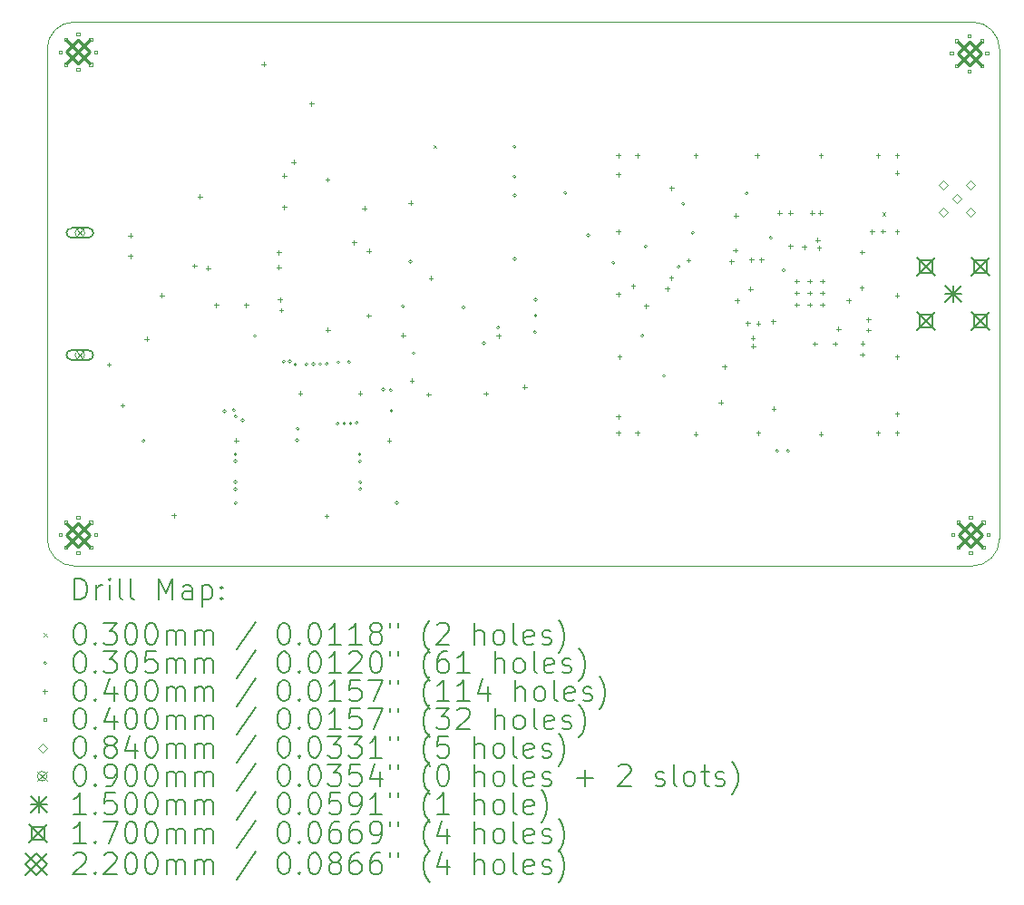
<source format=gbr>
%TF.GenerationSoftware,KiCad,Pcbnew,7.0.6*%
%TF.CreationDate,2023-07-12T10:41:09-06:00*%
%TF.ProjectId,L1IFStream,4c314946-5374-4726-9561-6d2e6b696361,A*%
%TF.SameCoordinates,Original*%
%TF.FileFunction,Drillmap*%
%TF.FilePolarity,Positive*%
%FSLAX45Y45*%
G04 Gerber Fmt 4.5, Leading zero omitted, Abs format (unit mm)*
G04 Created by KiCad (PCBNEW 7.0.6) date 2023-07-12 10:41:09*
%MOMM*%
%LPD*%
G01*
G04 APERTURE LIST*
%ADD10C,0.050000*%
%ADD11C,0.200000*%
%ADD12C,0.030000*%
%ADD13C,0.030480*%
%ADD14C,0.040000*%
%ADD15C,0.084000*%
%ADD16C,0.090000*%
%ADD17C,0.150000*%
%ADD18C,0.170000*%
%ADD19C,0.220000*%
G04 APERTURE END LIST*
D10*
X9236280Y-7276200D02*
G75*
G03*
X8982280Y-7530200I0J-254000D01*
G01*
X8982280Y-12102200D02*
G75*
G03*
X9236280Y-12356200I254000J0D01*
G01*
X17618280Y-7276200D02*
X9236280Y-7276200D01*
X17872280Y-7530200D02*
G75*
G03*
X17618280Y-7276200I-254000J0D01*
G01*
X17872280Y-12102200D02*
X17872280Y-7530200D01*
X8982280Y-7530200D02*
X8982280Y-12102200D01*
X9236280Y-12356200D02*
X17618280Y-12356200D01*
X17618280Y-12356200D02*
G75*
G03*
X17872280Y-12102200I0J254000D01*
G01*
D11*
D12*
X12588480Y-8425420D02*
X12618480Y-8455420D01*
X12618480Y-8425420D02*
X12588480Y-8455420D01*
X16779480Y-9052800D02*
X16809480Y-9082800D01*
X16809480Y-9052800D02*
X16779480Y-9082800D01*
D13*
X9895840Y-11188700D02*
G75*
G03*
X9895840Y-11188700I-15240J0D01*
G01*
X10652760Y-10911840D02*
G75*
G03*
X10652760Y-10911840I-15240J0D01*
G01*
X10739120Y-10899140D02*
G75*
G03*
X10739120Y-10899140I-15240J0D01*
G01*
X10754360Y-11313160D02*
G75*
G03*
X10754360Y-11313160I-15240J0D01*
G01*
X10754360Y-11379200D02*
G75*
G03*
X10754360Y-11379200I-15240J0D01*
G01*
X10754360Y-11572240D02*
G75*
G03*
X10754360Y-11572240I-15240J0D01*
G01*
X10754360Y-11638280D02*
G75*
G03*
X10754360Y-11638280I-15240J0D01*
G01*
X10756900Y-10960100D02*
G75*
G03*
X10756900Y-10960100I-15240J0D01*
G01*
X10756900Y-11767820D02*
G75*
G03*
X10756900Y-11767820I-15240J0D01*
G01*
X10820400Y-10995660D02*
G75*
G03*
X10820400Y-10995660I-15240J0D01*
G01*
X10937240Y-10208260D02*
G75*
G03*
X10937240Y-10208260I-15240J0D01*
G01*
X11203782Y-10448560D02*
G75*
G03*
X11203782Y-10448560I-15240J0D01*
G01*
X11263311Y-10444497D02*
G75*
G03*
X11263311Y-10444497I-15240J0D01*
G01*
X11313160Y-10474960D02*
G75*
G03*
X11313160Y-10474960I-15240J0D01*
G01*
X11330940Y-11181080D02*
G75*
G03*
X11330940Y-11181080I-15240J0D01*
G01*
X11336020Y-11074400D02*
G75*
G03*
X11336020Y-11074400I-15240J0D01*
G01*
X11417300Y-10472420D02*
G75*
G03*
X11417300Y-10472420I-15240J0D01*
G01*
X11480504Y-10470966D02*
G75*
G03*
X11480504Y-10470966I-15240J0D01*
G01*
X11545458Y-10471262D02*
G75*
G03*
X11545458Y-10471262I-15240J0D01*
G01*
X11607608Y-10468755D02*
G75*
G03*
X11607608Y-10468755I-15240J0D01*
G01*
X11709400Y-11026139D02*
G75*
G03*
X11709400Y-11026139I-15240J0D01*
G01*
X11714480Y-10454640D02*
G75*
G03*
X11714480Y-10454640I-15240J0D01*
G01*
X11770858Y-11026139D02*
G75*
G03*
X11770858Y-11026139I-15240J0D01*
G01*
X11813540Y-10452100D02*
G75*
G03*
X11813540Y-10452100I-15240J0D01*
G01*
X11829279Y-11026139D02*
G75*
G03*
X11829279Y-11026139I-15240J0D01*
G01*
X11887200Y-11018520D02*
G75*
G03*
X11887200Y-11018520I-15240J0D01*
G01*
X11915140Y-11313160D02*
G75*
G03*
X11915140Y-11313160I-15240J0D01*
G01*
X11917680Y-11379200D02*
G75*
G03*
X11917680Y-11379200I-15240J0D01*
G01*
X11920220Y-11572240D02*
G75*
G03*
X11920220Y-11572240I-15240J0D01*
G01*
X11920220Y-11638280D02*
G75*
G03*
X11920220Y-11638280I-15240J0D01*
G01*
X12134165Y-10707783D02*
G75*
G03*
X12134165Y-10707783I-15240J0D01*
G01*
X12204740Y-10713700D02*
G75*
G03*
X12204740Y-10713700I-15240J0D01*
G01*
X12209780Y-10906760D02*
G75*
G03*
X12209780Y-10906760I-15240J0D01*
G01*
X12260580Y-11765280D02*
G75*
G03*
X12260580Y-11765280I-15240J0D01*
G01*
X12319040Y-9931400D02*
G75*
G03*
X12319040Y-9931400I-15240J0D01*
G01*
X12387140Y-9513670D02*
G75*
G03*
X12387140Y-9513670I-15240J0D01*
G01*
X12418060Y-10370820D02*
G75*
G03*
X12418060Y-10370820I-15240J0D01*
G01*
X12883440Y-9941320D02*
G75*
G03*
X12883440Y-9941320I-15240J0D01*
G01*
X13075920Y-10276840D02*
G75*
G03*
X13075920Y-10276840I-15240J0D01*
G01*
X13207740Y-10131100D02*
G75*
G03*
X13207740Y-10131100I-15240J0D01*
G01*
X13360400Y-8440420D02*
G75*
G03*
X13360400Y-8440420I-15240J0D01*
G01*
X13360400Y-8719820D02*
G75*
G03*
X13360400Y-8719820I-15240J0D01*
G01*
X13362940Y-8895080D02*
G75*
G03*
X13362940Y-8895080I-15240J0D01*
G01*
X13362940Y-9489440D02*
G75*
G03*
X13362940Y-9489440I-15240J0D01*
G01*
X13552640Y-10173200D02*
G75*
G03*
X13552640Y-10173200I-15240J0D01*
G01*
X13556740Y-10019300D02*
G75*
G03*
X13556740Y-10019300I-15240J0D01*
G01*
X13557240Y-9872220D02*
G75*
G03*
X13557240Y-9872220I-15240J0D01*
G01*
X13833340Y-8873890D02*
G75*
G03*
X13833340Y-8873890I-15240J0D01*
G01*
X14048740Y-9270240D02*
G75*
G03*
X14048740Y-9270240I-15240J0D01*
G01*
X14282240Y-9523460D02*
G75*
G03*
X14282240Y-9523460I-15240J0D01*
G01*
X14554640Y-10206200D02*
G75*
G03*
X14554640Y-10206200I-15240J0D01*
G01*
X14585040Y-9372710D02*
G75*
G03*
X14585040Y-9372710I-15240J0D01*
G01*
X14753640Y-10581600D02*
G75*
G03*
X14753640Y-10581600I-15240J0D01*
G01*
X14892140Y-9562810D02*
G75*
G03*
X14892140Y-9562810I-15240J0D01*
G01*
X14934540Y-8974190D02*
G75*
G03*
X14934540Y-8974190I-15240J0D01*
G01*
X15023040Y-9247040D02*
G75*
G03*
X15023040Y-9247040I-15240J0D01*
G01*
X15528240Y-8877780D02*
G75*
G03*
X15528240Y-8877780I-15240J0D01*
G01*
X15751640Y-9291740D02*
G75*
G03*
X15751640Y-9291740I-15240J0D01*
G01*
X15811500Y-11282680D02*
G75*
G03*
X15811500Y-11282680I-15240J0D01*
G01*
X15874540Y-9595240D02*
G75*
G03*
X15874540Y-9595240I-15240J0D01*
G01*
X15913100Y-11282680D02*
G75*
G03*
X15913100Y-11282680I-15240J0D01*
G01*
D14*
X9558020Y-10454960D02*
X9558020Y-10494960D01*
X9538020Y-10474960D02*
X9578020Y-10474960D01*
X9685020Y-10835960D02*
X9685020Y-10875960D01*
X9665020Y-10855960D02*
X9705020Y-10855960D01*
X9759530Y-9250150D02*
X9759530Y-9290150D01*
X9739530Y-9270150D02*
X9779530Y-9270150D01*
X9759530Y-9443190D02*
X9759530Y-9483190D01*
X9739530Y-9463190D02*
X9779530Y-9463190D01*
X9911080Y-10216200D02*
X9911080Y-10256200D01*
X9891080Y-10236200D02*
X9931080Y-10236200D01*
X10050800Y-9809800D02*
X10050800Y-9849800D01*
X10030800Y-9829800D02*
X10070800Y-9829800D01*
X10165080Y-11864660D02*
X10165080Y-11904660D01*
X10145080Y-11884660D02*
X10185080Y-11884660D01*
X10355600Y-9532940D02*
X10355600Y-9572940D01*
X10335600Y-9552940D02*
X10375600Y-9552940D01*
X10408700Y-8885000D02*
X10408700Y-8925000D01*
X10388700Y-8905000D02*
X10428700Y-8905000D01*
X10482600Y-9555800D02*
X10482600Y-9595800D01*
X10462600Y-9575800D02*
X10502600Y-9575800D01*
X10558800Y-9898700D02*
X10558800Y-9938700D01*
X10538800Y-9918700D02*
X10578800Y-9918700D01*
X10746740Y-11163620D02*
X10746740Y-11203620D01*
X10726740Y-11183620D02*
X10766740Y-11183620D01*
X10838200Y-9898700D02*
X10838200Y-9938700D01*
X10818200Y-9918700D02*
X10858200Y-9918700D01*
X11003300Y-7650800D02*
X11003300Y-7690800D01*
X10983300Y-7670800D02*
X11023300Y-7670800D01*
X11142980Y-9406959D02*
X11142980Y-9446959D01*
X11122980Y-9426959D02*
X11162980Y-9426959D01*
X11142980Y-9548180D02*
X11142980Y-9588180D01*
X11122980Y-9568180D02*
X11162980Y-9568180D01*
X11156200Y-9849420D02*
X11156200Y-9889420D01*
X11136200Y-9869420D02*
X11176200Y-9869420D01*
X11165800Y-9946960D02*
X11165800Y-9986960D01*
X11145800Y-9966960D02*
X11185800Y-9966960D01*
X11193800Y-8692200D02*
X11193800Y-8732200D01*
X11173800Y-8712200D02*
X11213800Y-8712200D01*
X11193800Y-8984300D02*
X11193800Y-9024300D01*
X11173800Y-9004300D02*
X11213800Y-9004300D01*
X11282700Y-8565200D02*
X11282700Y-8605200D01*
X11262700Y-8585200D02*
X11302700Y-8585200D01*
X11344500Y-10723300D02*
X11344500Y-10763300D01*
X11324500Y-10743300D02*
X11364500Y-10743300D01*
X11447800Y-8019100D02*
X11447800Y-8059100D01*
X11427800Y-8039100D02*
X11467800Y-8039100D01*
X11590020Y-11869740D02*
X11590020Y-11909740D01*
X11570020Y-11889740D02*
X11610020Y-11889740D01*
X11598500Y-8729400D02*
X11598500Y-8769400D01*
X11578500Y-8749400D02*
X11618500Y-8749400D01*
X11600200Y-10132400D02*
X11600200Y-10172400D01*
X11580200Y-10152400D02*
X11620200Y-10152400D01*
X11847700Y-9315340D02*
X11847700Y-9355340D01*
X11827700Y-9335340D02*
X11867700Y-9335340D01*
X11903300Y-10723300D02*
X11903300Y-10763300D01*
X11883300Y-10743300D02*
X11923300Y-10743300D01*
X11943100Y-8997000D02*
X11943100Y-9037000D01*
X11923100Y-9017000D02*
X11963100Y-9017000D01*
X11983700Y-9997800D02*
X11983700Y-10037800D01*
X11963700Y-10017800D02*
X12003700Y-10017800D01*
X11986300Y-9395780D02*
X11986300Y-9435780D01*
X11966300Y-9415780D02*
X12006300Y-9415780D01*
X12174220Y-11163620D02*
X12174220Y-11203620D01*
X12154220Y-11183620D02*
X12194220Y-11183620D01*
X12303800Y-10180600D02*
X12303800Y-10220600D01*
X12283800Y-10200600D02*
X12323800Y-10200600D01*
X12374900Y-8946200D02*
X12374900Y-8986200D01*
X12354900Y-8966200D02*
X12394900Y-8966200D01*
X12385040Y-10604820D02*
X12385040Y-10644820D01*
X12365040Y-10624820D02*
X12405040Y-10624820D01*
X12542520Y-10734360D02*
X12542520Y-10774360D01*
X12522520Y-10754360D02*
X12562520Y-10754360D01*
X12563700Y-9647200D02*
X12563700Y-9687200D01*
X12543700Y-9667200D02*
X12583700Y-9667200D01*
X13078460Y-10726740D02*
X13078460Y-10766740D01*
X13058460Y-10746740D02*
X13098460Y-10746740D01*
X13195300Y-10185720D02*
X13195300Y-10225720D01*
X13175300Y-10205720D02*
X13215300Y-10205720D01*
X13439140Y-10665780D02*
X13439140Y-10705780D01*
X13419140Y-10685780D02*
X13459140Y-10685780D01*
X14312900Y-8501700D02*
X14312900Y-8541700D01*
X14292900Y-8521700D02*
X14332900Y-8521700D01*
X14312900Y-8679500D02*
X14312900Y-8719500D01*
X14292900Y-8699500D02*
X14332900Y-8699500D01*
X14312900Y-9212900D02*
X14312900Y-9252900D01*
X14292900Y-9232900D02*
X14332900Y-9232900D01*
X14312900Y-9797100D02*
X14312900Y-9837100D01*
X14292900Y-9817100D02*
X14332900Y-9817100D01*
X14312900Y-10940100D02*
X14312900Y-10980100D01*
X14292900Y-10960100D02*
X14332900Y-10960100D01*
X14312900Y-11092500D02*
X14312900Y-11132500D01*
X14292900Y-11112500D02*
X14332900Y-11112500D01*
X14325600Y-10381300D02*
X14325600Y-10421300D01*
X14305600Y-10401300D02*
X14345600Y-10401300D01*
X14452600Y-9720900D02*
X14452600Y-9760900D01*
X14432600Y-9740900D02*
X14472600Y-9740900D01*
X14490700Y-8501700D02*
X14490700Y-8541700D01*
X14470700Y-8521700D02*
X14510700Y-8521700D01*
X14490700Y-11092500D02*
X14490700Y-11132500D01*
X14470700Y-11112500D02*
X14510700Y-11112500D01*
X14573200Y-9908860D02*
X14573200Y-9948860D01*
X14553200Y-9928860D02*
X14593200Y-9928860D01*
X14770100Y-9746300D02*
X14770100Y-9786300D01*
X14750100Y-9766300D02*
X14790100Y-9766300D01*
X14808200Y-9644700D02*
X14808200Y-9684700D01*
X14788200Y-9664700D02*
X14828200Y-9664700D01*
X14810700Y-8806500D02*
X14810700Y-8846500D01*
X14790700Y-8826500D02*
X14830700Y-8826500D01*
X14967200Y-9481890D02*
X14967200Y-9521890D01*
X14947200Y-9501890D02*
X14987200Y-9501890D01*
X15036800Y-8501700D02*
X15036800Y-8541700D01*
X15016800Y-8521700D02*
X15056800Y-8521700D01*
X15036800Y-11105200D02*
X15036800Y-11145200D01*
X15016800Y-11125200D02*
X15056800Y-11125200D01*
X15270480Y-10808020D02*
X15270480Y-10848020D01*
X15250480Y-10828020D02*
X15290480Y-10828020D01*
X15303500Y-10475300D02*
X15303500Y-10515300D01*
X15283500Y-10495300D02*
X15323500Y-10495300D01*
X15369500Y-9492300D02*
X15369500Y-9532300D01*
X15349500Y-9512300D02*
X15389500Y-9512300D01*
X15405100Y-9388160D02*
X15405100Y-9428160D01*
X15385100Y-9408160D02*
X15425100Y-9408160D01*
X15410200Y-9063040D02*
X15410200Y-9103040D01*
X15390200Y-9083040D02*
X15430200Y-9083040D01*
X15422900Y-9858060D02*
X15422900Y-9898060D01*
X15402900Y-9878060D02*
X15442900Y-9878060D01*
X15521900Y-10068900D02*
X15521900Y-10108900D01*
X15501900Y-10088900D02*
X15541900Y-10088900D01*
X15547300Y-9751380D02*
X15547300Y-9791380D01*
X15527300Y-9771380D02*
X15567300Y-9771380D01*
X15555000Y-9474520D02*
X15555000Y-9514520D01*
X15535000Y-9494520D02*
X15575000Y-9494520D01*
X15570200Y-10208600D02*
X15570200Y-10248600D01*
X15550200Y-10228600D02*
X15590200Y-10228600D01*
X15572700Y-10282200D02*
X15572700Y-10322200D01*
X15552700Y-10302200D02*
X15592700Y-10302200D01*
X15608300Y-8501700D02*
X15608300Y-8541700D01*
X15588300Y-8521700D02*
X15628300Y-8521700D01*
X15621000Y-10071400D02*
X15621000Y-10111400D01*
X15601000Y-10091400D02*
X15641000Y-10091400D01*
X15621000Y-11092500D02*
X15621000Y-11132500D01*
X15601000Y-11112500D02*
X15641000Y-11112500D01*
X15648900Y-9474520D02*
X15648900Y-9514520D01*
X15628900Y-9494520D02*
X15668900Y-9494520D01*
X15758200Y-10051100D02*
X15758200Y-10091100D01*
X15738200Y-10071100D02*
X15778200Y-10071100D01*
X15763240Y-10866440D02*
X15763240Y-10906440D01*
X15743240Y-10886440D02*
X15783240Y-10886440D01*
X15816600Y-9037640D02*
X15816600Y-9077640D01*
X15796600Y-9057640D02*
X15836600Y-9057640D01*
X15918200Y-9040180D02*
X15918200Y-9080180D01*
X15898200Y-9060180D02*
X15938200Y-9060180D01*
X15918200Y-9350060D02*
X15918200Y-9390060D01*
X15898200Y-9370060D02*
X15938200Y-9370060D01*
X15979800Y-9677200D02*
X15979800Y-9717200D01*
X15959800Y-9697200D02*
X15999800Y-9697200D01*
X15979800Y-9787200D02*
X15979800Y-9827200D01*
X15959800Y-9807200D02*
X15999800Y-9807200D01*
X15979800Y-9897200D02*
X15979800Y-9937200D01*
X15959800Y-9917200D02*
X15999800Y-9917200D01*
X16050300Y-9357680D02*
X16050300Y-9397680D01*
X16030300Y-9377680D02*
X16070300Y-9377680D01*
X16099800Y-9677200D02*
X16099800Y-9717200D01*
X16079800Y-9697200D02*
X16119800Y-9697200D01*
X16099800Y-9787200D02*
X16099800Y-9827200D01*
X16079800Y-9807200D02*
X16119800Y-9807200D01*
X16099800Y-9897200D02*
X16099800Y-9937200D01*
X16079800Y-9917200D02*
X16119800Y-9917200D01*
X16121380Y-9037640D02*
X16121380Y-9077640D01*
X16101380Y-9057640D02*
X16141380Y-9057640D01*
X16146800Y-10261900D02*
X16146800Y-10301900D01*
X16126800Y-10281900D02*
X16166800Y-10281900D01*
X16172180Y-9291640D02*
X16172180Y-9331640D01*
X16152180Y-9311640D02*
X16192180Y-9311640D01*
X16187400Y-9365300D02*
X16187400Y-9405300D01*
X16167400Y-9385300D02*
X16207400Y-9385300D01*
X16200120Y-9040180D02*
X16200120Y-9080180D01*
X16180120Y-9060180D02*
X16220120Y-9060180D01*
X16205200Y-8501700D02*
X16205200Y-8541700D01*
X16185200Y-8521700D02*
X16225200Y-8521700D01*
X16205200Y-11105200D02*
X16205200Y-11145200D01*
X16185200Y-11125200D02*
X16225200Y-11125200D01*
X16219800Y-9677200D02*
X16219800Y-9717200D01*
X16199800Y-9697200D02*
X16239800Y-9697200D01*
X16219800Y-9787200D02*
X16219800Y-9827200D01*
X16199800Y-9807200D02*
X16239800Y-9807200D01*
X16219800Y-9897200D02*
X16219800Y-9937200D01*
X16199800Y-9917200D02*
X16239800Y-9917200D01*
X16337280Y-10261900D02*
X16337280Y-10301900D01*
X16317280Y-10281900D02*
X16357280Y-10281900D01*
X16367800Y-10122200D02*
X16367800Y-10162200D01*
X16347800Y-10142200D02*
X16387800Y-10142200D01*
X16464300Y-9857400D02*
X16464300Y-9897400D01*
X16444300Y-9877400D02*
X16484300Y-9877400D01*
X16586200Y-9737000D02*
X16586200Y-9777000D01*
X16566200Y-9757000D02*
X16606200Y-9757000D01*
X16588740Y-9405940D02*
X16588740Y-9445940D01*
X16568740Y-9425940D02*
X16608740Y-9425940D01*
X16591300Y-10363500D02*
X16591300Y-10403500D01*
X16571300Y-10383500D02*
X16611300Y-10383500D01*
X16593800Y-10259400D02*
X16593800Y-10299400D01*
X16573800Y-10279400D02*
X16613800Y-10279400D01*
X16647200Y-10035900D02*
X16647200Y-10075900D01*
X16627200Y-10055900D02*
X16667200Y-10055900D01*
X16647200Y-10134900D02*
X16647200Y-10174900D01*
X16627200Y-10154900D02*
X16667200Y-10154900D01*
X16682700Y-9212900D02*
X16682700Y-9252900D01*
X16662700Y-9232900D02*
X16702700Y-9232900D01*
X16738600Y-8501700D02*
X16738600Y-8541700D01*
X16718600Y-8521700D02*
X16758600Y-8521700D01*
X16738600Y-11092500D02*
X16738600Y-11132500D01*
X16718600Y-11112500D02*
X16758600Y-11112500D01*
X16781800Y-9210360D02*
X16781800Y-9250360D01*
X16761800Y-9230360D02*
X16801800Y-9230360D01*
X16916400Y-8501700D02*
X16916400Y-8541700D01*
X16896400Y-8521700D02*
X16936400Y-8521700D01*
X16916400Y-8666800D02*
X16916400Y-8706800D01*
X16896400Y-8686800D02*
X16936400Y-8686800D01*
X16916400Y-9212900D02*
X16916400Y-9252900D01*
X16896400Y-9232900D02*
X16936400Y-9232900D01*
X16916400Y-9809800D02*
X16916400Y-9849800D01*
X16896400Y-9829800D02*
X16936400Y-9829800D01*
X16916400Y-10381300D02*
X16916400Y-10421300D01*
X16896400Y-10401300D02*
X16936400Y-10401300D01*
X16916400Y-10914700D02*
X16916400Y-10954700D01*
X16896400Y-10934700D02*
X16936400Y-10934700D01*
X16916400Y-11092500D02*
X16916400Y-11132500D01*
X16896400Y-11112500D02*
X16936400Y-11112500D01*
X9120142Y-7570642D02*
X9120142Y-7542358D01*
X9091858Y-7542358D01*
X9091858Y-7570642D01*
X9120142Y-7570642D01*
X9120142Y-12079142D02*
X9120142Y-12050858D01*
X9091858Y-12050858D01*
X9091858Y-12079142D01*
X9120142Y-12079142D01*
X9168470Y-7453970D02*
X9168470Y-7425685D01*
X9140185Y-7425685D01*
X9140185Y-7453970D01*
X9168470Y-7453970D01*
X9168470Y-7687315D02*
X9168470Y-7659030D01*
X9140185Y-7659030D01*
X9140185Y-7687315D01*
X9168470Y-7687315D01*
X9168470Y-11962470D02*
X9168470Y-11934185D01*
X9140185Y-11934185D01*
X9140185Y-11962470D01*
X9168470Y-11962470D01*
X9168470Y-12195815D02*
X9168470Y-12167530D01*
X9140185Y-12167530D01*
X9140185Y-12195815D01*
X9168470Y-12195815D01*
X9285142Y-7405642D02*
X9285142Y-7377358D01*
X9256858Y-7377358D01*
X9256858Y-7405642D01*
X9285142Y-7405642D01*
X9285142Y-7735642D02*
X9285142Y-7707358D01*
X9256858Y-7707358D01*
X9256858Y-7735642D01*
X9285142Y-7735642D01*
X9285142Y-11914142D02*
X9285142Y-11885858D01*
X9256858Y-11885858D01*
X9256858Y-11914142D01*
X9285142Y-11914142D01*
X9285142Y-12244142D02*
X9285142Y-12215858D01*
X9256858Y-12215858D01*
X9256858Y-12244142D01*
X9285142Y-12244142D01*
X9401815Y-7453970D02*
X9401815Y-7425685D01*
X9373530Y-7425685D01*
X9373530Y-7453970D01*
X9401815Y-7453970D01*
X9401815Y-7687315D02*
X9401815Y-7659030D01*
X9373530Y-7659030D01*
X9373530Y-7687315D01*
X9401815Y-7687315D01*
X9401815Y-11962470D02*
X9401815Y-11934185D01*
X9373530Y-11934185D01*
X9373530Y-11962470D01*
X9401815Y-11962470D01*
X9401815Y-12195815D02*
X9401815Y-12167530D01*
X9373530Y-12167530D01*
X9373530Y-12195815D01*
X9401815Y-12195815D01*
X9450142Y-7570642D02*
X9450142Y-7542358D01*
X9421858Y-7542358D01*
X9421858Y-7570642D01*
X9450142Y-7570642D01*
X9450142Y-12079142D02*
X9450142Y-12050858D01*
X9421858Y-12050858D01*
X9421858Y-12079142D01*
X9450142Y-12079142D01*
X17438642Y-7583342D02*
X17438642Y-7555058D01*
X17410358Y-7555058D01*
X17410358Y-7583342D01*
X17438642Y-7583342D01*
X17451342Y-12079142D02*
X17451342Y-12050858D01*
X17423058Y-12050858D01*
X17423058Y-12079142D01*
X17451342Y-12079142D01*
X17486970Y-7466670D02*
X17486970Y-7438385D01*
X17458685Y-7438385D01*
X17458685Y-7466670D01*
X17486970Y-7466670D01*
X17486970Y-7700015D02*
X17486970Y-7671730D01*
X17458685Y-7671730D01*
X17458685Y-7700015D01*
X17486970Y-7700015D01*
X17499670Y-11962470D02*
X17499670Y-11934185D01*
X17471385Y-11934185D01*
X17471385Y-11962470D01*
X17499670Y-11962470D01*
X17499670Y-12195815D02*
X17499670Y-12167530D01*
X17471385Y-12167530D01*
X17471385Y-12195815D01*
X17499670Y-12195815D01*
X17603642Y-7418342D02*
X17603642Y-7390058D01*
X17575358Y-7390058D01*
X17575358Y-7418342D01*
X17603642Y-7418342D01*
X17603642Y-7748342D02*
X17603642Y-7720058D01*
X17575358Y-7720058D01*
X17575358Y-7748342D01*
X17603642Y-7748342D01*
X17616342Y-11914142D02*
X17616342Y-11885858D01*
X17588058Y-11885858D01*
X17588058Y-11914142D01*
X17616342Y-11914142D01*
X17616342Y-12244142D02*
X17616342Y-12215858D01*
X17588058Y-12215858D01*
X17588058Y-12244142D01*
X17616342Y-12244142D01*
X17720315Y-7466670D02*
X17720315Y-7438385D01*
X17692030Y-7438385D01*
X17692030Y-7466670D01*
X17720315Y-7466670D01*
X17720315Y-7700015D02*
X17720315Y-7671730D01*
X17692030Y-7671730D01*
X17692030Y-7700015D01*
X17720315Y-7700015D01*
X17733015Y-11962470D02*
X17733015Y-11934185D01*
X17704730Y-11934185D01*
X17704730Y-11962470D01*
X17733015Y-11962470D01*
X17733015Y-12195815D02*
X17733015Y-12167530D01*
X17704730Y-12167530D01*
X17704730Y-12195815D01*
X17733015Y-12195815D01*
X17768642Y-7583342D02*
X17768642Y-7555058D01*
X17740358Y-7555058D01*
X17740358Y-7583342D01*
X17768642Y-7583342D01*
X17781342Y-12079142D02*
X17781342Y-12050858D01*
X17753058Y-12050858D01*
X17753058Y-12079142D01*
X17781342Y-12079142D01*
D15*
X17344400Y-8844370D02*
X17386400Y-8802370D01*
X17344400Y-8760370D01*
X17302400Y-8802370D01*
X17344400Y-8844370D01*
X17344400Y-9098370D02*
X17386400Y-9056370D01*
X17344400Y-9014370D01*
X17302400Y-9056370D01*
X17344400Y-9098370D01*
X17471400Y-8971370D02*
X17513400Y-8929370D01*
X17471400Y-8887370D01*
X17429400Y-8929370D01*
X17471400Y-8971370D01*
X17598400Y-8844370D02*
X17640400Y-8802370D01*
X17598400Y-8760370D01*
X17556400Y-8802370D01*
X17598400Y-8844370D01*
X17598400Y-9098370D02*
X17640400Y-9056370D01*
X17598400Y-9014370D01*
X17556400Y-9056370D01*
X17598400Y-9098370D01*
D16*
X9242900Y-9201200D02*
X9332900Y-9291200D01*
X9332900Y-9201200D02*
X9242900Y-9291200D01*
X9332900Y-9246200D02*
G75*
G03*
X9332900Y-9246200I-45000J0D01*
G01*
D11*
X9367900Y-9201200D02*
X9207900Y-9201200D01*
X9207900Y-9201200D02*
G75*
G03*
X9207900Y-9291200I0J-45000D01*
G01*
X9207900Y-9291200D02*
X9367900Y-9291200D01*
X9367900Y-9291200D02*
G75*
G03*
X9367900Y-9201200I0J45000D01*
G01*
D16*
X9242900Y-10341200D02*
X9332900Y-10431200D01*
X9332900Y-10341200D02*
X9242900Y-10431200D01*
X9332900Y-10386200D02*
G75*
G03*
X9332900Y-10386200I-45000J0D01*
G01*
D11*
X9367900Y-10341200D02*
X9207900Y-10341200D01*
X9207900Y-10341200D02*
G75*
G03*
X9207900Y-10431200I0J-45000D01*
G01*
X9207900Y-10431200D02*
X9367900Y-10431200D01*
X9367900Y-10431200D02*
G75*
G03*
X9367900Y-10341200I0J45000D01*
G01*
D17*
X17367200Y-9741200D02*
X17517200Y-9891200D01*
X17517200Y-9741200D02*
X17367200Y-9891200D01*
X17442200Y-9741200D02*
X17442200Y-9891200D01*
X17367200Y-9816200D02*
X17517200Y-9816200D01*
D18*
X17103200Y-9477200D02*
X17273200Y-9647200D01*
X17273200Y-9477200D02*
X17103200Y-9647200D01*
X17248305Y-9622305D02*
X17248305Y-9502095D01*
X17128095Y-9502095D01*
X17128095Y-9622305D01*
X17248305Y-9622305D01*
X17103200Y-9985200D02*
X17273200Y-10155200D01*
X17273200Y-9985200D02*
X17103200Y-10155200D01*
X17248305Y-10130305D02*
X17248305Y-10010095D01*
X17128095Y-10010095D01*
X17128095Y-10130305D01*
X17248305Y-10130305D01*
X17611200Y-9477200D02*
X17781200Y-9647200D01*
X17781200Y-9477200D02*
X17611200Y-9647200D01*
X17756305Y-9622305D02*
X17756305Y-9502095D01*
X17636095Y-9502095D01*
X17636095Y-9622305D01*
X17756305Y-9622305D01*
X17611200Y-9985200D02*
X17781200Y-10155200D01*
X17781200Y-9985200D02*
X17611200Y-10155200D01*
X17756305Y-10130305D02*
X17756305Y-10010095D01*
X17636095Y-10010095D01*
X17636095Y-10130305D01*
X17756305Y-10130305D01*
D19*
X9161000Y-7446500D02*
X9381000Y-7666500D01*
X9381000Y-7446500D02*
X9161000Y-7666500D01*
X9271000Y-7666500D02*
X9381000Y-7556500D01*
X9271000Y-7446500D01*
X9161000Y-7556500D01*
X9271000Y-7666500D01*
X9161000Y-11955000D02*
X9381000Y-12175000D01*
X9381000Y-11955000D02*
X9161000Y-12175000D01*
X9271000Y-12175000D02*
X9381000Y-12065000D01*
X9271000Y-11955000D01*
X9161000Y-12065000D01*
X9271000Y-12175000D01*
X17479500Y-7459200D02*
X17699500Y-7679200D01*
X17699500Y-7459200D02*
X17479500Y-7679200D01*
X17589500Y-7679200D02*
X17699500Y-7569200D01*
X17589500Y-7459200D01*
X17479500Y-7569200D01*
X17589500Y-7679200D01*
X17492200Y-11955000D02*
X17712200Y-12175000D01*
X17712200Y-11955000D02*
X17492200Y-12175000D01*
X17602200Y-12175000D02*
X17712200Y-12065000D01*
X17602200Y-11955000D01*
X17492200Y-12065000D01*
X17602200Y-12175000D01*
D11*
X9240557Y-12670184D02*
X9240557Y-12470184D01*
X9240557Y-12470184D02*
X9288176Y-12470184D01*
X9288176Y-12470184D02*
X9316747Y-12479708D01*
X9316747Y-12479708D02*
X9335795Y-12498755D01*
X9335795Y-12498755D02*
X9345319Y-12517803D01*
X9345319Y-12517803D02*
X9354843Y-12555898D01*
X9354843Y-12555898D02*
X9354843Y-12584469D01*
X9354843Y-12584469D02*
X9345319Y-12622565D01*
X9345319Y-12622565D02*
X9335795Y-12641612D01*
X9335795Y-12641612D02*
X9316747Y-12660660D01*
X9316747Y-12660660D02*
X9288176Y-12670184D01*
X9288176Y-12670184D02*
X9240557Y-12670184D01*
X9440557Y-12670184D02*
X9440557Y-12536850D01*
X9440557Y-12574946D02*
X9450081Y-12555898D01*
X9450081Y-12555898D02*
X9459604Y-12546374D01*
X9459604Y-12546374D02*
X9478652Y-12536850D01*
X9478652Y-12536850D02*
X9497700Y-12536850D01*
X9564366Y-12670184D02*
X9564366Y-12536850D01*
X9564366Y-12470184D02*
X9554843Y-12479708D01*
X9554843Y-12479708D02*
X9564366Y-12489231D01*
X9564366Y-12489231D02*
X9573890Y-12479708D01*
X9573890Y-12479708D02*
X9564366Y-12470184D01*
X9564366Y-12470184D02*
X9564366Y-12489231D01*
X9688176Y-12670184D02*
X9669128Y-12660660D01*
X9669128Y-12660660D02*
X9659604Y-12641612D01*
X9659604Y-12641612D02*
X9659604Y-12470184D01*
X9792938Y-12670184D02*
X9773890Y-12660660D01*
X9773890Y-12660660D02*
X9764366Y-12641612D01*
X9764366Y-12641612D02*
X9764366Y-12470184D01*
X10021509Y-12670184D02*
X10021509Y-12470184D01*
X10021509Y-12470184D02*
X10088176Y-12613041D01*
X10088176Y-12613041D02*
X10154843Y-12470184D01*
X10154843Y-12470184D02*
X10154843Y-12670184D01*
X10335795Y-12670184D02*
X10335795Y-12565422D01*
X10335795Y-12565422D02*
X10326271Y-12546374D01*
X10326271Y-12546374D02*
X10307224Y-12536850D01*
X10307224Y-12536850D02*
X10269128Y-12536850D01*
X10269128Y-12536850D02*
X10250081Y-12546374D01*
X10335795Y-12660660D02*
X10316747Y-12670184D01*
X10316747Y-12670184D02*
X10269128Y-12670184D01*
X10269128Y-12670184D02*
X10250081Y-12660660D01*
X10250081Y-12660660D02*
X10240557Y-12641612D01*
X10240557Y-12641612D02*
X10240557Y-12622565D01*
X10240557Y-12622565D02*
X10250081Y-12603517D01*
X10250081Y-12603517D02*
X10269128Y-12593993D01*
X10269128Y-12593993D02*
X10316747Y-12593993D01*
X10316747Y-12593993D02*
X10335795Y-12584469D01*
X10431033Y-12536850D02*
X10431033Y-12736850D01*
X10431033Y-12546374D02*
X10450081Y-12536850D01*
X10450081Y-12536850D02*
X10488176Y-12536850D01*
X10488176Y-12536850D02*
X10507224Y-12546374D01*
X10507224Y-12546374D02*
X10516747Y-12555898D01*
X10516747Y-12555898D02*
X10526271Y-12574946D01*
X10526271Y-12574946D02*
X10526271Y-12632088D01*
X10526271Y-12632088D02*
X10516747Y-12651136D01*
X10516747Y-12651136D02*
X10507224Y-12660660D01*
X10507224Y-12660660D02*
X10488176Y-12670184D01*
X10488176Y-12670184D02*
X10450081Y-12670184D01*
X10450081Y-12670184D02*
X10431033Y-12660660D01*
X10611985Y-12651136D02*
X10621509Y-12660660D01*
X10621509Y-12660660D02*
X10611985Y-12670184D01*
X10611985Y-12670184D02*
X10602462Y-12660660D01*
X10602462Y-12660660D02*
X10611985Y-12651136D01*
X10611985Y-12651136D02*
X10611985Y-12670184D01*
X10611985Y-12546374D02*
X10621509Y-12555898D01*
X10621509Y-12555898D02*
X10611985Y-12565422D01*
X10611985Y-12565422D02*
X10602462Y-12555898D01*
X10602462Y-12555898D02*
X10611985Y-12546374D01*
X10611985Y-12546374D02*
X10611985Y-12565422D01*
D12*
X8949780Y-12983700D02*
X8979780Y-13013700D01*
X8979780Y-12983700D02*
X8949780Y-13013700D01*
D11*
X9278652Y-12890184D02*
X9297700Y-12890184D01*
X9297700Y-12890184D02*
X9316747Y-12899708D01*
X9316747Y-12899708D02*
X9326271Y-12909231D01*
X9326271Y-12909231D02*
X9335795Y-12928279D01*
X9335795Y-12928279D02*
X9345319Y-12966374D01*
X9345319Y-12966374D02*
X9345319Y-13013993D01*
X9345319Y-13013993D02*
X9335795Y-13052088D01*
X9335795Y-13052088D02*
X9326271Y-13071136D01*
X9326271Y-13071136D02*
X9316747Y-13080660D01*
X9316747Y-13080660D02*
X9297700Y-13090184D01*
X9297700Y-13090184D02*
X9278652Y-13090184D01*
X9278652Y-13090184D02*
X9259604Y-13080660D01*
X9259604Y-13080660D02*
X9250081Y-13071136D01*
X9250081Y-13071136D02*
X9240557Y-13052088D01*
X9240557Y-13052088D02*
X9231033Y-13013993D01*
X9231033Y-13013993D02*
X9231033Y-12966374D01*
X9231033Y-12966374D02*
X9240557Y-12928279D01*
X9240557Y-12928279D02*
X9250081Y-12909231D01*
X9250081Y-12909231D02*
X9259604Y-12899708D01*
X9259604Y-12899708D02*
X9278652Y-12890184D01*
X9431033Y-13071136D02*
X9440557Y-13080660D01*
X9440557Y-13080660D02*
X9431033Y-13090184D01*
X9431033Y-13090184D02*
X9421509Y-13080660D01*
X9421509Y-13080660D02*
X9431033Y-13071136D01*
X9431033Y-13071136D02*
X9431033Y-13090184D01*
X9507224Y-12890184D02*
X9631033Y-12890184D01*
X9631033Y-12890184D02*
X9564366Y-12966374D01*
X9564366Y-12966374D02*
X9592938Y-12966374D01*
X9592938Y-12966374D02*
X9611985Y-12975898D01*
X9611985Y-12975898D02*
X9621509Y-12985422D01*
X9621509Y-12985422D02*
X9631033Y-13004469D01*
X9631033Y-13004469D02*
X9631033Y-13052088D01*
X9631033Y-13052088D02*
X9621509Y-13071136D01*
X9621509Y-13071136D02*
X9611985Y-13080660D01*
X9611985Y-13080660D02*
X9592938Y-13090184D01*
X9592938Y-13090184D02*
X9535795Y-13090184D01*
X9535795Y-13090184D02*
X9516747Y-13080660D01*
X9516747Y-13080660D02*
X9507224Y-13071136D01*
X9754843Y-12890184D02*
X9773890Y-12890184D01*
X9773890Y-12890184D02*
X9792938Y-12899708D01*
X9792938Y-12899708D02*
X9802462Y-12909231D01*
X9802462Y-12909231D02*
X9811985Y-12928279D01*
X9811985Y-12928279D02*
X9821509Y-12966374D01*
X9821509Y-12966374D02*
X9821509Y-13013993D01*
X9821509Y-13013993D02*
X9811985Y-13052088D01*
X9811985Y-13052088D02*
X9802462Y-13071136D01*
X9802462Y-13071136D02*
X9792938Y-13080660D01*
X9792938Y-13080660D02*
X9773890Y-13090184D01*
X9773890Y-13090184D02*
X9754843Y-13090184D01*
X9754843Y-13090184D02*
X9735795Y-13080660D01*
X9735795Y-13080660D02*
X9726271Y-13071136D01*
X9726271Y-13071136D02*
X9716747Y-13052088D01*
X9716747Y-13052088D02*
X9707224Y-13013993D01*
X9707224Y-13013993D02*
X9707224Y-12966374D01*
X9707224Y-12966374D02*
X9716747Y-12928279D01*
X9716747Y-12928279D02*
X9726271Y-12909231D01*
X9726271Y-12909231D02*
X9735795Y-12899708D01*
X9735795Y-12899708D02*
X9754843Y-12890184D01*
X9945319Y-12890184D02*
X9964366Y-12890184D01*
X9964366Y-12890184D02*
X9983414Y-12899708D01*
X9983414Y-12899708D02*
X9992938Y-12909231D01*
X9992938Y-12909231D02*
X10002462Y-12928279D01*
X10002462Y-12928279D02*
X10011985Y-12966374D01*
X10011985Y-12966374D02*
X10011985Y-13013993D01*
X10011985Y-13013993D02*
X10002462Y-13052088D01*
X10002462Y-13052088D02*
X9992938Y-13071136D01*
X9992938Y-13071136D02*
X9983414Y-13080660D01*
X9983414Y-13080660D02*
X9964366Y-13090184D01*
X9964366Y-13090184D02*
X9945319Y-13090184D01*
X9945319Y-13090184D02*
X9926271Y-13080660D01*
X9926271Y-13080660D02*
X9916747Y-13071136D01*
X9916747Y-13071136D02*
X9907224Y-13052088D01*
X9907224Y-13052088D02*
X9897700Y-13013993D01*
X9897700Y-13013993D02*
X9897700Y-12966374D01*
X9897700Y-12966374D02*
X9907224Y-12928279D01*
X9907224Y-12928279D02*
X9916747Y-12909231D01*
X9916747Y-12909231D02*
X9926271Y-12899708D01*
X9926271Y-12899708D02*
X9945319Y-12890184D01*
X10097700Y-13090184D02*
X10097700Y-12956850D01*
X10097700Y-12975898D02*
X10107224Y-12966374D01*
X10107224Y-12966374D02*
X10126271Y-12956850D01*
X10126271Y-12956850D02*
X10154843Y-12956850D01*
X10154843Y-12956850D02*
X10173890Y-12966374D01*
X10173890Y-12966374D02*
X10183414Y-12985422D01*
X10183414Y-12985422D02*
X10183414Y-13090184D01*
X10183414Y-12985422D02*
X10192938Y-12966374D01*
X10192938Y-12966374D02*
X10211985Y-12956850D01*
X10211985Y-12956850D02*
X10240557Y-12956850D01*
X10240557Y-12956850D02*
X10259605Y-12966374D01*
X10259605Y-12966374D02*
X10269128Y-12985422D01*
X10269128Y-12985422D02*
X10269128Y-13090184D01*
X10364366Y-13090184D02*
X10364366Y-12956850D01*
X10364366Y-12975898D02*
X10373890Y-12966374D01*
X10373890Y-12966374D02*
X10392938Y-12956850D01*
X10392938Y-12956850D02*
X10421509Y-12956850D01*
X10421509Y-12956850D02*
X10440557Y-12966374D01*
X10440557Y-12966374D02*
X10450081Y-12985422D01*
X10450081Y-12985422D02*
X10450081Y-13090184D01*
X10450081Y-12985422D02*
X10459605Y-12966374D01*
X10459605Y-12966374D02*
X10478652Y-12956850D01*
X10478652Y-12956850D02*
X10507224Y-12956850D01*
X10507224Y-12956850D02*
X10526271Y-12966374D01*
X10526271Y-12966374D02*
X10535795Y-12985422D01*
X10535795Y-12985422D02*
X10535795Y-13090184D01*
X10926271Y-12880660D02*
X10754843Y-13137803D01*
X11183414Y-12890184D02*
X11202462Y-12890184D01*
X11202462Y-12890184D02*
X11221509Y-12899708D01*
X11221509Y-12899708D02*
X11231033Y-12909231D01*
X11231033Y-12909231D02*
X11240557Y-12928279D01*
X11240557Y-12928279D02*
X11250081Y-12966374D01*
X11250081Y-12966374D02*
X11250081Y-13013993D01*
X11250081Y-13013993D02*
X11240557Y-13052088D01*
X11240557Y-13052088D02*
X11231033Y-13071136D01*
X11231033Y-13071136D02*
X11221509Y-13080660D01*
X11221509Y-13080660D02*
X11202462Y-13090184D01*
X11202462Y-13090184D02*
X11183414Y-13090184D01*
X11183414Y-13090184D02*
X11164367Y-13080660D01*
X11164367Y-13080660D02*
X11154843Y-13071136D01*
X11154843Y-13071136D02*
X11145319Y-13052088D01*
X11145319Y-13052088D02*
X11135795Y-13013993D01*
X11135795Y-13013993D02*
X11135795Y-12966374D01*
X11135795Y-12966374D02*
X11145319Y-12928279D01*
X11145319Y-12928279D02*
X11154843Y-12909231D01*
X11154843Y-12909231D02*
X11164367Y-12899708D01*
X11164367Y-12899708D02*
X11183414Y-12890184D01*
X11335795Y-13071136D02*
X11345319Y-13080660D01*
X11345319Y-13080660D02*
X11335795Y-13090184D01*
X11335795Y-13090184D02*
X11326271Y-13080660D01*
X11326271Y-13080660D02*
X11335795Y-13071136D01*
X11335795Y-13071136D02*
X11335795Y-13090184D01*
X11469128Y-12890184D02*
X11488176Y-12890184D01*
X11488176Y-12890184D02*
X11507224Y-12899708D01*
X11507224Y-12899708D02*
X11516747Y-12909231D01*
X11516747Y-12909231D02*
X11526271Y-12928279D01*
X11526271Y-12928279D02*
X11535795Y-12966374D01*
X11535795Y-12966374D02*
X11535795Y-13013993D01*
X11535795Y-13013993D02*
X11526271Y-13052088D01*
X11526271Y-13052088D02*
X11516747Y-13071136D01*
X11516747Y-13071136D02*
X11507224Y-13080660D01*
X11507224Y-13080660D02*
X11488176Y-13090184D01*
X11488176Y-13090184D02*
X11469128Y-13090184D01*
X11469128Y-13090184D02*
X11450081Y-13080660D01*
X11450081Y-13080660D02*
X11440557Y-13071136D01*
X11440557Y-13071136D02*
X11431033Y-13052088D01*
X11431033Y-13052088D02*
X11421509Y-13013993D01*
X11421509Y-13013993D02*
X11421509Y-12966374D01*
X11421509Y-12966374D02*
X11431033Y-12928279D01*
X11431033Y-12928279D02*
X11440557Y-12909231D01*
X11440557Y-12909231D02*
X11450081Y-12899708D01*
X11450081Y-12899708D02*
X11469128Y-12890184D01*
X11726271Y-13090184D02*
X11611986Y-13090184D01*
X11669128Y-13090184D02*
X11669128Y-12890184D01*
X11669128Y-12890184D02*
X11650081Y-12918755D01*
X11650081Y-12918755D02*
X11631033Y-12937803D01*
X11631033Y-12937803D02*
X11611986Y-12947327D01*
X11916747Y-13090184D02*
X11802462Y-13090184D01*
X11859605Y-13090184D02*
X11859605Y-12890184D01*
X11859605Y-12890184D02*
X11840557Y-12918755D01*
X11840557Y-12918755D02*
X11821509Y-12937803D01*
X11821509Y-12937803D02*
X11802462Y-12947327D01*
X12031033Y-12975898D02*
X12011986Y-12966374D01*
X12011986Y-12966374D02*
X12002462Y-12956850D01*
X12002462Y-12956850D02*
X11992938Y-12937803D01*
X11992938Y-12937803D02*
X11992938Y-12928279D01*
X11992938Y-12928279D02*
X12002462Y-12909231D01*
X12002462Y-12909231D02*
X12011986Y-12899708D01*
X12011986Y-12899708D02*
X12031033Y-12890184D01*
X12031033Y-12890184D02*
X12069128Y-12890184D01*
X12069128Y-12890184D02*
X12088176Y-12899708D01*
X12088176Y-12899708D02*
X12097700Y-12909231D01*
X12097700Y-12909231D02*
X12107224Y-12928279D01*
X12107224Y-12928279D02*
X12107224Y-12937803D01*
X12107224Y-12937803D02*
X12097700Y-12956850D01*
X12097700Y-12956850D02*
X12088176Y-12966374D01*
X12088176Y-12966374D02*
X12069128Y-12975898D01*
X12069128Y-12975898D02*
X12031033Y-12975898D01*
X12031033Y-12975898D02*
X12011986Y-12985422D01*
X12011986Y-12985422D02*
X12002462Y-12994946D01*
X12002462Y-12994946D02*
X11992938Y-13013993D01*
X11992938Y-13013993D02*
X11992938Y-13052088D01*
X11992938Y-13052088D02*
X12002462Y-13071136D01*
X12002462Y-13071136D02*
X12011986Y-13080660D01*
X12011986Y-13080660D02*
X12031033Y-13090184D01*
X12031033Y-13090184D02*
X12069128Y-13090184D01*
X12069128Y-13090184D02*
X12088176Y-13080660D01*
X12088176Y-13080660D02*
X12097700Y-13071136D01*
X12097700Y-13071136D02*
X12107224Y-13052088D01*
X12107224Y-13052088D02*
X12107224Y-13013993D01*
X12107224Y-13013993D02*
X12097700Y-12994946D01*
X12097700Y-12994946D02*
X12088176Y-12985422D01*
X12088176Y-12985422D02*
X12069128Y-12975898D01*
X12183414Y-12890184D02*
X12183414Y-12928279D01*
X12259605Y-12890184D02*
X12259605Y-12928279D01*
X12554843Y-13166374D02*
X12545319Y-13156850D01*
X12545319Y-13156850D02*
X12526271Y-13128279D01*
X12526271Y-13128279D02*
X12516748Y-13109231D01*
X12516748Y-13109231D02*
X12507224Y-13080660D01*
X12507224Y-13080660D02*
X12497700Y-13033041D01*
X12497700Y-13033041D02*
X12497700Y-12994946D01*
X12497700Y-12994946D02*
X12507224Y-12947327D01*
X12507224Y-12947327D02*
X12516748Y-12918755D01*
X12516748Y-12918755D02*
X12526271Y-12899708D01*
X12526271Y-12899708D02*
X12545319Y-12871136D01*
X12545319Y-12871136D02*
X12554843Y-12861612D01*
X12621509Y-12909231D02*
X12631033Y-12899708D01*
X12631033Y-12899708D02*
X12650081Y-12890184D01*
X12650081Y-12890184D02*
X12697700Y-12890184D01*
X12697700Y-12890184D02*
X12716748Y-12899708D01*
X12716748Y-12899708D02*
X12726271Y-12909231D01*
X12726271Y-12909231D02*
X12735795Y-12928279D01*
X12735795Y-12928279D02*
X12735795Y-12947327D01*
X12735795Y-12947327D02*
X12726271Y-12975898D01*
X12726271Y-12975898D02*
X12611986Y-13090184D01*
X12611986Y-13090184D02*
X12735795Y-13090184D01*
X12973890Y-13090184D02*
X12973890Y-12890184D01*
X13059605Y-13090184D02*
X13059605Y-12985422D01*
X13059605Y-12985422D02*
X13050081Y-12966374D01*
X13050081Y-12966374D02*
X13031033Y-12956850D01*
X13031033Y-12956850D02*
X13002462Y-12956850D01*
X13002462Y-12956850D02*
X12983414Y-12966374D01*
X12983414Y-12966374D02*
X12973890Y-12975898D01*
X13183414Y-13090184D02*
X13164367Y-13080660D01*
X13164367Y-13080660D02*
X13154843Y-13071136D01*
X13154843Y-13071136D02*
X13145319Y-13052088D01*
X13145319Y-13052088D02*
X13145319Y-12994946D01*
X13145319Y-12994946D02*
X13154843Y-12975898D01*
X13154843Y-12975898D02*
X13164367Y-12966374D01*
X13164367Y-12966374D02*
X13183414Y-12956850D01*
X13183414Y-12956850D02*
X13211986Y-12956850D01*
X13211986Y-12956850D02*
X13231033Y-12966374D01*
X13231033Y-12966374D02*
X13240557Y-12975898D01*
X13240557Y-12975898D02*
X13250081Y-12994946D01*
X13250081Y-12994946D02*
X13250081Y-13052088D01*
X13250081Y-13052088D02*
X13240557Y-13071136D01*
X13240557Y-13071136D02*
X13231033Y-13080660D01*
X13231033Y-13080660D02*
X13211986Y-13090184D01*
X13211986Y-13090184D02*
X13183414Y-13090184D01*
X13364367Y-13090184D02*
X13345319Y-13080660D01*
X13345319Y-13080660D02*
X13335795Y-13061612D01*
X13335795Y-13061612D02*
X13335795Y-12890184D01*
X13516748Y-13080660D02*
X13497700Y-13090184D01*
X13497700Y-13090184D02*
X13459605Y-13090184D01*
X13459605Y-13090184D02*
X13440557Y-13080660D01*
X13440557Y-13080660D02*
X13431033Y-13061612D01*
X13431033Y-13061612D02*
X13431033Y-12985422D01*
X13431033Y-12985422D02*
X13440557Y-12966374D01*
X13440557Y-12966374D02*
X13459605Y-12956850D01*
X13459605Y-12956850D02*
X13497700Y-12956850D01*
X13497700Y-12956850D02*
X13516748Y-12966374D01*
X13516748Y-12966374D02*
X13526271Y-12985422D01*
X13526271Y-12985422D02*
X13526271Y-13004469D01*
X13526271Y-13004469D02*
X13431033Y-13023517D01*
X13602462Y-13080660D02*
X13621510Y-13090184D01*
X13621510Y-13090184D02*
X13659605Y-13090184D01*
X13659605Y-13090184D02*
X13678652Y-13080660D01*
X13678652Y-13080660D02*
X13688176Y-13061612D01*
X13688176Y-13061612D02*
X13688176Y-13052088D01*
X13688176Y-13052088D02*
X13678652Y-13033041D01*
X13678652Y-13033041D02*
X13659605Y-13023517D01*
X13659605Y-13023517D02*
X13631033Y-13023517D01*
X13631033Y-13023517D02*
X13611986Y-13013993D01*
X13611986Y-13013993D02*
X13602462Y-12994946D01*
X13602462Y-12994946D02*
X13602462Y-12985422D01*
X13602462Y-12985422D02*
X13611986Y-12966374D01*
X13611986Y-12966374D02*
X13631033Y-12956850D01*
X13631033Y-12956850D02*
X13659605Y-12956850D01*
X13659605Y-12956850D02*
X13678652Y-12966374D01*
X13754843Y-13166374D02*
X13764367Y-13156850D01*
X13764367Y-13156850D02*
X13783414Y-13128279D01*
X13783414Y-13128279D02*
X13792938Y-13109231D01*
X13792938Y-13109231D02*
X13802462Y-13080660D01*
X13802462Y-13080660D02*
X13811986Y-13033041D01*
X13811986Y-13033041D02*
X13811986Y-12994946D01*
X13811986Y-12994946D02*
X13802462Y-12947327D01*
X13802462Y-12947327D02*
X13792938Y-12918755D01*
X13792938Y-12918755D02*
X13783414Y-12899708D01*
X13783414Y-12899708D02*
X13764367Y-12871136D01*
X13764367Y-12871136D02*
X13754843Y-12861612D01*
D13*
X8979780Y-13262700D02*
G75*
G03*
X8979780Y-13262700I-15240J0D01*
G01*
D11*
X9278652Y-13154184D02*
X9297700Y-13154184D01*
X9297700Y-13154184D02*
X9316747Y-13163708D01*
X9316747Y-13163708D02*
X9326271Y-13173231D01*
X9326271Y-13173231D02*
X9335795Y-13192279D01*
X9335795Y-13192279D02*
X9345319Y-13230374D01*
X9345319Y-13230374D02*
X9345319Y-13277993D01*
X9345319Y-13277993D02*
X9335795Y-13316088D01*
X9335795Y-13316088D02*
X9326271Y-13335136D01*
X9326271Y-13335136D02*
X9316747Y-13344660D01*
X9316747Y-13344660D02*
X9297700Y-13354184D01*
X9297700Y-13354184D02*
X9278652Y-13354184D01*
X9278652Y-13354184D02*
X9259604Y-13344660D01*
X9259604Y-13344660D02*
X9250081Y-13335136D01*
X9250081Y-13335136D02*
X9240557Y-13316088D01*
X9240557Y-13316088D02*
X9231033Y-13277993D01*
X9231033Y-13277993D02*
X9231033Y-13230374D01*
X9231033Y-13230374D02*
X9240557Y-13192279D01*
X9240557Y-13192279D02*
X9250081Y-13173231D01*
X9250081Y-13173231D02*
X9259604Y-13163708D01*
X9259604Y-13163708D02*
X9278652Y-13154184D01*
X9431033Y-13335136D02*
X9440557Y-13344660D01*
X9440557Y-13344660D02*
X9431033Y-13354184D01*
X9431033Y-13354184D02*
X9421509Y-13344660D01*
X9421509Y-13344660D02*
X9431033Y-13335136D01*
X9431033Y-13335136D02*
X9431033Y-13354184D01*
X9507224Y-13154184D02*
X9631033Y-13154184D01*
X9631033Y-13154184D02*
X9564366Y-13230374D01*
X9564366Y-13230374D02*
X9592938Y-13230374D01*
X9592938Y-13230374D02*
X9611985Y-13239898D01*
X9611985Y-13239898D02*
X9621509Y-13249422D01*
X9621509Y-13249422D02*
X9631033Y-13268469D01*
X9631033Y-13268469D02*
X9631033Y-13316088D01*
X9631033Y-13316088D02*
X9621509Y-13335136D01*
X9621509Y-13335136D02*
X9611985Y-13344660D01*
X9611985Y-13344660D02*
X9592938Y-13354184D01*
X9592938Y-13354184D02*
X9535795Y-13354184D01*
X9535795Y-13354184D02*
X9516747Y-13344660D01*
X9516747Y-13344660D02*
X9507224Y-13335136D01*
X9754843Y-13154184D02*
X9773890Y-13154184D01*
X9773890Y-13154184D02*
X9792938Y-13163708D01*
X9792938Y-13163708D02*
X9802462Y-13173231D01*
X9802462Y-13173231D02*
X9811985Y-13192279D01*
X9811985Y-13192279D02*
X9821509Y-13230374D01*
X9821509Y-13230374D02*
X9821509Y-13277993D01*
X9821509Y-13277993D02*
X9811985Y-13316088D01*
X9811985Y-13316088D02*
X9802462Y-13335136D01*
X9802462Y-13335136D02*
X9792938Y-13344660D01*
X9792938Y-13344660D02*
X9773890Y-13354184D01*
X9773890Y-13354184D02*
X9754843Y-13354184D01*
X9754843Y-13354184D02*
X9735795Y-13344660D01*
X9735795Y-13344660D02*
X9726271Y-13335136D01*
X9726271Y-13335136D02*
X9716747Y-13316088D01*
X9716747Y-13316088D02*
X9707224Y-13277993D01*
X9707224Y-13277993D02*
X9707224Y-13230374D01*
X9707224Y-13230374D02*
X9716747Y-13192279D01*
X9716747Y-13192279D02*
X9726271Y-13173231D01*
X9726271Y-13173231D02*
X9735795Y-13163708D01*
X9735795Y-13163708D02*
X9754843Y-13154184D01*
X10002462Y-13154184D02*
X9907224Y-13154184D01*
X9907224Y-13154184D02*
X9897700Y-13249422D01*
X9897700Y-13249422D02*
X9907224Y-13239898D01*
X9907224Y-13239898D02*
X9926271Y-13230374D01*
X9926271Y-13230374D02*
X9973890Y-13230374D01*
X9973890Y-13230374D02*
X9992938Y-13239898D01*
X9992938Y-13239898D02*
X10002462Y-13249422D01*
X10002462Y-13249422D02*
X10011985Y-13268469D01*
X10011985Y-13268469D02*
X10011985Y-13316088D01*
X10011985Y-13316088D02*
X10002462Y-13335136D01*
X10002462Y-13335136D02*
X9992938Y-13344660D01*
X9992938Y-13344660D02*
X9973890Y-13354184D01*
X9973890Y-13354184D02*
X9926271Y-13354184D01*
X9926271Y-13354184D02*
X9907224Y-13344660D01*
X9907224Y-13344660D02*
X9897700Y-13335136D01*
X10097700Y-13354184D02*
X10097700Y-13220850D01*
X10097700Y-13239898D02*
X10107224Y-13230374D01*
X10107224Y-13230374D02*
X10126271Y-13220850D01*
X10126271Y-13220850D02*
X10154843Y-13220850D01*
X10154843Y-13220850D02*
X10173890Y-13230374D01*
X10173890Y-13230374D02*
X10183414Y-13249422D01*
X10183414Y-13249422D02*
X10183414Y-13354184D01*
X10183414Y-13249422D02*
X10192938Y-13230374D01*
X10192938Y-13230374D02*
X10211985Y-13220850D01*
X10211985Y-13220850D02*
X10240557Y-13220850D01*
X10240557Y-13220850D02*
X10259605Y-13230374D01*
X10259605Y-13230374D02*
X10269128Y-13249422D01*
X10269128Y-13249422D02*
X10269128Y-13354184D01*
X10364366Y-13354184D02*
X10364366Y-13220850D01*
X10364366Y-13239898D02*
X10373890Y-13230374D01*
X10373890Y-13230374D02*
X10392938Y-13220850D01*
X10392938Y-13220850D02*
X10421509Y-13220850D01*
X10421509Y-13220850D02*
X10440557Y-13230374D01*
X10440557Y-13230374D02*
X10450081Y-13249422D01*
X10450081Y-13249422D02*
X10450081Y-13354184D01*
X10450081Y-13249422D02*
X10459605Y-13230374D01*
X10459605Y-13230374D02*
X10478652Y-13220850D01*
X10478652Y-13220850D02*
X10507224Y-13220850D01*
X10507224Y-13220850D02*
X10526271Y-13230374D01*
X10526271Y-13230374D02*
X10535795Y-13249422D01*
X10535795Y-13249422D02*
X10535795Y-13354184D01*
X10926271Y-13144660D02*
X10754843Y-13401803D01*
X11183414Y-13154184D02*
X11202462Y-13154184D01*
X11202462Y-13154184D02*
X11221509Y-13163708D01*
X11221509Y-13163708D02*
X11231033Y-13173231D01*
X11231033Y-13173231D02*
X11240557Y-13192279D01*
X11240557Y-13192279D02*
X11250081Y-13230374D01*
X11250081Y-13230374D02*
X11250081Y-13277993D01*
X11250081Y-13277993D02*
X11240557Y-13316088D01*
X11240557Y-13316088D02*
X11231033Y-13335136D01*
X11231033Y-13335136D02*
X11221509Y-13344660D01*
X11221509Y-13344660D02*
X11202462Y-13354184D01*
X11202462Y-13354184D02*
X11183414Y-13354184D01*
X11183414Y-13354184D02*
X11164367Y-13344660D01*
X11164367Y-13344660D02*
X11154843Y-13335136D01*
X11154843Y-13335136D02*
X11145319Y-13316088D01*
X11145319Y-13316088D02*
X11135795Y-13277993D01*
X11135795Y-13277993D02*
X11135795Y-13230374D01*
X11135795Y-13230374D02*
X11145319Y-13192279D01*
X11145319Y-13192279D02*
X11154843Y-13173231D01*
X11154843Y-13173231D02*
X11164367Y-13163708D01*
X11164367Y-13163708D02*
X11183414Y-13154184D01*
X11335795Y-13335136D02*
X11345319Y-13344660D01*
X11345319Y-13344660D02*
X11335795Y-13354184D01*
X11335795Y-13354184D02*
X11326271Y-13344660D01*
X11326271Y-13344660D02*
X11335795Y-13335136D01*
X11335795Y-13335136D02*
X11335795Y-13354184D01*
X11469128Y-13154184D02*
X11488176Y-13154184D01*
X11488176Y-13154184D02*
X11507224Y-13163708D01*
X11507224Y-13163708D02*
X11516747Y-13173231D01*
X11516747Y-13173231D02*
X11526271Y-13192279D01*
X11526271Y-13192279D02*
X11535795Y-13230374D01*
X11535795Y-13230374D02*
X11535795Y-13277993D01*
X11535795Y-13277993D02*
X11526271Y-13316088D01*
X11526271Y-13316088D02*
X11516747Y-13335136D01*
X11516747Y-13335136D02*
X11507224Y-13344660D01*
X11507224Y-13344660D02*
X11488176Y-13354184D01*
X11488176Y-13354184D02*
X11469128Y-13354184D01*
X11469128Y-13354184D02*
X11450081Y-13344660D01*
X11450081Y-13344660D02*
X11440557Y-13335136D01*
X11440557Y-13335136D02*
X11431033Y-13316088D01*
X11431033Y-13316088D02*
X11421509Y-13277993D01*
X11421509Y-13277993D02*
X11421509Y-13230374D01*
X11421509Y-13230374D02*
X11431033Y-13192279D01*
X11431033Y-13192279D02*
X11440557Y-13173231D01*
X11440557Y-13173231D02*
X11450081Y-13163708D01*
X11450081Y-13163708D02*
X11469128Y-13154184D01*
X11726271Y-13354184D02*
X11611986Y-13354184D01*
X11669128Y-13354184D02*
X11669128Y-13154184D01*
X11669128Y-13154184D02*
X11650081Y-13182755D01*
X11650081Y-13182755D02*
X11631033Y-13201803D01*
X11631033Y-13201803D02*
X11611986Y-13211327D01*
X11802462Y-13173231D02*
X11811986Y-13163708D01*
X11811986Y-13163708D02*
X11831033Y-13154184D01*
X11831033Y-13154184D02*
X11878652Y-13154184D01*
X11878652Y-13154184D02*
X11897700Y-13163708D01*
X11897700Y-13163708D02*
X11907224Y-13173231D01*
X11907224Y-13173231D02*
X11916747Y-13192279D01*
X11916747Y-13192279D02*
X11916747Y-13211327D01*
X11916747Y-13211327D02*
X11907224Y-13239898D01*
X11907224Y-13239898D02*
X11792938Y-13354184D01*
X11792938Y-13354184D02*
X11916747Y-13354184D01*
X12040557Y-13154184D02*
X12059605Y-13154184D01*
X12059605Y-13154184D02*
X12078652Y-13163708D01*
X12078652Y-13163708D02*
X12088176Y-13173231D01*
X12088176Y-13173231D02*
X12097700Y-13192279D01*
X12097700Y-13192279D02*
X12107224Y-13230374D01*
X12107224Y-13230374D02*
X12107224Y-13277993D01*
X12107224Y-13277993D02*
X12097700Y-13316088D01*
X12097700Y-13316088D02*
X12088176Y-13335136D01*
X12088176Y-13335136D02*
X12078652Y-13344660D01*
X12078652Y-13344660D02*
X12059605Y-13354184D01*
X12059605Y-13354184D02*
X12040557Y-13354184D01*
X12040557Y-13354184D02*
X12021509Y-13344660D01*
X12021509Y-13344660D02*
X12011986Y-13335136D01*
X12011986Y-13335136D02*
X12002462Y-13316088D01*
X12002462Y-13316088D02*
X11992938Y-13277993D01*
X11992938Y-13277993D02*
X11992938Y-13230374D01*
X11992938Y-13230374D02*
X12002462Y-13192279D01*
X12002462Y-13192279D02*
X12011986Y-13173231D01*
X12011986Y-13173231D02*
X12021509Y-13163708D01*
X12021509Y-13163708D02*
X12040557Y-13154184D01*
X12183414Y-13154184D02*
X12183414Y-13192279D01*
X12259605Y-13154184D02*
X12259605Y-13192279D01*
X12554843Y-13430374D02*
X12545319Y-13420850D01*
X12545319Y-13420850D02*
X12526271Y-13392279D01*
X12526271Y-13392279D02*
X12516748Y-13373231D01*
X12516748Y-13373231D02*
X12507224Y-13344660D01*
X12507224Y-13344660D02*
X12497700Y-13297041D01*
X12497700Y-13297041D02*
X12497700Y-13258946D01*
X12497700Y-13258946D02*
X12507224Y-13211327D01*
X12507224Y-13211327D02*
X12516748Y-13182755D01*
X12516748Y-13182755D02*
X12526271Y-13163708D01*
X12526271Y-13163708D02*
X12545319Y-13135136D01*
X12545319Y-13135136D02*
X12554843Y-13125612D01*
X12716748Y-13154184D02*
X12678652Y-13154184D01*
X12678652Y-13154184D02*
X12659605Y-13163708D01*
X12659605Y-13163708D02*
X12650081Y-13173231D01*
X12650081Y-13173231D02*
X12631033Y-13201803D01*
X12631033Y-13201803D02*
X12621509Y-13239898D01*
X12621509Y-13239898D02*
X12621509Y-13316088D01*
X12621509Y-13316088D02*
X12631033Y-13335136D01*
X12631033Y-13335136D02*
X12640557Y-13344660D01*
X12640557Y-13344660D02*
X12659605Y-13354184D01*
X12659605Y-13354184D02*
X12697700Y-13354184D01*
X12697700Y-13354184D02*
X12716748Y-13344660D01*
X12716748Y-13344660D02*
X12726271Y-13335136D01*
X12726271Y-13335136D02*
X12735795Y-13316088D01*
X12735795Y-13316088D02*
X12735795Y-13268469D01*
X12735795Y-13268469D02*
X12726271Y-13249422D01*
X12726271Y-13249422D02*
X12716748Y-13239898D01*
X12716748Y-13239898D02*
X12697700Y-13230374D01*
X12697700Y-13230374D02*
X12659605Y-13230374D01*
X12659605Y-13230374D02*
X12640557Y-13239898D01*
X12640557Y-13239898D02*
X12631033Y-13249422D01*
X12631033Y-13249422D02*
X12621509Y-13268469D01*
X12926271Y-13354184D02*
X12811986Y-13354184D01*
X12869128Y-13354184D02*
X12869128Y-13154184D01*
X12869128Y-13154184D02*
X12850081Y-13182755D01*
X12850081Y-13182755D02*
X12831033Y-13201803D01*
X12831033Y-13201803D02*
X12811986Y-13211327D01*
X13164367Y-13354184D02*
X13164367Y-13154184D01*
X13250081Y-13354184D02*
X13250081Y-13249422D01*
X13250081Y-13249422D02*
X13240557Y-13230374D01*
X13240557Y-13230374D02*
X13221510Y-13220850D01*
X13221510Y-13220850D02*
X13192938Y-13220850D01*
X13192938Y-13220850D02*
X13173890Y-13230374D01*
X13173890Y-13230374D02*
X13164367Y-13239898D01*
X13373890Y-13354184D02*
X13354843Y-13344660D01*
X13354843Y-13344660D02*
X13345319Y-13335136D01*
X13345319Y-13335136D02*
X13335795Y-13316088D01*
X13335795Y-13316088D02*
X13335795Y-13258946D01*
X13335795Y-13258946D02*
X13345319Y-13239898D01*
X13345319Y-13239898D02*
X13354843Y-13230374D01*
X13354843Y-13230374D02*
X13373890Y-13220850D01*
X13373890Y-13220850D02*
X13402462Y-13220850D01*
X13402462Y-13220850D02*
X13421510Y-13230374D01*
X13421510Y-13230374D02*
X13431033Y-13239898D01*
X13431033Y-13239898D02*
X13440557Y-13258946D01*
X13440557Y-13258946D02*
X13440557Y-13316088D01*
X13440557Y-13316088D02*
X13431033Y-13335136D01*
X13431033Y-13335136D02*
X13421510Y-13344660D01*
X13421510Y-13344660D02*
X13402462Y-13354184D01*
X13402462Y-13354184D02*
X13373890Y-13354184D01*
X13554843Y-13354184D02*
X13535795Y-13344660D01*
X13535795Y-13344660D02*
X13526271Y-13325612D01*
X13526271Y-13325612D02*
X13526271Y-13154184D01*
X13707224Y-13344660D02*
X13688176Y-13354184D01*
X13688176Y-13354184D02*
X13650081Y-13354184D01*
X13650081Y-13354184D02*
X13631033Y-13344660D01*
X13631033Y-13344660D02*
X13621510Y-13325612D01*
X13621510Y-13325612D02*
X13621510Y-13249422D01*
X13621510Y-13249422D02*
X13631033Y-13230374D01*
X13631033Y-13230374D02*
X13650081Y-13220850D01*
X13650081Y-13220850D02*
X13688176Y-13220850D01*
X13688176Y-13220850D02*
X13707224Y-13230374D01*
X13707224Y-13230374D02*
X13716748Y-13249422D01*
X13716748Y-13249422D02*
X13716748Y-13268469D01*
X13716748Y-13268469D02*
X13621510Y-13287517D01*
X13792938Y-13344660D02*
X13811986Y-13354184D01*
X13811986Y-13354184D02*
X13850081Y-13354184D01*
X13850081Y-13354184D02*
X13869129Y-13344660D01*
X13869129Y-13344660D02*
X13878652Y-13325612D01*
X13878652Y-13325612D02*
X13878652Y-13316088D01*
X13878652Y-13316088D02*
X13869129Y-13297041D01*
X13869129Y-13297041D02*
X13850081Y-13287517D01*
X13850081Y-13287517D02*
X13821510Y-13287517D01*
X13821510Y-13287517D02*
X13802462Y-13277993D01*
X13802462Y-13277993D02*
X13792938Y-13258946D01*
X13792938Y-13258946D02*
X13792938Y-13249422D01*
X13792938Y-13249422D02*
X13802462Y-13230374D01*
X13802462Y-13230374D02*
X13821510Y-13220850D01*
X13821510Y-13220850D02*
X13850081Y-13220850D01*
X13850081Y-13220850D02*
X13869129Y-13230374D01*
X13945319Y-13430374D02*
X13954843Y-13420850D01*
X13954843Y-13420850D02*
X13973891Y-13392279D01*
X13973891Y-13392279D02*
X13983414Y-13373231D01*
X13983414Y-13373231D02*
X13992938Y-13344660D01*
X13992938Y-13344660D02*
X14002462Y-13297041D01*
X14002462Y-13297041D02*
X14002462Y-13258946D01*
X14002462Y-13258946D02*
X13992938Y-13211327D01*
X13992938Y-13211327D02*
X13983414Y-13182755D01*
X13983414Y-13182755D02*
X13973891Y-13163708D01*
X13973891Y-13163708D02*
X13954843Y-13135136D01*
X13954843Y-13135136D02*
X13945319Y-13125612D01*
D14*
X8959780Y-13506700D02*
X8959780Y-13546700D01*
X8939780Y-13526700D02*
X8979780Y-13526700D01*
D11*
X9278652Y-13418184D02*
X9297700Y-13418184D01*
X9297700Y-13418184D02*
X9316747Y-13427708D01*
X9316747Y-13427708D02*
X9326271Y-13437231D01*
X9326271Y-13437231D02*
X9335795Y-13456279D01*
X9335795Y-13456279D02*
X9345319Y-13494374D01*
X9345319Y-13494374D02*
X9345319Y-13541993D01*
X9345319Y-13541993D02*
X9335795Y-13580088D01*
X9335795Y-13580088D02*
X9326271Y-13599136D01*
X9326271Y-13599136D02*
X9316747Y-13608660D01*
X9316747Y-13608660D02*
X9297700Y-13618184D01*
X9297700Y-13618184D02*
X9278652Y-13618184D01*
X9278652Y-13618184D02*
X9259604Y-13608660D01*
X9259604Y-13608660D02*
X9250081Y-13599136D01*
X9250081Y-13599136D02*
X9240557Y-13580088D01*
X9240557Y-13580088D02*
X9231033Y-13541993D01*
X9231033Y-13541993D02*
X9231033Y-13494374D01*
X9231033Y-13494374D02*
X9240557Y-13456279D01*
X9240557Y-13456279D02*
X9250081Y-13437231D01*
X9250081Y-13437231D02*
X9259604Y-13427708D01*
X9259604Y-13427708D02*
X9278652Y-13418184D01*
X9431033Y-13599136D02*
X9440557Y-13608660D01*
X9440557Y-13608660D02*
X9431033Y-13618184D01*
X9431033Y-13618184D02*
X9421509Y-13608660D01*
X9421509Y-13608660D02*
X9431033Y-13599136D01*
X9431033Y-13599136D02*
X9431033Y-13618184D01*
X9611985Y-13484850D02*
X9611985Y-13618184D01*
X9564366Y-13408660D02*
X9516747Y-13551517D01*
X9516747Y-13551517D02*
X9640557Y-13551517D01*
X9754843Y-13418184D02*
X9773890Y-13418184D01*
X9773890Y-13418184D02*
X9792938Y-13427708D01*
X9792938Y-13427708D02*
X9802462Y-13437231D01*
X9802462Y-13437231D02*
X9811985Y-13456279D01*
X9811985Y-13456279D02*
X9821509Y-13494374D01*
X9821509Y-13494374D02*
X9821509Y-13541993D01*
X9821509Y-13541993D02*
X9811985Y-13580088D01*
X9811985Y-13580088D02*
X9802462Y-13599136D01*
X9802462Y-13599136D02*
X9792938Y-13608660D01*
X9792938Y-13608660D02*
X9773890Y-13618184D01*
X9773890Y-13618184D02*
X9754843Y-13618184D01*
X9754843Y-13618184D02*
X9735795Y-13608660D01*
X9735795Y-13608660D02*
X9726271Y-13599136D01*
X9726271Y-13599136D02*
X9716747Y-13580088D01*
X9716747Y-13580088D02*
X9707224Y-13541993D01*
X9707224Y-13541993D02*
X9707224Y-13494374D01*
X9707224Y-13494374D02*
X9716747Y-13456279D01*
X9716747Y-13456279D02*
X9726271Y-13437231D01*
X9726271Y-13437231D02*
X9735795Y-13427708D01*
X9735795Y-13427708D02*
X9754843Y-13418184D01*
X9945319Y-13418184D02*
X9964366Y-13418184D01*
X9964366Y-13418184D02*
X9983414Y-13427708D01*
X9983414Y-13427708D02*
X9992938Y-13437231D01*
X9992938Y-13437231D02*
X10002462Y-13456279D01*
X10002462Y-13456279D02*
X10011985Y-13494374D01*
X10011985Y-13494374D02*
X10011985Y-13541993D01*
X10011985Y-13541993D02*
X10002462Y-13580088D01*
X10002462Y-13580088D02*
X9992938Y-13599136D01*
X9992938Y-13599136D02*
X9983414Y-13608660D01*
X9983414Y-13608660D02*
X9964366Y-13618184D01*
X9964366Y-13618184D02*
X9945319Y-13618184D01*
X9945319Y-13618184D02*
X9926271Y-13608660D01*
X9926271Y-13608660D02*
X9916747Y-13599136D01*
X9916747Y-13599136D02*
X9907224Y-13580088D01*
X9907224Y-13580088D02*
X9897700Y-13541993D01*
X9897700Y-13541993D02*
X9897700Y-13494374D01*
X9897700Y-13494374D02*
X9907224Y-13456279D01*
X9907224Y-13456279D02*
X9916747Y-13437231D01*
X9916747Y-13437231D02*
X9926271Y-13427708D01*
X9926271Y-13427708D02*
X9945319Y-13418184D01*
X10097700Y-13618184D02*
X10097700Y-13484850D01*
X10097700Y-13503898D02*
X10107224Y-13494374D01*
X10107224Y-13494374D02*
X10126271Y-13484850D01*
X10126271Y-13484850D02*
X10154843Y-13484850D01*
X10154843Y-13484850D02*
X10173890Y-13494374D01*
X10173890Y-13494374D02*
X10183414Y-13513422D01*
X10183414Y-13513422D02*
X10183414Y-13618184D01*
X10183414Y-13513422D02*
X10192938Y-13494374D01*
X10192938Y-13494374D02*
X10211985Y-13484850D01*
X10211985Y-13484850D02*
X10240557Y-13484850D01*
X10240557Y-13484850D02*
X10259605Y-13494374D01*
X10259605Y-13494374D02*
X10269128Y-13513422D01*
X10269128Y-13513422D02*
X10269128Y-13618184D01*
X10364366Y-13618184D02*
X10364366Y-13484850D01*
X10364366Y-13503898D02*
X10373890Y-13494374D01*
X10373890Y-13494374D02*
X10392938Y-13484850D01*
X10392938Y-13484850D02*
X10421509Y-13484850D01*
X10421509Y-13484850D02*
X10440557Y-13494374D01*
X10440557Y-13494374D02*
X10450081Y-13513422D01*
X10450081Y-13513422D02*
X10450081Y-13618184D01*
X10450081Y-13513422D02*
X10459605Y-13494374D01*
X10459605Y-13494374D02*
X10478652Y-13484850D01*
X10478652Y-13484850D02*
X10507224Y-13484850D01*
X10507224Y-13484850D02*
X10526271Y-13494374D01*
X10526271Y-13494374D02*
X10535795Y-13513422D01*
X10535795Y-13513422D02*
X10535795Y-13618184D01*
X10926271Y-13408660D02*
X10754843Y-13665803D01*
X11183414Y-13418184D02*
X11202462Y-13418184D01*
X11202462Y-13418184D02*
X11221509Y-13427708D01*
X11221509Y-13427708D02*
X11231033Y-13437231D01*
X11231033Y-13437231D02*
X11240557Y-13456279D01*
X11240557Y-13456279D02*
X11250081Y-13494374D01*
X11250081Y-13494374D02*
X11250081Y-13541993D01*
X11250081Y-13541993D02*
X11240557Y-13580088D01*
X11240557Y-13580088D02*
X11231033Y-13599136D01*
X11231033Y-13599136D02*
X11221509Y-13608660D01*
X11221509Y-13608660D02*
X11202462Y-13618184D01*
X11202462Y-13618184D02*
X11183414Y-13618184D01*
X11183414Y-13618184D02*
X11164367Y-13608660D01*
X11164367Y-13608660D02*
X11154843Y-13599136D01*
X11154843Y-13599136D02*
X11145319Y-13580088D01*
X11145319Y-13580088D02*
X11135795Y-13541993D01*
X11135795Y-13541993D02*
X11135795Y-13494374D01*
X11135795Y-13494374D02*
X11145319Y-13456279D01*
X11145319Y-13456279D02*
X11154843Y-13437231D01*
X11154843Y-13437231D02*
X11164367Y-13427708D01*
X11164367Y-13427708D02*
X11183414Y-13418184D01*
X11335795Y-13599136D02*
X11345319Y-13608660D01*
X11345319Y-13608660D02*
X11335795Y-13618184D01*
X11335795Y-13618184D02*
X11326271Y-13608660D01*
X11326271Y-13608660D02*
X11335795Y-13599136D01*
X11335795Y-13599136D02*
X11335795Y-13618184D01*
X11469128Y-13418184D02*
X11488176Y-13418184D01*
X11488176Y-13418184D02*
X11507224Y-13427708D01*
X11507224Y-13427708D02*
X11516747Y-13437231D01*
X11516747Y-13437231D02*
X11526271Y-13456279D01*
X11526271Y-13456279D02*
X11535795Y-13494374D01*
X11535795Y-13494374D02*
X11535795Y-13541993D01*
X11535795Y-13541993D02*
X11526271Y-13580088D01*
X11526271Y-13580088D02*
X11516747Y-13599136D01*
X11516747Y-13599136D02*
X11507224Y-13608660D01*
X11507224Y-13608660D02*
X11488176Y-13618184D01*
X11488176Y-13618184D02*
X11469128Y-13618184D01*
X11469128Y-13618184D02*
X11450081Y-13608660D01*
X11450081Y-13608660D02*
X11440557Y-13599136D01*
X11440557Y-13599136D02*
X11431033Y-13580088D01*
X11431033Y-13580088D02*
X11421509Y-13541993D01*
X11421509Y-13541993D02*
X11421509Y-13494374D01*
X11421509Y-13494374D02*
X11431033Y-13456279D01*
X11431033Y-13456279D02*
X11440557Y-13437231D01*
X11440557Y-13437231D02*
X11450081Y-13427708D01*
X11450081Y-13427708D02*
X11469128Y-13418184D01*
X11726271Y-13618184D02*
X11611986Y-13618184D01*
X11669128Y-13618184D02*
X11669128Y-13418184D01*
X11669128Y-13418184D02*
X11650081Y-13446755D01*
X11650081Y-13446755D02*
X11631033Y-13465803D01*
X11631033Y-13465803D02*
X11611986Y-13475327D01*
X11907224Y-13418184D02*
X11811986Y-13418184D01*
X11811986Y-13418184D02*
X11802462Y-13513422D01*
X11802462Y-13513422D02*
X11811986Y-13503898D01*
X11811986Y-13503898D02*
X11831033Y-13494374D01*
X11831033Y-13494374D02*
X11878652Y-13494374D01*
X11878652Y-13494374D02*
X11897700Y-13503898D01*
X11897700Y-13503898D02*
X11907224Y-13513422D01*
X11907224Y-13513422D02*
X11916747Y-13532469D01*
X11916747Y-13532469D02*
X11916747Y-13580088D01*
X11916747Y-13580088D02*
X11907224Y-13599136D01*
X11907224Y-13599136D02*
X11897700Y-13608660D01*
X11897700Y-13608660D02*
X11878652Y-13618184D01*
X11878652Y-13618184D02*
X11831033Y-13618184D01*
X11831033Y-13618184D02*
X11811986Y-13608660D01*
X11811986Y-13608660D02*
X11802462Y-13599136D01*
X11983414Y-13418184D02*
X12116747Y-13418184D01*
X12116747Y-13418184D02*
X12031033Y-13618184D01*
X12183414Y-13418184D02*
X12183414Y-13456279D01*
X12259605Y-13418184D02*
X12259605Y-13456279D01*
X12554843Y-13694374D02*
X12545319Y-13684850D01*
X12545319Y-13684850D02*
X12526271Y-13656279D01*
X12526271Y-13656279D02*
X12516748Y-13637231D01*
X12516748Y-13637231D02*
X12507224Y-13608660D01*
X12507224Y-13608660D02*
X12497700Y-13561041D01*
X12497700Y-13561041D02*
X12497700Y-13522946D01*
X12497700Y-13522946D02*
X12507224Y-13475327D01*
X12507224Y-13475327D02*
X12516748Y-13446755D01*
X12516748Y-13446755D02*
X12526271Y-13427708D01*
X12526271Y-13427708D02*
X12545319Y-13399136D01*
X12545319Y-13399136D02*
X12554843Y-13389612D01*
X12735795Y-13618184D02*
X12621509Y-13618184D01*
X12678652Y-13618184D02*
X12678652Y-13418184D01*
X12678652Y-13418184D02*
X12659605Y-13446755D01*
X12659605Y-13446755D02*
X12640557Y-13465803D01*
X12640557Y-13465803D02*
X12621509Y-13475327D01*
X12926271Y-13618184D02*
X12811986Y-13618184D01*
X12869128Y-13618184D02*
X12869128Y-13418184D01*
X12869128Y-13418184D02*
X12850081Y-13446755D01*
X12850081Y-13446755D02*
X12831033Y-13465803D01*
X12831033Y-13465803D02*
X12811986Y-13475327D01*
X13097700Y-13484850D02*
X13097700Y-13618184D01*
X13050081Y-13408660D02*
X13002462Y-13551517D01*
X13002462Y-13551517D02*
X13126271Y-13551517D01*
X13354843Y-13618184D02*
X13354843Y-13418184D01*
X13440557Y-13618184D02*
X13440557Y-13513422D01*
X13440557Y-13513422D02*
X13431033Y-13494374D01*
X13431033Y-13494374D02*
X13411986Y-13484850D01*
X13411986Y-13484850D02*
X13383414Y-13484850D01*
X13383414Y-13484850D02*
X13364367Y-13494374D01*
X13364367Y-13494374D02*
X13354843Y-13503898D01*
X13564367Y-13618184D02*
X13545319Y-13608660D01*
X13545319Y-13608660D02*
X13535795Y-13599136D01*
X13535795Y-13599136D02*
X13526271Y-13580088D01*
X13526271Y-13580088D02*
X13526271Y-13522946D01*
X13526271Y-13522946D02*
X13535795Y-13503898D01*
X13535795Y-13503898D02*
X13545319Y-13494374D01*
X13545319Y-13494374D02*
X13564367Y-13484850D01*
X13564367Y-13484850D02*
X13592938Y-13484850D01*
X13592938Y-13484850D02*
X13611986Y-13494374D01*
X13611986Y-13494374D02*
X13621510Y-13503898D01*
X13621510Y-13503898D02*
X13631033Y-13522946D01*
X13631033Y-13522946D02*
X13631033Y-13580088D01*
X13631033Y-13580088D02*
X13621510Y-13599136D01*
X13621510Y-13599136D02*
X13611986Y-13608660D01*
X13611986Y-13608660D02*
X13592938Y-13618184D01*
X13592938Y-13618184D02*
X13564367Y-13618184D01*
X13745319Y-13618184D02*
X13726271Y-13608660D01*
X13726271Y-13608660D02*
X13716748Y-13589612D01*
X13716748Y-13589612D02*
X13716748Y-13418184D01*
X13897700Y-13608660D02*
X13878652Y-13618184D01*
X13878652Y-13618184D02*
X13840557Y-13618184D01*
X13840557Y-13618184D02*
X13821510Y-13608660D01*
X13821510Y-13608660D02*
X13811986Y-13589612D01*
X13811986Y-13589612D02*
X13811986Y-13513422D01*
X13811986Y-13513422D02*
X13821510Y-13494374D01*
X13821510Y-13494374D02*
X13840557Y-13484850D01*
X13840557Y-13484850D02*
X13878652Y-13484850D01*
X13878652Y-13484850D02*
X13897700Y-13494374D01*
X13897700Y-13494374D02*
X13907224Y-13513422D01*
X13907224Y-13513422D02*
X13907224Y-13532469D01*
X13907224Y-13532469D02*
X13811986Y-13551517D01*
X13983414Y-13608660D02*
X14002462Y-13618184D01*
X14002462Y-13618184D02*
X14040557Y-13618184D01*
X14040557Y-13618184D02*
X14059605Y-13608660D01*
X14059605Y-13608660D02*
X14069129Y-13589612D01*
X14069129Y-13589612D02*
X14069129Y-13580088D01*
X14069129Y-13580088D02*
X14059605Y-13561041D01*
X14059605Y-13561041D02*
X14040557Y-13551517D01*
X14040557Y-13551517D02*
X14011986Y-13551517D01*
X14011986Y-13551517D02*
X13992938Y-13541993D01*
X13992938Y-13541993D02*
X13983414Y-13522946D01*
X13983414Y-13522946D02*
X13983414Y-13513422D01*
X13983414Y-13513422D02*
X13992938Y-13494374D01*
X13992938Y-13494374D02*
X14011986Y-13484850D01*
X14011986Y-13484850D02*
X14040557Y-13484850D01*
X14040557Y-13484850D02*
X14059605Y-13494374D01*
X14135795Y-13694374D02*
X14145319Y-13684850D01*
X14145319Y-13684850D02*
X14164367Y-13656279D01*
X14164367Y-13656279D02*
X14173891Y-13637231D01*
X14173891Y-13637231D02*
X14183414Y-13608660D01*
X14183414Y-13608660D02*
X14192938Y-13561041D01*
X14192938Y-13561041D02*
X14192938Y-13522946D01*
X14192938Y-13522946D02*
X14183414Y-13475327D01*
X14183414Y-13475327D02*
X14173891Y-13446755D01*
X14173891Y-13446755D02*
X14164367Y-13427708D01*
X14164367Y-13427708D02*
X14145319Y-13399136D01*
X14145319Y-13399136D02*
X14135795Y-13389612D01*
D14*
X8973922Y-13804842D02*
X8973922Y-13776558D01*
X8945638Y-13776558D01*
X8945638Y-13804842D01*
X8973922Y-13804842D01*
D11*
X9278652Y-13682184D02*
X9297700Y-13682184D01*
X9297700Y-13682184D02*
X9316747Y-13691708D01*
X9316747Y-13691708D02*
X9326271Y-13701231D01*
X9326271Y-13701231D02*
X9335795Y-13720279D01*
X9335795Y-13720279D02*
X9345319Y-13758374D01*
X9345319Y-13758374D02*
X9345319Y-13805993D01*
X9345319Y-13805993D02*
X9335795Y-13844088D01*
X9335795Y-13844088D02*
X9326271Y-13863136D01*
X9326271Y-13863136D02*
X9316747Y-13872660D01*
X9316747Y-13872660D02*
X9297700Y-13882184D01*
X9297700Y-13882184D02*
X9278652Y-13882184D01*
X9278652Y-13882184D02*
X9259604Y-13872660D01*
X9259604Y-13872660D02*
X9250081Y-13863136D01*
X9250081Y-13863136D02*
X9240557Y-13844088D01*
X9240557Y-13844088D02*
X9231033Y-13805993D01*
X9231033Y-13805993D02*
X9231033Y-13758374D01*
X9231033Y-13758374D02*
X9240557Y-13720279D01*
X9240557Y-13720279D02*
X9250081Y-13701231D01*
X9250081Y-13701231D02*
X9259604Y-13691708D01*
X9259604Y-13691708D02*
X9278652Y-13682184D01*
X9431033Y-13863136D02*
X9440557Y-13872660D01*
X9440557Y-13872660D02*
X9431033Y-13882184D01*
X9431033Y-13882184D02*
X9421509Y-13872660D01*
X9421509Y-13872660D02*
X9431033Y-13863136D01*
X9431033Y-13863136D02*
X9431033Y-13882184D01*
X9611985Y-13748850D02*
X9611985Y-13882184D01*
X9564366Y-13672660D02*
X9516747Y-13815517D01*
X9516747Y-13815517D02*
X9640557Y-13815517D01*
X9754843Y-13682184D02*
X9773890Y-13682184D01*
X9773890Y-13682184D02*
X9792938Y-13691708D01*
X9792938Y-13691708D02*
X9802462Y-13701231D01*
X9802462Y-13701231D02*
X9811985Y-13720279D01*
X9811985Y-13720279D02*
X9821509Y-13758374D01*
X9821509Y-13758374D02*
X9821509Y-13805993D01*
X9821509Y-13805993D02*
X9811985Y-13844088D01*
X9811985Y-13844088D02*
X9802462Y-13863136D01*
X9802462Y-13863136D02*
X9792938Y-13872660D01*
X9792938Y-13872660D02*
X9773890Y-13882184D01*
X9773890Y-13882184D02*
X9754843Y-13882184D01*
X9754843Y-13882184D02*
X9735795Y-13872660D01*
X9735795Y-13872660D02*
X9726271Y-13863136D01*
X9726271Y-13863136D02*
X9716747Y-13844088D01*
X9716747Y-13844088D02*
X9707224Y-13805993D01*
X9707224Y-13805993D02*
X9707224Y-13758374D01*
X9707224Y-13758374D02*
X9716747Y-13720279D01*
X9716747Y-13720279D02*
X9726271Y-13701231D01*
X9726271Y-13701231D02*
X9735795Y-13691708D01*
X9735795Y-13691708D02*
X9754843Y-13682184D01*
X9945319Y-13682184D02*
X9964366Y-13682184D01*
X9964366Y-13682184D02*
X9983414Y-13691708D01*
X9983414Y-13691708D02*
X9992938Y-13701231D01*
X9992938Y-13701231D02*
X10002462Y-13720279D01*
X10002462Y-13720279D02*
X10011985Y-13758374D01*
X10011985Y-13758374D02*
X10011985Y-13805993D01*
X10011985Y-13805993D02*
X10002462Y-13844088D01*
X10002462Y-13844088D02*
X9992938Y-13863136D01*
X9992938Y-13863136D02*
X9983414Y-13872660D01*
X9983414Y-13872660D02*
X9964366Y-13882184D01*
X9964366Y-13882184D02*
X9945319Y-13882184D01*
X9945319Y-13882184D02*
X9926271Y-13872660D01*
X9926271Y-13872660D02*
X9916747Y-13863136D01*
X9916747Y-13863136D02*
X9907224Y-13844088D01*
X9907224Y-13844088D02*
X9897700Y-13805993D01*
X9897700Y-13805993D02*
X9897700Y-13758374D01*
X9897700Y-13758374D02*
X9907224Y-13720279D01*
X9907224Y-13720279D02*
X9916747Y-13701231D01*
X9916747Y-13701231D02*
X9926271Y-13691708D01*
X9926271Y-13691708D02*
X9945319Y-13682184D01*
X10097700Y-13882184D02*
X10097700Y-13748850D01*
X10097700Y-13767898D02*
X10107224Y-13758374D01*
X10107224Y-13758374D02*
X10126271Y-13748850D01*
X10126271Y-13748850D02*
X10154843Y-13748850D01*
X10154843Y-13748850D02*
X10173890Y-13758374D01*
X10173890Y-13758374D02*
X10183414Y-13777422D01*
X10183414Y-13777422D02*
X10183414Y-13882184D01*
X10183414Y-13777422D02*
X10192938Y-13758374D01*
X10192938Y-13758374D02*
X10211985Y-13748850D01*
X10211985Y-13748850D02*
X10240557Y-13748850D01*
X10240557Y-13748850D02*
X10259605Y-13758374D01*
X10259605Y-13758374D02*
X10269128Y-13777422D01*
X10269128Y-13777422D02*
X10269128Y-13882184D01*
X10364366Y-13882184D02*
X10364366Y-13748850D01*
X10364366Y-13767898D02*
X10373890Y-13758374D01*
X10373890Y-13758374D02*
X10392938Y-13748850D01*
X10392938Y-13748850D02*
X10421509Y-13748850D01*
X10421509Y-13748850D02*
X10440557Y-13758374D01*
X10440557Y-13758374D02*
X10450081Y-13777422D01*
X10450081Y-13777422D02*
X10450081Y-13882184D01*
X10450081Y-13777422D02*
X10459605Y-13758374D01*
X10459605Y-13758374D02*
X10478652Y-13748850D01*
X10478652Y-13748850D02*
X10507224Y-13748850D01*
X10507224Y-13748850D02*
X10526271Y-13758374D01*
X10526271Y-13758374D02*
X10535795Y-13777422D01*
X10535795Y-13777422D02*
X10535795Y-13882184D01*
X10926271Y-13672660D02*
X10754843Y-13929803D01*
X11183414Y-13682184D02*
X11202462Y-13682184D01*
X11202462Y-13682184D02*
X11221509Y-13691708D01*
X11221509Y-13691708D02*
X11231033Y-13701231D01*
X11231033Y-13701231D02*
X11240557Y-13720279D01*
X11240557Y-13720279D02*
X11250081Y-13758374D01*
X11250081Y-13758374D02*
X11250081Y-13805993D01*
X11250081Y-13805993D02*
X11240557Y-13844088D01*
X11240557Y-13844088D02*
X11231033Y-13863136D01*
X11231033Y-13863136D02*
X11221509Y-13872660D01*
X11221509Y-13872660D02*
X11202462Y-13882184D01*
X11202462Y-13882184D02*
X11183414Y-13882184D01*
X11183414Y-13882184D02*
X11164367Y-13872660D01*
X11164367Y-13872660D02*
X11154843Y-13863136D01*
X11154843Y-13863136D02*
X11145319Y-13844088D01*
X11145319Y-13844088D02*
X11135795Y-13805993D01*
X11135795Y-13805993D02*
X11135795Y-13758374D01*
X11135795Y-13758374D02*
X11145319Y-13720279D01*
X11145319Y-13720279D02*
X11154843Y-13701231D01*
X11154843Y-13701231D02*
X11164367Y-13691708D01*
X11164367Y-13691708D02*
X11183414Y-13682184D01*
X11335795Y-13863136D02*
X11345319Y-13872660D01*
X11345319Y-13872660D02*
X11335795Y-13882184D01*
X11335795Y-13882184D02*
X11326271Y-13872660D01*
X11326271Y-13872660D02*
X11335795Y-13863136D01*
X11335795Y-13863136D02*
X11335795Y-13882184D01*
X11469128Y-13682184D02*
X11488176Y-13682184D01*
X11488176Y-13682184D02*
X11507224Y-13691708D01*
X11507224Y-13691708D02*
X11516747Y-13701231D01*
X11516747Y-13701231D02*
X11526271Y-13720279D01*
X11526271Y-13720279D02*
X11535795Y-13758374D01*
X11535795Y-13758374D02*
X11535795Y-13805993D01*
X11535795Y-13805993D02*
X11526271Y-13844088D01*
X11526271Y-13844088D02*
X11516747Y-13863136D01*
X11516747Y-13863136D02*
X11507224Y-13872660D01*
X11507224Y-13872660D02*
X11488176Y-13882184D01*
X11488176Y-13882184D02*
X11469128Y-13882184D01*
X11469128Y-13882184D02*
X11450081Y-13872660D01*
X11450081Y-13872660D02*
X11440557Y-13863136D01*
X11440557Y-13863136D02*
X11431033Y-13844088D01*
X11431033Y-13844088D02*
X11421509Y-13805993D01*
X11421509Y-13805993D02*
X11421509Y-13758374D01*
X11421509Y-13758374D02*
X11431033Y-13720279D01*
X11431033Y-13720279D02*
X11440557Y-13701231D01*
X11440557Y-13701231D02*
X11450081Y-13691708D01*
X11450081Y-13691708D02*
X11469128Y-13682184D01*
X11726271Y-13882184D02*
X11611986Y-13882184D01*
X11669128Y-13882184D02*
X11669128Y-13682184D01*
X11669128Y-13682184D02*
X11650081Y-13710755D01*
X11650081Y-13710755D02*
X11631033Y-13729803D01*
X11631033Y-13729803D02*
X11611986Y-13739327D01*
X11907224Y-13682184D02*
X11811986Y-13682184D01*
X11811986Y-13682184D02*
X11802462Y-13777422D01*
X11802462Y-13777422D02*
X11811986Y-13767898D01*
X11811986Y-13767898D02*
X11831033Y-13758374D01*
X11831033Y-13758374D02*
X11878652Y-13758374D01*
X11878652Y-13758374D02*
X11897700Y-13767898D01*
X11897700Y-13767898D02*
X11907224Y-13777422D01*
X11907224Y-13777422D02*
X11916747Y-13796469D01*
X11916747Y-13796469D02*
X11916747Y-13844088D01*
X11916747Y-13844088D02*
X11907224Y-13863136D01*
X11907224Y-13863136D02*
X11897700Y-13872660D01*
X11897700Y-13872660D02*
X11878652Y-13882184D01*
X11878652Y-13882184D02*
X11831033Y-13882184D01*
X11831033Y-13882184D02*
X11811986Y-13872660D01*
X11811986Y-13872660D02*
X11802462Y-13863136D01*
X11983414Y-13682184D02*
X12116747Y-13682184D01*
X12116747Y-13682184D02*
X12031033Y-13882184D01*
X12183414Y-13682184D02*
X12183414Y-13720279D01*
X12259605Y-13682184D02*
X12259605Y-13720279D01*
X12554843Y-13958374D02*
X12545319Y-13948850D01*
X12545319Y-13948850D02*
X12526271Y-13920279D01*
X12526271Y-13920279D02*
X12516748Y-13901231D01*
X12516748Y-13901231D02*
X12507224Y-13872660D01*
X12507224Y-13872660D02*
X12497700Y-13825041D01*
X12497700Y-13825041D02*
X12497700Y-13786946D01*
X12497700Y-13786946D02*
X12507224Y-13739327D01*
X12507224Y-13739327D02*
X12516748Y-13710755D01*
X12516748Y-13710755D02*
X12526271Y-13691708D01*
X12526271Y-13691708D02*
X12545319Y-13663136D01*
X12545319Y-13663136D02*
X12554843Y-13653612D01*
X12611986Y-13682184D02*
X12735795Y-13682184D01*
X12735795Y-13682184D02*
X12669128Y-13758374D01*
X12669128Y-13758374D02*
X12697700Y-13758374D01*
X12697700Y-13758374D02*
X12716748Y-13767898D01*
X12716748Y-13767898D02*
X12726271Y-13777422D01*
X12726271Y-13777422D02*
X12735795Y-13796469D01*
X12735795Y-13796469D02*
X12735795Y-13844088D01*
X12735795Y-13844088D02*
X12726271Y-13863136D01*
X12726271Y-13863136D02*
X12716748Y-13872660D01*
X12716748Y-13872660D02*
X12697700Y-13882184D01*
X12697700Y-13882184D02*
X12640557Y-13882184D01*
X12640557Y-13882184D02*
X12621509Y-13872660D01*
X12621509Y-13872660D02*
X12611986Y-13863136D01*
X12811986Y-13701231D02*
X12821509Y-13691708D01*
X12821509Y-13691708D02*
X12840557Y-13682184D01*
X12840557Y-13682184D02*
X12888176Y-13682184D01*
X12888176Y-13682184D02*
X12907224Y-13691708D01*
X12907224Y-13691708D02*
X12916748Y-13701231D01*
X12916748Y-13701231D02*
X12926271Y-13720279D01*
X12926271Y-13720279D02*
X12926271Y-13739327D01*
X12926271Y-13739327D02*
X12916748Y-13767898D01*
X12916748Y-13767898D02*
X12802462Y-13882184D01*
X12802462Y-13882184D02*
X12926271Y-13882184D01*
X13164367Y-13882184D02*
X13164367Y-13682184D01*
X13250081Y-13882184D02*
X13250081Y-13777422D01*
X13250081Y-13777422D02*
X13240557Y-13758374D01*
X13240557Y-13758374D02*
X13221510Y-13748850D01*
X13221510Y-13748850D02*
X13192938Y-13748850D01*
X13192938Y-13748850D02*
X13173890Y-13758374D01*
X13173890Y-13758374D02*
X13164367Y-13767898D01*
X13373890Y-13882184D02*
X13354843Y-13872660D01*
X13354843Y-13872660D02*
X13345319Y-13863136D01*
X13345319Y-13863136D02*
X13335795Y-13844088D01*
X13335795Y-13844088D02*
X13335795Y-13786946D01*
X13335795Y-13786946D02*
X13345319Y-13767898D01*
X13345319Y-13767898D02*
X13354843Y-13758374D01*
X13354843Y-13758374D02*
X13373890Y-13748850D01*
X13373890Y-13748850D02*
X13402462Y-13748850D01*
X13402462Y-13748850D02*
X13421510Y-13758374D01*
X13421510Y-13758374D02*
X13431033Y-13767898D01*
X13431033Y-13767898D02*
X13440557Y-13786946D01*
X13440557Y-13786946D02*
X13440557Y-13844088D01*
X13440557Y-13844088D02*
X13431033Y-13863136D01*
X13431033Y-13863136D02*
X13421510Y-13872660D01*
X13421510Y-13872660D02*
X13402462Y-13882184D01*
X13402462Y-13882184D02*
X13373890Y-13882184D01*
X13554843Y-13882184D02*
X13535795Y-13872660D01*
X13535795Y-13872660D02*
X13526271Y-13853612D01*
X13526271Y-13853612D02*
X13526271Y-13682184D01*
X13707224Y-13872660D02*
X13688176Y-13882184D01*
X13688176Y-13882184D02*
X13650081Y-13882184D01*
X13650081Y-13882184D02*
X13631033Y-13872660D01*
X13631033Y-13872660D02*
X13621510Y-13853612D01*
X13621510Y-13853612D02*
X13621510Y-13777422D01*
X13621510Y-13777422D02*
X13631033Y-13758374D01*
X13631033Y-13758374D02*
X13650081Y-13748850D01*
X13650081Y-13748850D02*
X13688176Y-13748850D01*
X13688176Y-13748850D02*
X13707224Y-13758374D01*
X13707224Y-13758374D02*
X13716748Y-13777422D01*
X13716748Y-13777422D02*
X13716748Y-13796469D01*
X13716748Y-13796469D02*
X13621510Y-13815517D01*
X13792938Y-13872660D02*
X13811986Y-13882184D01*
X13811986Y-13882184D02*
X13850081Y-13882184D01*
X13850081Y-13882184D02*
X13869129Y-13872660D01*
X13869129Y-13872660D02*
X13878652Y-13853612D01*
X13878652Y-13853612D02*
X13878652Y-13844088D01*
X13878652Y-13844088D02*
X13869129Y-13825041D01*
X13869129Y-13825041D02*
X13850081Y-13815517D01*
X13850081Y-13815517D02*
X13821510Y-13815517D01*
X13821510Y-13815517D02*
X13802462Y-13805993D01*
X13802462Y-13805993D02*
X13792938Y-13786946D01*
X13792938Y-13786946D02*
X13792938Y-13777422D01*
X13792938Y-13777422D02*
X13802462Y-13758374D01*
X13802462Y-13758374D02*
X13821510Y-13748850D01*
X13821510Y-13748850D02*
X13850081Y-13748850D01*
X13850081Y-13748850D02*
X13869129Y-13758374D01*
X13945319Y-13958374D02*
X13954843Y-13948850D01*
X13954843Y-13948850D02*
X13973891Y-13920279D01*
X13973891Y-13920279D02*
X13983414Y-13901231D01*
X13983414Y-13901231D02*
X13992938Y-13872660D01*
X13992938Y-13872660D02*
X14002462Y-13825041D01*
X14002462Y-13825041D02*
X14002462Y-13786946D01*
X14002462Y-13786946D02*
X13992938Y-13739327D01*
X13992938Y-13739327D02*
X13983414Y-13710755D01*
X13983414Y-13710755D02*
X13973891Y-13691708D01*
X13973891Y-13691708D02*
X13954843Y-13663136D01*
X13954843Y-13663136D02*
X13945319Y-13653612D01*
D15*
X8937780Y-14096700D02*
X8979780Y-14054700D01*
X8937780Y-14012700D01*
X8895780Y-14054700D01*
X8937780Y-14096700D01*
D11*
X9278652Y-13946184D02*
X9297700Y-13946184D01*
X9297700Y-13946184D02*
X9316747Y-13955708D01*
X9316747Y-13955708D02*
X9326271Y-13965231D01*
X9326271Y-13965231D02*
X9335795Y-13984279D01*
X9335795Y-13984279D02*
X9345319Y-14022374D01*
X9345319Y-14022374D02*
X9345319Y-14069993D01*
X9345319Y-14069993D02*
X9335795Y-14108088D01*
X9335795Y-14108088D02*
X9326271Y-14127136D01*
X9326271Y-14127136D02*
X9316747Y-14136660D01*
X9316747Y-14136660D02*
X9297700Y-14146184D01*
X9297700Y-14146184D02*
X9278652Y-14146184D01*
X9278652Y-14146184D02*
X9259604Y-14136660D01*
X9259604Y-14136660D02*
X9250081Y-14127136D01*
X9250081Y-14127136D02*
X9240557Y-14108088D01*
X9240557Y-14108088D02*
X9231033Y-14069993D01*
X9231033Y-14069993D02*
X9231033Y-14022374D01*
X9231033Y-14022374D02*
X9240557Y-13984279D01*
X9240557Y-13984279D02*
X9250081Y-13965231D01*
X9250081Y-13965231D02*
X9259604Y-13955708D01*
X9259604Y-13955708D02*
X9278652Y-13946184D01*
X9431033Y-14127136D02*
X9440557Y-14136660D01*
X9440557Y-14136660D02*
X9431033Y-14146184D01*
X9431033Y-14146184D02*
X9421509Y-14136660D01*
X9421509Y-14136660D02*
X9431033Y-14127136D01*
X9431033Y-14127136D02*
X9431033Y-14146184D01*
X9554843Y-14031898D02*
X9535795Y-14022374D01*
X9535795Y-14022374D02*
X9526271Y-14012850D01*
X9526271Y-14012850D02*
X9516747Y-13993803D01*
X9516747Y-13993803D02*
X9516747Y-13984279D01*
X9516747Y-13984279D02*
X9526271Y-13965231D01*
X9526271Y-13965231D02*
X9535795Y-13955708D01*
X9535795Y-13955708D02*
X9554843Y-13946184D01*
X9554843Y-13946184D02*
X9592938Y-13946184D01*
X9592938Y-13946184D02*
X9611985Y-13955708D01*
X9611985Y-13955708D02*
X9621509Y-13965231D01*
X9621509Y-13965231D02*
X9631033Y-13984279D01*
X9631033Y-13984279D02*
X9631033Y-13993803D01*
X9631033Y-13993803D02*
X9621509Y-14012850D01*
X9621509Y-14012850D02*
X9611985Y-14022374D01*
X9611985Y-14022374D02*
X9592938Y-14031898D01*
X9592938Y-14031898D02*
X9554843Y-14031898D01*
X9554843Y-14031898D02*
X9535795Y-14041422D01*
X9535795Y-14041422D02*
X9526271Y-14050946D01*
X9526271Y-14050946D02*
X9516747Y-14069993D01*
X9516747Y-14069993D02*
X9516747Y-14108088D01*
X9516747Y-14108088D02*
X9526271Y-14127136D01*
X9526271Y-14127136D02*
X9535795Y-14136660D01*
X9535795Y-14136660D02*
X9554843Y-14146184D01*
X9554843Y-14146184D02*
X9592938Y-14146184D01*
X9592938Y-14146184D02*
X9611985Y-14136660D01*
X9611985Y-14136660D02*
X9621509Y-14127136D01*
X9621509Y-14127136D02*
X9631033Y-14108088D01*
X9631033Y-14108088D02*
X9631033Y-14069993D01*
X9631033Y-14069993D02*
X9621509Y-14050946D01*
X9621509Y-14050946D02*
X9611985Y-14041422D01*
X9611985Y-14041422D02*
X9592938Y-14031898D01*
X9802462Y-14012850D02*
X9802462Y-14146184D01*
X9754843Y-13936660D02*
X9707224Y-14079517D01*
X9707224Y-14079517D02*
X9831033Y-14079517D01*
X9945319Y-13946184D02*
X9964366Y-13946184D01*
X9964366Y-13946184D02*
X9983414Y-13955708D01*
X9983414Y-13955708D02*
X9992938Y-13965231D01*
X9992938Y-13965231D02*
X10002462Y-13984279D01*
X10002462Y-13984279D02*
X10011985Y-14022374D01*
X10011985Y-14022374D02*
X10011985Y-14069993D01*
X10011985Y-14069993D02*
X10002462Y-14108088D01*
X10002462Y-14108088D02*
X9992938Y-14127136D01*
X9992938Y-14127136D02*
X9983414Y-14136660D01*
X9983414Y-14136660D02*
X9964366Y-14146184D01*
X9964366Y-14146184D02*
X9945319Y-14146184D01*
X9945319Y-14146184D02*
X9926271Y-14136660D01*
X9926271Y-14136660D02*
X9916747Y-14127136D01*
X9916747Y-14127136D02*
X9907224Y-14108088D01*
X9907224Y-14108088D02*
X9897700Y-14069993D01*
X9897700Y-14069993D02*
X9897700Y-14022374D01*
X9897700Y-14022374D02*
X9907224Y-13984279D01*
X9907224Y-13984279D02*
X9916747Y-13965231D01*
X9916747Y-13965231D02*
X9926271Y-13955708D01*
X9926271Y-13955708D02*
X9945319Y-13946184D01*
X10097700Y-14146184D02*
X10097700Y-14012850D01*
X10097700Y-14031898D02*
X10107224Y-14022374D01*
X10107224Y-14022374D02*
X10126271Y-14012850D01*
X10126271Y-14012850D02*
X10154843Y-14012850D01*
X10154843Y-14012850D02*
X10173890Y-14022374D01*
X10173890Y-14022374D02*
X10183414Y-14041422D01*
X10183414Y-14041422D02*
X10183414Y-14146184D01*
X10183414Y-14041422D02*
X10192938Y-14022374D01*
X10192938Y-14022374D02*
X10211985Y-14012850D01*
X10211985Y-14012850D02*
X10240557Y-14012850D01*
X10240557Y-14012850D02*
X10259605Y-14022374D01*
X10259605Y-14022374D02*
X10269128Y-14041422D01*
X10269128Y-14041422D02*
X10269128Y-14146184D01*
X10364366Y-14146184D02*
X10364366Y-14012850D01*
X10364366Y-14031898D02*
X10373890Y-14022374D01*
X10373890Y-14022374D02*
X10392938Y-14012850D01*
X10392938Y-14012850D02*
X10421509Y-14012850D01*
X10421509Y-14012850D02*
X10440557Y-14022374D01*
X10440557Y-14022374D02*
X10450081Y-14041422D01*
X10450081Y-14041422D02*
X10450081Y-14146184D01*
X10450081Y-14041422D02*
X10459605Y-14022374D01*
X10459605Y-14022374D02*
X10478652Y-14012850D01*
X10478652Y-14012850D02*
X10507224Y-14012850D01*
X10507224Y-14012850D02*
X10526271Y-14022374D01*
X10526271Y-14022374D02*
X10535795Y-14041422D01*
X10535795Y-14041422D02*
X10535795Y-14146184D01*
X10926271Y-13936660D02*
X10754843Y-14193803D01*
X11183414Y-13946184D02*
X11202462Y-13946184D01*
X11202462Y-13946184D02*
X11221509Y-13955708D01*
X11221509Y-13955708D02*
X11231033Y-13965231D01*
X11231033Y-13965231D02*
X11240557Y-13984279D01*
X11240557Y-13984279D02*
X11250081Y-14022374D01*
X11250081Y-14022374D02*
X11250081Y-14069993D01*
X11250081Y-14069993D02*
X11240557Y-14108088D01*
X11240557Y-14108088D02*
X11231033Y-14127136D01*
X11231033Y-14127136D02*
X11221509Y-14136660D01*
X11221509Y-14136660D02*
X11202462Y-14146184D01*
X11202462Y-14146184D02*
X11183414Y-14146184D01*
X11183414Y-14146184D02*
X11164367Y-14136660D01*
X11164367Y-14136660D02*
X11154843Y-14127136D01*
X11154843Y-14127136D02*
X11145319Y-14108088D01*
X11145319Y-14108088D02*
X11135795Y-14069993D01*
X11135795Y-14069993D02*
X11135795Y-14022374D01*
X11135795Y-14022374D02*
X11145319Y-13984279D01*
X11145319Y-13984279D02*
X11154843Y-13965231D01*
X11154843Y-13965231D02*
X11164367Y-13955708D01*
X11164367Y-13955708D02*
X11183414Y-13946184D01*
X11335795Y-14127136D02*
X11345319Y-14136660D01*
X11345319Y-14136660D02*
X11335795Y-14146184D01*
X11335795Y-14146184D02*
X11326271Y-14136660D01*
X11326271Y-14136660D02*
X11335795Y-14127136D01*
X11335795Y-14127136D02*
X11335795Y-14146184D01*
X11469128Y-13946184D02*
X11488176Y-13946184D01*
X11488176Y-13946184D02*
X11507224Y-13955708D01*
X11507224Y-13955708D02*
X11516747Y-13965231D01*
X11516747Y-13965231D02*
X11526271Y-13984279D01*
X11526271Y-13984279D02*
X11535795Y-14022374D01*
X11535795Y-14022374D02*
X11535795Y-14069993D01*
X11535795Y-14069993D02*
X11526271Y-14108088D01*
X11526271Y-14108088D02*
X11516747Y-14127136D01*
X11516747Y-14127136D02*
X11507224Y-14136660D01*
X11507224Y-14136660D02*
X11488176Y-14146184D01*
X11488176Y-14146184D02*
X11469128Y-14146184D01*
X11469128Y-14146184D02*
X11450081Y-14136660D01*
X11450081Y-14136660D02*
X11440557Y-14127136D01*
X11440557Y-14127136D02*
X11431033Y-14108088D01*
X11431033Y-14108088D02*
X11421509Y-14069993D01*
X11421509Y-14069993D02*
X11421509Y-14022374D01*
X11421509Y-14022374D02*
X11431033Y-13984279D01*
X11431033Y-13984279D02*
X11440557Y-13965231D01*
X11440557Y-13965231D02*
X11450081Y-13955708D01*
X11450081Y-13955708D02*
X11469128Y-13946184D01*
X11602462Y-13946184D02*
X11726271Y-13946184D01*
X11726271Y-13946184D02*
X11659605Y-14022374D01*
X11659605Y-14022374D02*
X11688176Y-14022374D01*
X11688176Y-14022374D02*
X11707224Y-14031898D01*
X11707224Y-14031898D02*
X11716747Y-14041422D01*
X11716747Y-14041422D02*
X11726271Y-14060469D01*
X11726271Y-14060469D02*
X11726271Y-14108088D01*
X11726271Y-14108088D02*
X11716747Y-14127136D01*
X11716747Y-14127136D02*
X11707224Y-14136660D01*
X11707224Y-14136660D02*
X11688176Y-14146184D01*
X11688176Y-14146184D02*
X11631033Y-14146184D01*
X11631033Y-14146184D02*
X11611986Y-14136660D01*
X11611986Y-14136660D02*
X11602462Y-14127136D01*
X11792938Y-13946184D02*
X11916747Y-13946184D01*
X11916747Y-13946184D02*
X11850081Y-14022374D01*
X11850081Y-14022374D02*
X11878652Y-14022374D01*
X11878652Y-14022374D02*
X11897700Y-14031898D01*
X11897700Y-14031898D02*
X11907224Y-14041422D01*
X11907224Y-14041422D02*
X11916747Y-14060469D01*
X11916747Y-14060469D02*
X11916747Y-14108088D01*
X11916747Y-14108088D02*
X11907224Y-14127136D01*
X11907224Y-14127136D02*
X11897700Y-14136660D01*
X11897700Y-14136660D02*
X11878652Y-14146184D01*
X11878652Y-14146184D02*
X11821509Y-14146184D01*
X11821509Y-14146184D02*
X11802462Y-14136660D01*
X11802462Y-14136660D02*
X11792938Y-14127136D01*
X12107224Y-14146184D02*
X11992938Y-14146184D01*
X12050081Y-14146184D02*
X12050081Y-13946184D01*
X12050081Y-13946184D02*
X12031033Y-13974755D01*
X12031033Y-13974755D02*
X12011986Y-13993803D01*
X12011986Y-13993803D02*
X11992938Y-14003327D01*
X12183414Y-13946184D02*
X12183414Y-13984279D01*
X12259605Y-13946184D02*
X12259605Y-13984279D01*
X12554843Y-14222374D02*
X12545319Y-14212850D01*
X12545319Y-14212850D02*
X12526271Y-14184279D01*
X12526271Y-14184279D02*
X12516748Y-14165231D01*
X12516748Y-14165231D02*
X12507224Y-14136660D01*
X12507224Y-14136660D02*
X12497700Y-14089041D01*
X12497700Y-14089041D02*
X12497700Y-14050946D01*
X12497700Y-14050946D02*
X12507224Y-14003327D01*
X12507224Y-14003327D02*
X12516748Y-13974755D01*
X12516748Y-13974755D02*
X12526271Y-13955708D01*
X12526271Y-13955708D02*
X12545319Y-13927136D01*
X12545319Y-13927136D02*
X12554843Y-13917612D01*
X12726271Y-13946184D02*
X12631033Y-13946184D01*
X12631033Y-13946184D02*
X12621509Y-14041422D01*
X12621509Y-14041422D02*
X12631033Y-14031898D01*
X12631033Y-14031898D02*
X12650081Y-14022374D01*
X12650081Y-14022374D02*
X12697700Y-14022374D01*
X12697700Y-14022374D02*
X12716748Y-14031898D01*
X12716748Y-14031898D02*
X12726271Y-14041422D01*
X12726271Y-14041422D02*
X12735795Y-14060469D01*
X12735795Y-14060469D02*
X12735795Y-14108088D01*
X12735795Y-14108088D02*
X12726271Y-14127136D01*
X12726271Y-14127136D02*
X12716748Y-14136660D01*
X12716748Y-14136660D02*
X12697700Y-14146184D01*
X12697700Y-14146184D02*
X12650081Y-14146184D01*
X12650081Y-14146184D02*
X12631033Y-14136660D01*
X12631033Y-14136660D02*
X12621509Y-14127136D01*
X12973890Y-14146184D02*
X12973890Y-13946184D01*
X13059605Y-14146184D02*
X13059605Y-14041422D01*
X13059605Y-14041422D02*
X13050081Y-14022374D01*
X13050081Y-14022374D02*
X13031033Y-14012850D01*
X13031033Y-14012850D02*
X13002462Y-14012850D01*
X13002462Y-14012850D02*
X12983414Y-14022374D01*
X12983414Y-14022374D02*
X12973890Y-14031898D01*
X13183414Y-14146184D02*
X13164367Y-14136660D01*
X13164367Y-14136660D02*
X13154843Y-14127136D01*
X13154843Y-14127136D02*
X13145319Y-14108088D01*
X13145319Y-14108088D02*
X13145319Y-14050946D01*
X13145319Y-14050946D02*
X13154843Y-14031898D01*
X13154843Y-14031898D02*
X13164367Y-14022374D01*
X13164367Y-14022374D02*
X13183414Y-14012850D01*
X13183414Y-14012850D02*
X13211986Y-14012850D01*
X13211986Y-14012850D02*
X13231033Y-14022374D01*
X13231033Y-14022374D02*
X13240557Y-14031898D01*
X13240557Y-14031898D02*
X13250081Y-14050946D01*
X13250081Y-14050946D02*
X13250081Y-14108088D01*
X13250081Y-14108088D02*
X13240557Y-14127136D01*
X13240557Y-14127136D02*
X13231033Y-14136660D01*
X13231033Y-14136660D02*
X13211986Y-14146184D01*
X13211986Y-14146184D02*
X13183414Y-14146184D01*
X13364367Y-14146184D02*
X13345319Y-14136660D01*
X13345319Y-14136660D02*
X13335795Y-14117612D01*
X13335795Y-14117612D02*
X13335795Y-13946184D01*
X13516748Y-14136660D02*
X13497700Y-14146184D01*
X13497700Y-14146184D02*
X13459605Y-14146184D01*
X13459605Y-14146184D02*
X13440557Y-14136660D01*
X13440557Y-14136660D02*
X13431033Y-14117612D01*
X13431033Y-14117612D02*
X13431033Y-14041422D01*
X13431033Y-14041422D02*
X13440557Y-14022374D01*
X13440557Y-14022374D02*
X13459605Y-14012850D01*
X13459605Y-14012850D02*
X13497700Y-14012850D01*
X13497700Y-14012850D02*
X13516748Y-14022374D01*
X13516748Y-14022374D02*
X13526271Y-14041422D01*
X13526271Y-14041422D02*
X13526271Y-14060469D01*
X13526271Y-14060469D02*
X13431033Y-14079517D01*
X13602462Y-14136660D02*
X13621510Y-14146184D01*
X13621510Y-14146184D02*
X13659605Y-14146184D01*
X13659605Y-14146184D02*
X13678652Y-14136660D01*
X13678652Y-14136660D02*
X13688176Y-14117612D01*
X13688176Y-14117612D02*
X13688176Y-14108088D01*
X13688176Y-14108088D02*
X13678652Y-14089041D01*
X13678652Y-14089041D02*
X13659605Y-14079517D01*
X13659605Y-14079517D02*
X13631033Y-14079517D01*
X13631033Y-14079517D02*
X13611986Y-14069993D01*
X13611986Y-14069993D02*
X13602462Y-14050946D01*
X13602462Y-14050946D02*
X13602462Y-14041422D01*
X13602462Y-14041422D02*
X13611986Y-14022374D01*
X13611986Y-14022374D02*
X13631033Y-14012850D01*
X13631033Y-14012850D02*
X13659605Y-14012850D01*
X13659605Y-14012850D02*
X13678652Y-14022374D01*
X13754843Y-14222374D02*
X13764367Y-14212850D01*
X13764367Y-14212850D02*
X13783414Y-14184279D01*
X13783414Y-14184279D02*
X13792938Y-14165231D01*
X13792938Y-14165231D02*
X13802462Y-14136660D01*
X13802462Y-14136660D02*
X13811986Y-14089041D01*
X13811986Y-14089041D02*
X13811986Y-14050946D01*
X13811986Y-14050946D02*
X13802462Y-14003327D01*
X13802462Y-14003327D02*
X13792938Y-13974755D01*
X13792938Y-13974755D02*
X13783414Y-13955708D01*
X13783414Y-13955708D02*
X13764367Y-13927136D01*
X13764367Y-13927136D02*
X13754843Y-13917612D01*
D16*
X8889780Y-14273700D02*
X8979780Y-14363700D01*
X8979780Y-14273700D02*
X8889780Y-14363700D01*
X8979780Y-14318700D02*
G75*
G03*
X8979780Y-14318700I-45000J0D01*
G01*
D11*
X9278652Y-14210184D02*
X9297700Y-14210184D01*
X9297700Y-14210184D02*
X9316747Y-14219708D01*
X9316747Y-14219708D02*
X9326271Y-14229231D01*
X9326271Y-14229231D02*
X9335795Y-14248279D01*
X9335795Y-14248279D02*
X9345319Y-14286374D01*
X9345319Y-14286374D02*
X9345319Y-14333993D01*
X9345319Y-14333993D02*
X9335795Y-14372088D01*
X9335795Y-14372088D02*
X9326271Y-14391136D01*
X9326271Y-14391136D02*
X9316747Y-14400660D01*
X9316747Y-14400660D02*
X9297700Y-14410184D01*
X9297700Y-14410184D02*
X9278652Y-14410184D01*
X9278652Y-14410184D02*
X9259604Y-14400660D01*
X9259604Y-14400660D02*
X9250081Y-14391136D01*
X9250081Y-14391136D02*
X9240557Y-14372088D01*
X9240557Y-14372088D02*
X9231033Y-14333993D01*
X9231033Y-14333993D02*
X9231033Y-14286374D01*
X9231033Y-14286374D02*
X9240557Y-14248279D01*
X9240557Y-14248279D02*
X9250081Y-14229231D01*
X9250081Y-14229231D02*
X9259604Y-14219708D01*
X9259604Y-14219708D02*
X9278652Y-14210184D01*
X9431033Y-14391136D02*
X9440557Y-14400660D01*
X9440557Y-14400660D02*
X9431033Y-14410184D01*
X9431033Y-14410184D02*
X9421509Y-14400660D01*
X9421509Y-14400660D02*
X9431033Y-14391136D01*
X9431033Y-14391136D02*
X9431033Y-14410184D01*
X9535795Y-14410184D02*
X9573890Y-14410184D01*
X9573890Y-14410184D02*
X9592938Y-14400660D01*
X9592938Y-14400660D02*
X9602462Y-14391136D01*
X9602462Y-14391136D02*
X9621509Y-14362565D01*
X9621509Y-14362565D02*
X9631033Y-14324469D01*
X9631033Y-14324469D02*
X9631033Y-14248279D01*
X9631033Y-14248279D02*
X9621509Y-14229231D01*
X9621509Y-14229231D02*
X9611985Y-14219708D01*
X9611985Y-14219708D02*
X9592938Y-14210184D01*
X9592938Y-14210184D02*
X9554843Y-14210184D01*
X9554843Y-14210184D02*
X9535795Y-14219708D01*
X9535795Y-14219708D02*
X9526271Y-14229231D01*
X9526271Y-14229231D02*
X9516747Y-14248279D01*
X9516747Y-14248279D02*
X9516747Y-14295898D01*
X9516747Y-14295898D02*
X9526271Y-14314946D01*
X9526271Y-14314946D02*
X9535795Y-14324469D01*
X9535795Y-14324469D02*
X9554843Y-14333993D01*
X9554843Y-14333993D02*
X9592938Y-14333993D01*
X9592938Y-14333993D02*
X9611985Y-14324469D01*
X9611985Y-14324469D02*
X9621509Y-14314946D01*
X9621509Y-14314946D02*
X9631033Y-14295898D01*
X9754843Y-14210184D02*
X9773890Y-14210184D01*
X9773890Y-14210184D02*
X9792938Y-14219708D01*
X9792938Y-14219708D02*
X9802462Y-14229231D01*
X9802462Y-14229231D02*
X9811985Y-14248279D01*
X9811985Y-14248279D02*
X9821509Y-14286374D01*
X9821509Y-14286374D02*
X9821509Y-14333993D01*
X9821509Y-14333993D02*
X9811985Y-14372088D01*
X9811985Y-14372088D02*
X9802462Y-14391136D01*
X9802462Y-14391136D02*
X9792938Y-14400660D01*
X9792938Y-14400660D02*
X9773890Y-14410184D01*
X9773890Y-14410184D02*
X9754843Y-14410184D01*
X9754843Y-14410184D02*
X9735795Y-14400660D01*
X9735795Y-14400660D02*
X9726271Y-14391136D01*
X9726271Y-14391136D02*
X9716747Y-14372088D01*
X9716747Y-14372088D02*
X9707224Y-14333993D01*
X9707224Y-14333993D02*
X9707224Y-14286374D01*
X9707224Y-14286374D02*
X9716747Y-14248279D01*
X9716747Y-14248279D02*
X9726271Y-14229231D01*
X9726271Y-14229231D02*
X9735795Y-14219708D01*
X9735795Y-14219708D02*
X9754843Y-14210184D01*
X9945319Y-14210184D02*
X9964366Y-14210184D01*
X9964366Y-14210184D02*
X9983414Y-14219708D01*
X9983414Y-14219708D02*
X9992938Y-14229231D01*
X9992938Y-14229231D02*
X10002462Y-14248279D01*
X10002462Y-14248279D02*
X10011985Y-14286374D01*
X10011985Y-14286374D02*
X10011985Y-14333993D01*
X10011985Y-14333993D02*
X10002462Y-14372088D01*
X10002462Y-14372088D02*
X9992938Y-14391136D01*
X9992938Y-14391136D02*
X9983414Y-14400660D01*
X9983414Y-14400660D02*
X9964366Y-14410184D01*
X9964366Y-14410184D02*
X9945319Y-14410184D01*
X9945319Y-14410184D02*
X9926271Y-14400660D01*
X9926271Y-14400660D02*
X9916747Y-14391136D01*
X9916747Y-14391136D02*
X9907224Y-14372088D01*
X9907224Y-14372088D02*
X9897700Y-14333993D01*
X9897700Y-14333993D02*
X9897700Y-14286374D01*
X9897700Y-14286374D02*
X9907224Y-14248279D01*
X9907224Y-14248279D02*
X9916747Y-14229231D01*
X9916747Y-14229231D02*
X9926271Y-14219708D01*
X9926271Y-14219708D02*
X9945319Y-14210184D01*
X10097700Y-14410184D02*
X10097700Y-14276850D01*
X10097700Y-14295898D02*
X10107224Y-14286374D01*
X10107224Y-14286374D02*
X10126271Y-14276850D01*
X10126271Y-14276850D02*
X10154843Y-14276850D01*
X10154843Y-14276850D02*
X10173890Y-14286374D01*
X10173890Y-14286374D02*
X10183414Y-14305422D01*
X10183414Y-14305422D02*
X10183414Y-14410184D01*
X10183414Y-14305422D02*
X10192938Y-14286374D01*
X10192938Y-14286374D02*
X10211985Y-14276850D01*
X10211985Y-14276850D02*
X10240557Y-14276850D01*
X10240557Y-14276850D02*
X10259605Y-14286374D01*
X10259605Y-14286374D02*
X10269128Y-14305422D01*
X10269128Y-14305422D02*
X10269128Y-14410184D01*
X10364366Y-14410184D02*
X10364366Y-14276850D01*
X10364366Y-14295898D02*
X10373890Y-14286374D01*
X10373890Y-14286374D02*
X10392938Y-14276850D01*
X10392938Y-14276850D02*
X10421509Y-14276850D01*
X10421509Y-14276850D02*
X10440557Y-14286374D01*
X10440557Y-14286374D02*
X10450081Y-14305422D01*
X10450081Y-14305422D02*
X10450081Y-14410184D01*
X10450081Y-14305422D02*
X10459605Y-14286374D01*
X10459605Y-14286374D02*
X10478652Y-14276850D01*
X10478652Y-14276850D02*
X10507224Y-14276850D01*
X10507224Y-14276850D02*
X10526271Y-14286374D01*
X10526271Y-14286374D02*
X10535795Y-14305422D01*
X10535795Y-14305422D02*
X10535795Y-14410184D01*
X10926271Y-14200660D02*
X10754843Y-14457803D01*
X11183414Y-14210184D02*
X11202462Y-14210184D01*
X11202462Y-14210184D02*
X11221509Y-14219708D01*
X11221509Y-14219708D02*
X11231033Y-14229231D01*
X11231033Y-14229231D02*
X11240557Y-14248279D01*
X11240557Y-14248279D02*
X11250081Y-14286374D01*
X11250081Y-14286374D02*
X11250081Y-14333993D01*
X11250081Y-14333993D02*
X11240557Y-14372088D01*
X11240557Y-14372088D02*
X11231033Y-14391136D01*
X11231033Y-14391136D02*
X11221509Y-14400660D01*
X11221509Y-14400660D02*
X11202462Y-14410184D01*
X11202462Y-14410184D02*
X11183414Y-14410184D01*
X11183414Y-14410184D02*
X11164367Y-14400660D01*
X11164367Y-14400660D02*
X11154843Y-14391136D01*
X11154843Y-14391136D02*
X11145319Y-14372088D01*
X11145319Y-14372088D02*
X11135795Y-14333993D01*
X11135795Y-14333993D02*
X11135795Y-14286374D01*
X11135795Y-14286374D02*
X11145319Y-14248279D01*
X11145319Y-14248279D02*
X11154843Y-14229231D01*
X11154843Y-14229231D02*
X11164367Y-14219708D01*
X11164367Y-14219708D02*
X11183414Y-14210184D01*
X11335795Y-14391136D02*
X11345319Y-14400660D01*
X11345319Y-14400660D02*
X11335795Y-14410184D01*
X11335795Y-14410184D02*
X11326271Y-14400660D01*
X11326271Y-14400660D02*
X11335795Y-14391136D01*
X11335795Y-14391136D02*
X11335795Y-14410184D01*
X11469128Y-14210184D02*
X11488176Y-14210184D01*
X11488176Y-14210184D02*
X11507224Y-14219708D01*
X11507224Y-14219708D02*
X11516747Y-14229231D01*
X11516747Y-14229231D02*
X11526271Y-14248279D01*
X11526271Y-14248279D02*
X11535795Y-14286374D01*
X11535795Y-14286374D02*
X11535795Y-14333993D01*
X11535795Y-14333993D02*
X11526271Y-14372088D01*
X11526271Y-14372088D02*
X11516747Y-14391136D01*
X11516747Y-14391136D02*
X11507224Y-14400660D01*
X11507224Y-14400660D02*
X11488176Y-14410184D01*
X11488176Y-14410184D02*
X11469128Y-14410184D01*
X11469128Y-14410184D02*
X11450081Y-14400660D01*
X11450081Y-14400660D02*
X11440557Y-14391136D01*
X11440557Y-14391136D02*
X11431033Y-14372088D01*
X11431033Y-14372088D02*
X11421509Y-14333993D01*
X11421509Y-14333993D02*
X11421509Y-14286374D01*
X11421509Y-14286374D02*
X11431033Y-14248279D01*
X11431033Y-14248279D02*
X11440557Y-14229231D01*
X11440557Y-14229231D02*
X11450081Y-14219708D01*
X11450081Y-14219708D02*
X11469128Y-14210184D01*
X11602462Y-14210184D02*
X11726271Y-14210184D01*
X11726271Y-14210184D02*
X11659605Y-14286374D01*
X11659605Y-14286374D02*
X11688176Y-14286374D01*
X11688176Y-14286374D02*
X11707224Y-14295898D01*
X11707224Y-14295898D02*
X11716747Y-14305422D01*
X11716747Y-14305422D02*
X11726271Y-14324469D01*
X11726271Y-14324469D02*
X11726271Y-14372088D01*
X11726271Y-14372088D02*
X11716747Y-14391136D01*
X11716747Y-14391136D02*
X11707224Y-14400660D01*
X11707224Y-14400660D02*
X11688176Y-14410184D01*
X11688176Y-14410184D02*
X11631033Y-14410184D01*
X11631033Y-14410184D02*
X11611986Y-14400660D01*
X11611986Y-14400660D02*
X11602462Y-14391136D01*
X11907224Y-14210184D02*
X11811986Y-14210184D01*
X11811986Y-14210184D02*
X11802462Y-14305422D01*
X11802462Y-14305422D02*
X11811986Y-14295898D01*
X11811986Y-14295898D02*
X11831033Y-14286374D01*
X11831033Y-14286374D02*
X11878652Y-14286374D01*
X11878652Y-14286374D02*
X11897700Y-14295898D01*
X11897700Y-14295898D02*
X11907224Y-14305422D01*
X11907224Y-14305422D02*
X11916747Y-14324469D01*
X11916747Y-14324469D02*
X11916747Y-14372088D01*
X11916747Y-14372088D02*
X11907224Y-14391136D01*
X11907224Y-14391136D02*
X11897700Y-14400660D01*
X11897700Y-14400660D02*
X11878652Y-14410184D01*
X11878652Y-14410184D02*
X11831033Y-14410184D01*
X11831033Y-14410184D02*
X11811986Y-14400660D01*
X11811986Y-14400660D02*
X11802462Y-14391136D01*
X12088176Y-14276850D02*
X12088176Y-14410184D01*
X12040557Y-14200660D02*
X11992938Y-14343517D01*
X11992938Y-14343517D02*
X12116747Y-14343517D01*
X12183414Y-14210184D02*
X12183414Y-14248279D01*
X12259605Y-14210184D02*
X12259605Y-14248279D01*
X12554843Y-14486374D02*
X12545319Y-14476850D01*
X12545319Y-14476850D02*
X12526271Y-14448279D01*
X12526271Y-14448279D02*
X12516748Y-14429231D01*
X12516748Y-14429231D02*
X12507224Y-14400660D01*
X12507224Y-14400660D02*
X12497700Y-14353041D01*
X12497700Y-14353041D02*
X12497700Y-14314946D01*
X12497700Y-14314946D02*
X12507224Y-14267327D01*
X12507224Y-14267327D02*
X12516748Y-14238755D01*
X12516748Y-14238755D02*
X12526271Y-14219708D01*
X12526271Y-14219708D02*
X12545319Y-14191136D01*
X12545319Y-14191136D02*
X12554843Y-14181612D01*
X12669128Y-14210184D02*
X12688176Y-14210184D01*
X12688176Y-14210184D02*
X12707224Y-14219708D01*
X12707224Y-14219708D02*
X12716748Y-14229231D01*
X12716748Y-14229231D02*
X12726271Y-14248279D01*
X12726271Y-14248279D02*
X12735795Y-14286374D01*
X12735795Y-14286374D02*
X12735795Y-14333993D01*
X12735795Y-14333993D02*
X12726271Y-14372088D01*
X12726271Y-14372088D02*
X12716748Y-14391136D01*
X12716748Y-14391136D02*
X12707224Y-14400660D01*
X12707224Y-14400660D02*
X12688176Y-14410184D01*
X12688176Y-14410184D02*
X12669128Y-14410184D01*
X12669128Y-14410184D02*
X12650081Y-14400660D01*
X12650081Y-14400660D02*
X12640557Y-14391136D01*
X12640557Y-14391136D02*
X12631033Y-14372088D01*
X12631033Y-14372088D02*
X12621509Y-14333993D01*
X12621509Y-14333993D02*
X12621509Y-14286374D01*
X12621509Y-14286374D02*
X12631033Y-14248279D01*
X12631033Y-14248279D02*
X12640557Y-14229231D01*
X12640557Y-14229231D02*
X12650081Y-14219708D01*
X12650081Y-14219708D02*
X12669128Y-14210184D01*
X12973890Y-14410184D02*
X12973890Y-14210184D01*
X13059605Y-14410184D02*
X13059605Y-14305422D01*
X13059605Y-14305422D02*
X13050081Y-14286374D01*
X13050081Y-14286374D02*
X13031033Y-14276850D01*
X13031033Y-14276850D02*
X13002462Y-14276850D01*
X13002462Y-14276850D02*
X12983414Y-14286374D01*
X12983414Y-14286374D02*
X12973890Y-14295898D01*
X13183414Y-14410184D02*
X13164367Y-14400660D01*
X13164367Y-14400660D02*
X13154843Y-14391136D01*
X13154843Y-14391136D02*
X13145319Y-14372088D01*
X13145319Y-14372088D02*
X13145319Y-14314946D01*
X13145319Y-14314946D02*
X13154843Y-14295898D01*
X13154843Y-14295898D02*
X13164367Y-14286374D01*
X13164367Y-14286374D02*
X13183414Y-14276850D01*
X13183414Y-14276850D02*
X13211986Y-14276850D01*
X13211986Y-14276850D02*
X13231033Y-14286374D01*
X13231033Y-14286374D02*
X13240557Y-14295898D01*
X13240557Y-14295898D02*
X13250081Y-14314946D01*
X13250081Y-14314946D02*
X13250081Y-14372088D01*
X13250081Y-14372088D02*
X13240557Y-14391136D01*
X13240557Y-14391136D02*
X13231033Y-14400660D01*
X13231033Y-14400660D02*
X13211986Y-14410184D01*
X13211986Y-14410184D02*
X13183414Y-14410184D01*
X13364367Y-14410184D02*
X13345319Y-14400660D01*
X13345319Y-14400660D02*
X13335795Y-14381612D01*
X13335795Y-14381612D02*
X13335795Y-14210184D01*
X13516748Y-14400660D02*
X13497700Y-14410184D01*
X13497700Y-14410184D02*
X13459605Y-14410184D01*
X13459605Y-14410184D02*
X13440557Y-14400660D01*
X13440557Y-14400660D02*
X13431033Y-14381612D01*
X13431033Y-14381612D02*
X13431033Y-14305422D01*
X13431033Y-14305422D02*
X13440557Y-14286374D01*
X13440557Y-14286374D02*
X13459605Y-14276850D01*
X13459605Y-14276850D02*
X13497700Y-14276850D01*
X13497700Y-14276850D02*
X13516748Y-14286374D01*
X13516748Y-14286374D02*
X13526271Y-14305422D01*
X13526271Y-14305422D02*
X13526271Y-14324469D01*
X13526271Y-14324469D02*
X13431033Y-14343517D01*
X13602462Y-14400660D02*
X13621510Y-14410184D01*
X13621510Y-14410184D02*
X13659605Y-14410184D01*
X13659605Y-14410184D02*
X13678652Y-14400660D01*
X13678652Y-14400660D02*
X13688176Y-14381612D01*
X13688176Y-14381612D02*
X13688176Y-14372088D01*
X13688176Y-14372088D02*
X13678652Y-14353041D01*
X13678652Y-14353041D02*
X13659605Y-14343517D01*
X13659605Y-14343517D02*
X13631033Y-14343517D01*
X13631033Y-14343517D02*
X13611986Y-14333993D01*
X13611986Y-14333993D02*
X13602462Y-14314946D01*
X13602462Y-14314946D02*
X13602462Y-14305422D01*
X13602462Y-14305422D02*
X13611986Y-14286374D01*
X13611986Y-14286374D02*
X13631033Y-14276850D01*
X13631033Y-14276850D02*
X13659605Y-14276850D01*
X13659605Y-14276850D02*
X13678652Y-14286374D01*
X13926272Y-14333993D02*
X14078653Y-14333993D01*
X14002462Y-14410184D02*
X14002462Y-14257803D01*
X14316748Y-14229231D02*
X14326272Y-14219708D01*
X14326272Y-14219708D02*
X14345319Y-14210184D01*
X14345319Y-14210184D02*
X14392938Y-14210184D01*
X14392938Y-14210184D02*
X14411986Y-14219708D01*
X14411986Y-14219708D02*
X14421510Y-14229231D01*
X14421510Y-14229231D02*
X14431033Y-14248279D01*
X14431033Y-14248279D02*
X14431033Y-14267327D01*
X14431033Y-14267327D02*
X14421510Y-14295898D01*
X14421510Y-14295898D02*
X14307224Y-14410184D01*
X14307224Y-14410184D02*
X14431033Y-14410184D01*
X14659605Y-14400660D02*
X14678653Y-14410184D01*
X14678653Y-14410184D02*
X14716748Y-14410184D01*
X14716748Y-14410184D02*
X14735795Y-14400660D01*
X14735795Y-14400660D02*
X14745319Y-14381612D01*
X14745319Y-14381612D02*
X14745319Y-14372088D01*
X14745319Y-14372088D02*
X14735795Y-14353041D01*
X14735795Y-14353041D02*
X14716748Y-14343517D01*
X14716748Y-14343517D02*
X14688176Y-14343517D01*
X14688176Y-14343517D02*
X14669129Y-14333993D01*
X14669129Y-14333993D02*
X14659605Y-14314946D01*
X14659605Y-14314946D02*
X14659605Y-14305422D01*
X14659605Y-14305422D02*
X14669129Y-14286374D01*
X14669129Y-14286374D02*
X14688176Y-14276850D01*
X14688176Y-14276850D02*
X14716748Y-14276850D01*
X14716748Y-14276850D02*
X14735795Y-14286374D01*
X14859605Y-14410184D02*
X14840557Y-14400660D01*
X14840557Y-14400660D02*
X14831034Y-14381612D01*
X14831034Y-14381612D02*
X14831034Y-14210184D01*
X14964367Y-14410184D02*
X14945319Y-14400660D01*
X14945319Y-14400660D02*
X14935795Y-14391136D01*
X14935795Y-14391136D02*
X14926272Y-14372088D01*
X14926272Y-14372088D02*
X14926272Y-14314946D01*
X14926272Y-14314946D02*
X14935795Y-14295898D01*
X14935795Y-14295898D02*
X14945319Y-14286374D01*
X14945319Y-14286374D02*
X14964367Y-14276850D01*
X14964367Y-14276850D02*
X14992938Y-14276850D01*
X14992938Y-14276850D02*
X15011986Y-14286374D01*
X15011986Y-14286374D02*
X15021510Y-14295898D01*
X15021510Y-14295898D02*
X15031034Y-14314946D01*
X15031034Y-14314946D02*
X15031034Y-14372088D01*
X15031034Y-14372088D02*
X15021510Y-14391136D01*
X15021510Y-14391136D02*
X15011986Y-14400660D01*
X15011986Y-14400660D02*
X14992938Y-14410184D01*
X14992938Y-14410184D02*
X14964367Y-14410184D01*
X15088176Y-14276850D02*
X15164367Y-14276850D01*
X15116748Y-14210184D02*
X15116748Y-14381612D01*
X15116748Y-14381612D02*
X15126272Y-14400660D01*
X15126272Y-14400660D02*
X15145319Y-14410184D01*
X15145319Y-14410184D02*
X15164367Y-14410184D01*
X15221510Y-14400660D02*
X15240557Y-14410184D01*
X15240557Y-14410184D02*
X15278653Y-14410184D01*
X15278653Y-14410184D02*
X15297700Y-14400660D01*
X15297700Y-14400660D02*
X15307224Y-14381612D01*
X15307224Y-14381612D02*
X15307224Y-14372088D01*
X15307224Y-14372088D02*
X15297700Y-14353041D01*
X15297700Y-14353041D02*
X15278653Y-14343517D01*
X15278653Y-14343517D02*
X15250081Y-14343517D01*
X15250081Y-14343517D02*
X15231034Y-14333993D01*
X15231034Y-14333993D02*
X15221510Y-14314946D01*
X15221510Y-14314946D02*
X15221510Y-14305422D01*
X15221510Y-14305422D02*
X15231034Y-14286374D01*
X15231034Y-14286374D02*
X15250081Y-14276850D01*
X15250081Y-14276850D02*
X15278653Y-14276850D01*
X15278653Y-14276850D02*
X15297700Y-14286374D01*
X15373891Y-14486374D02*
X15383415Y-14476850D01*
X15383415Y-14476850D02*
X15402462Y-14448279D01*
X15402462Y-14448279D02*
X15411986Y-14429231D01*
X15411986Y-14429231D02*
X15421510Y-14400660D01*
X15421510Y-14400660D02*
X15431034Y-14353041D01*
X15431034Y-14353041D02*
X15431034Y-14314946D01*
X15431034Y-14314946D02*
X15421510Y-14267327D01*
X15421510Y-14267327D02*
X15411986Y-14238755D01*
X15411986Y-14238755D02*
X15402462Y-14219708D01*
X15402462Y-14219708D02*
X15383415Y-14191136D01*
X15383415Y-14191136D02*
X15373891Y-14181612D01*
D17*
X8829780Y-14507700D02*
X8979780Y-14657700D01*
X8979780Y-14507700D02*
X8829780Y-14657700D01*
X8904780Y-14507700D02*
X8904780Y-14657700D01*
X8829780Y-14582700D02*
X8979780Y-14582700D01*
D11*
X9345319Y-14674184D02*
X9231033Y-14674184D01*
X9288176Y-14674184D02*
X9288176Y-14474184D01*
X9288176Y-14474184D02*
X9269128Y-14502755D01*
X9269128Y-14502755D02*
X9250081Y-14521803D01*
X9250081Y-14521803D02*
X9231033Y-14531327D01*
X9431033Y-14655136D02*
X9440557Y-14664660D01*
X9440557Y-14664660D02*
X9431033Y-14674184D01*
X9431033Y-14674184D02*
X9421509Y-14664660D01*
X9421509Y-14664660D02*
X9431033Y-14655136D01*
X9431033Y-14655136D02*
X9431033Y-14674184D01*
X9621509Y-14474184D02*
X9526271Y-14474184D01*
X9526271Y-14474184D02*
X9516747Y-14569422D01*
X9516747Y-14569422D02*
X9526271Y-14559898D01*
X9526271Y-14559898D02*
X9545319Y-14550374D01*
X9545319Y-14550374D02*
X9592938Y-14550374D01*
X9592938Y-14550374D02*
X9611985Y-14559898D01*
X9611985Y-14559898D02*
X9621509Y-14569422D01*
X9621509Y-14569422D02*
X9631033Y-14588469D01*
X9631033Y-14588469D02*
X9631033Y-14636088D01*
X9631033Y-14636088D02*
X9621509Y-14655136D01*
X9621509Y-14655136D02*
X9611985Y-14664660D01*
X9611985Y-14664660D02*
X9592938Y-14674184D01*
X9592938Y-14674184D02*
X9545319Y-14674184D01*
X9545319Y-14674184D02*
X9526271Y-14664660D01*
X9526271Y-14664660D02*
X9516747Y-14655136D01*
X9754843Y-14474184D02*
X9773890Y-14474184D01*
X9773890Y-14474184D02*
X9792938Y-14483708D01*
X9792938Y-14483708D02*
X9802462Y-14493231D01*
X9802462Y-14493231D02*
X9811985Y-14512279D01*
X9811985Y-14512279D02*
X9821509Y-14550374D01*
X9821509Y-14550374D02*
X9821509Y-14597993D01*
X9821509Y-14597993D02*
X9811985Y-14636088D01*
X9811985Y-14636088D02*
X9802462Y-14655136D01*
X9802462Y-14655136D02*
X9792938Y-14664660D01*
X9792938Y-14664660D02*
X9773890Y-14674184D01*
X9773890Y-14674184D02*
X9754843Y-14674184D01*
X9754843Y-14674184D02*
X9735795Y-14664660D01*
X9735795Y-14664660D02*
X9726271Y-14655136D01*
X9726271Y-14655136D02*
X9716747Y-14636088D01*
X9716747Y-14636088D02*
X9707224Y-14597993D01*
X9707224Y-14597993D02*
X9707224Y-14550374D01*
X9707224Y-14550374D02*
X9716747Y-14512279D01*
X9716747Y-14512279D02*
X9726271Y-14493231D01*
X9726271Y-14493231D02*
X9735795Y-14483708D01*
X9735795Y-14483708D02*
X9754843Y-14474184D01*
X9945319Y-14474184D02*
X9964366Y-14474184D01*
X9964366Y-14474184D02*
X9983414Y-14483708D01*
X9983414Y-14483708D02*
X9992938Y-14493231D01*
X9992938Y-14493231D02*
X10002462Y-14512279D01*
X10002462Y-14512279D02*
X10011985Y-14550374D01*
X10011985Y-14550374D02*
X10011985Y-14597993D01*
X10011985Y-14597993D02*
X10002462Y-14636088D01*
X10002462Y-14636088D02*
X9992938Y-14655136D01*
X9992938Y-14655136D02*
X9983414Y-14664660D01*
X9983414Y-14664660D02*
X9964366Y-14674184D01*
X9964366Y-14674184D02*
X9945319Y-14674184D01*
X9945319Y-14674184D02*
X9926271Y-14664660D01*
X9926271Y-14664660D02*
X9916747Y-14655136D01*
X9916747Y-14655136D02*
X9907224Y-14636088D01*
X9907224Y-14636088D02*
X9897700Y-14597993D01*
X9897700Y-14597993D02*
X9897700Y-14550374D01*
X9897700Y-14550374D02*
X9907224Y-14512279D01*
X9907224Y-14512279D02*
X9916747Y-14493231D01*
X9916747Y-14493231D02*
X9926271Y-14483708D01*
X9926271Y-14483708D02*
X9945319Y-14474184D01*
X10097700Y-14674184D02*
X10097700Y-14540850D01*
X10097700Y-14559898D02*
X10107224Y-14550374D01*
X10107224Y-14550374D02*
X10126271Y-14540850D01*
X10126271Y-14540850D02*
X10154843Y-14540850D01*
X10154843Y-14540850D02*
X10173890Y-14550374D01*
X10173890Y-14550374D02*
X10183414Y-14569422D01*
X10183414Y-14569422D02*
X10183414Y-14674184D01*
X10183414Y-14569422D02*
X10192938Y-14550374D01*
X10192938Y-14550374D02*
X10211985Y-14540850D01*
X10211985Y-14540850D02*
X10240557Y-14540850D01*
X10240557Y-14540850D02*
X10259605Y-14550374D01*
X10259605Y-14550374D02*
X10269128Y-14569422D01*
X10269128Y-14569422D02*
X10269128Y-14674184D01*
X10364366Y-14674184D02*
X10364366Y-14540850D01*
X10364366Y-14559898D02*
X10373890Y-14550374D01*
X10373890Y-14550374D02*
X10392938Y-14540850D01*
X10392938Y-14540850D02*
X10421509Y-14540850D01*
X10421509Y-14540850D02*
X10440557Y-14550374D01*
X10440557Y-14550374D02*
X10450081Y-14569422D01*
X10450081Y-14569422D02*
X10450081Y-14674184D01*
X10450081Y-14569422D02*
X10459605Y-14550374D01*
X10459605Y-14550374D02*
X10478652Y-14540850D01*
X10478652Y-14540850D02*
X10507224Y-14540850D01*
X10507224Y-14540850D02*
X10526271Y-14550374D01*
X10526271Y-14550374D02*
X10535795Y-14569422D01*
X10535795Y-14569422D02*
X10535795Y-14674184D01*
X10926271Y-14464660D02*
X10754843Y-14721803D01*
X11183414Y-14474184D02*
X11202462Y-14474184D01*
X11202462Y-14474184D02*
X11221509Y-14483708D01*
X11221509Y-14483708D02*
X11231033Y-14493231D01*
X11231033Y-14493231D02*
X11240557Y-14512279D01*
X11240557Y-14512279D02*
X11250081Y-14550374D01*
X11250081Y-14550374D02*
X11250081Y-14597993D01*
X11250081Y-14597993D02*
X11240557Y-14636088D01*
X11240557Y-14636088D02*
X11231033Y-14655136D01*
X11231033Y-14655136D02*
X11221509Y-14664660D01*
X11221509Y-14664660D02*
X11202462Y-14674184D01*
X11202462Y-14674184D02*
X11183414Y-14674184D01*
X11183414Y-14674184D02*
X11164367Y-14664660D01*
X11164367Y-14664660D02*
X11154843Y-14655136D01*
X11154843Y-14655136D02*
X11145319Y-14636088D01*
X11145319Y-14636088D02*
X11135795Y-14597993D01*
X11135795Y-14597993D02*
X11135795Y-14550374D01*
X11135795Y-14550374D02*
X11145319Y-14512279D01*
X11145319Y-14512279D02*
X11154843Y-14493231D01*
X11154843Y-14493231D02*
X11164367Y-14483708D01*
X11164367Y-14483708D02*
X11183414Y-14474184D01*
X11335795Y-14655136D02*
X11345319Y-14664660D01*
X11345319Y-14664660D02*
X11335795Y-14674184D01*
X11335795Y-14674184D02*
X11326271Y-14664660D01*
X11326271Y-14664660D02*
X11335795Y-14655136D01*
X11335795Y-14655136D02*
X11335795Y-14674184D01*
X11469128Y-14474184D02*
X11488176Y-14474184D01*
X11488176Y-14474184D02*
X11507224Y-14483708D01*
X11507224Y-14483708D02*
X11516747Y-14493231D01*
X11516747Y-14493231D02*
X11526271Y-14512279D01*
X11526271Y-14512279D02*
X11535795Y-14550374D01*
X11535795Y-14550374D02*
X11535795Y-14597993D01*
X11535795Y-14597993D02*
X11526271Y-14636088D01*
X11526271Y-14636088D02*
X11516747Y-14655136D01*
X11516747Y-14655136D02*
X11507224Y-14664660D01*
X11507224Y-14664660D02*
X11488176Y-14674184D01*
X11488176Y-14674184D02*
X11469128Y-14674184D01*
X11469128Y-14674184D02*
X11450081Y-14664660D01*
X11450081Y-14664660D02*
X11440557Y-14655136D01*
X11440557Y-14655136D02*
X11431033Y-14636088D01*
X11431033Y-14636088D02*
X11421509Y-14597993D01*
X11421509Y-14597993D02*
X11421509Y-14550374D01*
X11421509Y-14550374D02*
X11431033Y-14512279D01*
X11431033Y-14512279D02*
X11440557Y-14493231D01*
X11440557Y-14493231D02*
X11450081Y-14483708D01*
X11450081Y-14483708D02*
X11469128Y-14474184D01*
X11716747Y-14474184D02*
X11621509Y-14474184D01*
X11621509Y-14474184D02*
X11611986Y-14569422D01*
X11611986Y-14569422D02*
X11621509Y-14559898D01*
X11621509Y-14559898D02*
X11640557Y-14550374D01*
X11640557Y-14550374D02*
X11688176Y-14550374D01*
X11688176Y-14550374D02*
X11707224Y-14559898D01*
X11707224Y-14559898D02*
X11716747Y-14569422D01*
X11716747Y-14569422D02*
X11726271Y-14588469D01*
X11726271Y-14588469D02*
X11726271Y-14636088D01*
X11726271Y-14636088D02*
X11716747Y-14655136D01*
X11716747Y-14655136D02*
X11707224Y-14664660D01*
X11707224Y-14664660D02*
X11688176Y-14674184D01*
X11688176Y-14674184D02*
X11640557Y-14674184D01*
X11640557Y-14674184D02*
X11621509Y-14664660D01*
X11621509Y-14664660D02*
X11611986Y-14655136D01*
X11821509Y-14674184D02*
X11859605Y-14674184D01*
X11859605Y-14674184D02*
X11878652Y-14664660D01*
X11878652Y-14664660D02*
X11888176Y-14655136D01*
X11888176Y-14655136D02*
X11907224Y-14626565D01*
X11907224Y-14626565D02*
X11916747Y-14588469D01*
X11916747Y-14588469D02*
X11916747Y-14512279D01*
X11916747Y-14512279D02*
X11907224Y-14493231D01*
X11907224Y-14493231D02*
X11897700Y-14483708D01*
X11897700Y-14483708D02*
X11878652Y-14474184D01*
X11878652Y-14474184D02*
X11840557Y-14474184D01*
X11840557Y-14474184D02*
X11821509Y-14483708D01*
X11821509Y-14483708D02*
X11811986Y-14493231D01*
X11811986Y-14493231D02*
X11802462Y-14512279D01*
X11802462Y-14512279D02*
X11802462Y-14559898D01*
X11802462Y-14559898D02*
X11811986Y-14578946D01*
X11811986Y-14578946D02*
X11821509Y-14588469D01*
X11821509Y-14588469D02*
X11840557Y-14597993D01*
X11840557Y-14597993D02*
X11878652Y-14597993D01*
X11878652Y-14597993D02*
X11897700Y-14588469D01*
X11897700Y-14588469D02*
X11907224Y-14578946D01*
X11907224Y-14578946D02*
X11916747Y-14559898D01*
X12107224Y-14674184D02*
X11992938Y-14674184D01*
X12050081Y-14674184D02*
X12050081Y-14474184D01*
X12050081Y-14474184D02*
X12031033Y-14502755D01*
X12031033Y-14502755D02*
X12011986Y-14521803D01*
X12011986Y-14521803D02*
X11992938Y-14531327D01*
X12183414Y-14474184D02*
X12183414Y-14512279D01*
X12259605Y-14474184D02*
X12259605Y-14512279D01*
X12554843Y-14750374D02*
X12545319Y-14740850D01*
X12545319Y-14740850D02*
X12526271Y-14712279D01*
X12526271Y-14712279D02*
X12516748Y-14693231D01*
X12516748Y-14693231D02*
X12507224Y-14664660D01*
X12507224Y-14664660D02*
X12497700Y-14617041D01*
X12497700Y-14617041D02*
X12497700Y-14578946D01*
X12497700Y-14578946D02*
X12507224Y-14531327D01*
X12507224Y-14531327D02*
X12516748Y-14502755D01*
X12516748Y-14502755D02*
X12526271Y-14483708D01*
X12526271Y-14483708D02*
X12545319Y-14455136D01*
X12545319Y-14455136D02*
X12554843Y-14445612D01*
X12735795Y-14674184D02*
X12621509Y-14674184D01*
X12678652Y-14674184D02*
X12678652Y-14474184D01*
X12678652Y-14474184D02*
X12659605Y-14502755D01*
X12659605Y-14502755D02*
X12640557Y-14521803D01*
X12640557Y-14521803D02*
X12621509Y-14531327D01*
X12973890Y-14674184D02*
X12973890Y-14474184D01*
X13059605Y-14674184D02*
X13059605Y-14569422D01*
X13059605Y-14569422D02*
X13050081Y-14550374D01*
X13050081Y-14550374D02*
X13031033Y-14540850D01*
X13031033Y-14540850D02*
X13002462Y-14540850D01*
X13002462Y-14540850D02*
X12983414Y-14550374D01*
X12983414Y-14550374D02*
X12973890Y-14559898D01*
X13183414Y-14674184D02*
X13164367Y-14664660D01*
X13164367Y-14664660D02*
X13154843Y-14655136D01*
X13154843Y-14655136D02*
X13145319Y-14636088D01*
X13145319Y-14636088D02*
X13145319Y-14578946D01*
X13145319Y-14578946D02*
X13154843Y-14559898D01*
X13154843Y-14559898D02*
X13164367Y-14550374D01*
X13164367Y-14550374D02*
X13183414Y-14540850D01*
X13183414Y-14540850D02*
X13211986Y-14540850D01*
X13211986Y-14540850D02*
X13231033Y-14550374D01*
X13231033Y-14550374D02*
X13240557Y-14559898D01*
X13240557Y-14559898D02*
X13250081Y-14578946D01*
X13250081Y-14578946D02*
X13250081Y-14636088D01*
X13250081Y-14636088D02*
X13240557Y-14655136D01*
X13240557Y-14655136D02*
X13231033Y-14664660D01*
X13231033Y-14664660D02*
X13211986Y-14674184D01*
X13211986Y-14674184D02*
X13183414Y-14674184D01*
X13364367Y-14674184D02*
X13345319Y-14664660D01*
X13345319Y-14664660D02*
X13335795Y-14645612D01*
X13335795Y-14645612D02*
X13335795Y-14474184D01*
X13516748Y-14664660D02*
X13497700Y-14674184D01*
X13497700Y-14674184D02*
X13459605Y-14674184D01*
X13459605Y-14674184D02*
X13440557Y-14664660D01*
X13440557Y-14664660D02*
X13431033Y-14645612D01*
X13431033Y-14645612D02*
X13431033Y-14569422D01*
X13431033Y-14569422D02*
X13440557Y-14550374D01*
X13440557Y-14550374D02*
X13459605Y-14540850D01*
X13459605Y-14540850D02*
X13497700Y-14540850D01*
X13497700Y-14540850D02*
X13516748Y-14550374D01*
X13516748Y-14550374D02*
X13526271Y-14569422D01*
X13526271Y-14569422D02*
X13526271Y-14588469D01*
X13526271Y-14588469D02*
X13431033Y-14607517D01*
X13592938Y-14750374D02*
X13602462Y-14740850D01*
X13602462Y-14740850D02*
X13621510Y-14712279D01*
X13621510Y-14712279D02*
X13631033Y-14693231D01*
X13631033Y-14693231D02*
X13640557Y-14664660D01*
X13640557Y-14664660D02*
X13650081Y-14617041D01*
X13650081Y-14617041D02*
X13650081Y-14578946D01*
X13650081Y-14578946D02*
X13640557Y-14531327D01*
X13640557Y-14531327D02*
X13631033Y-14502755D01*
X13631033Y-14502755D02*
X13621510Y-14483708D01*
X13621510Y-14483708D02*
X13602462Y-14455136D01*
X13602462Y-14455136D02*
X13592938Y-14445612D01*
D18*
X8809780Y-14767700D02*
X8979780Y-14937700D01*
X8979780Y-14767700D02*
X8809780Y-14937700D01*
X8954885Y-14912805D02*
X8954885Y-14792595D01*
X8834675Y-14792595D01*
X8834675Y-14912805D01*
X8954885Y-14912805D01*
D11*
X9345319Y-14944184D02*
X9231033Y-14944184D01*
X9288176Y-14944184D02*
X9288176Y-14744184D01*
X9288176Y-14744184D02*
X9269128Y-14772755D01*
X9269128Y-14772755D02*
X9250081Y-14791803D01*
X9250081Y-14791803D02*
X9231033Y-14801327D01*
X9431033Y-14925136D02*
X9440557Y-14934660D01*
X9440557Y-14934660D02*
X9431033Y-14944184D01*
X9431033Y-14944184D02*
X9421509Y-14934660D01*
X9421509Y-14934660D02*
X9431033Y-14925136D01*
X9431033Y-14925136D02*
X9431033Y-14944184D01*
X9507224Y-14744184D02*
X9640557Y-14744184D01*
X9640557Y-14744184D02*
X9554843Y-14944184D01*
X9754843Y-14744184D02*
X9773890Y-14744184D01*
X9773890Y-14744184D02*
X9792938Y-14753708D01*
X9792938Y-14753708D02*
X9802462Y-14763231D01*
X9802462Y-14763231D02*
X9811985Y-14782279D01*
X9811985Y-14782279D02*
X9821509Y-14820374D01*
X9821509Y-14820374D02*
X9821509Y-14867993D01*
X9821509Y-14867993D02*
X9811985Y-14906088D01*
X9811985Y-14906088D02*
X9802462Y-14925136D01*
X9802462Y-14925136D02*
X9792938Y-14934660D01*
X9792938Y-14934660D02*
X9773890Y-14944184D01*
X9773890Y-14944184D02*
X9754843Y-14944184D01*
X9754843Y-14944184D02*
X9735795Y-14934660D01*
X9735795Y-14934660D02*
X9726271Y-14925136D01*
X9726271Y-14925136D02*
X9716747Y-14906088D01*
X9716747Y-14906088D02*
X9707224Y-14867993D01*
X9707224Y-14867993D02*
X9707224Y-14820374D01*
X9707224Y-14820374D02*
X9716747Y-14782279D01*
X9716747Y-14782279D02*
X9726271Y-14763231D01*
X9726271Y-14763231D02*
X9735795Y-14753708D01*
X9735795Y-14753708D02*
X9754843Y-14744184D01*
X9945319Y-14744184D02*
X9964366Y-14744184D01*
X9964366Y-14744184D02*
X9983414Y-14753708D01*
X9983414Y-14753708D02*
X9992938Y-14763231D01*
X9992938Y-14763231D02*
X10002462Y-14782279D01*
X10002462Y-14782279D02*
X10011985Y-14820374D01*
X10011985Y-14820374D02*
X10011985Y-14867993D01*
X10011985Y-14867993D02*
X10002462Y-14906088D01*
X10002462Y-14906088D02*
X9992938Y-14925136D01*
X9992938Y-14925136D02*
X9983414Y-14934660D01*
X9983414Y-14934660D02*
X9964366Y-14944184D01*
X9964366Y-14944184D02*
X9945319Y-14944184D01*
X9945319Y-14944184D02*
X9926271Y-14934660D01*
X9926271Y-14934660D02*
X9916747Y-14925136D01*
X9916747Y-14925136D02*
X9907224Y-14906088D01*
X9907224Y-14906088D02*
X9897700Y-14867993D01*
X9897700Y-14867993D02*
X9897700Y-14820374D01*
X9897700Y-14820374D02*
X9907224Y-14782279D01*
X9907224Y-14782279D02*
X9916747Y-14763231D01*
X9916747Y-14763231D02*
X9926271Y-14753708D01*
X9926271Y-14753708D02*
X9945319Y-14744184D01*
X10097700Y-14944184D02*
X10097700Y-14810850D01*
X10097700Y-14829898D02*
X10107224Y-14820374D01*
X10107224Y-14820374D02*
X10126271Y-14810850D01*
X10126271Y-14810850D02*
X10154843Y-14810850D01*
X10154843Y-14810850D02*
X10173890Y-14820374D01*
X10173890Y-14820374D02*
X10183414Y-14839422D01*
X10183414Y-14839422D02*
X10183414Y-14944184D01*
X10183414Y-14839422D02*
X10192938Y-14820374D01*
X10192938Y-14820374D02*
X10211985Y-14810850D01*
X10211985Y-14810850D02*
X10240557Y-14810850D01*
X10240557Y-14810850D02*
X10259605Y-14820374D01*
X10259605Y-14820374D02*
X10269128Y-14839422D01*
X10269128Y-14839422D02*
X10269128Y-14944184D01*
X10364366Y-14944184D02*
X10364366Y-14810850D01*
X10364366Y-14829898D02*
X10373890Y-14820374D01*
X10373890Y-14820374D02*
X10392938Y-14810850D01*
X10392938Y-14810850D02*
X10421509Y-14810850D01*
X10421509Y-14810850D02*
X10440557Y-14820374D01*
X10440557Y-14820374D02*
X10450081Y-14839422D01*
X10450081Y-14839422D02*
X10450081Y-14944184D01*
X10450081Y-14839422D02*
X10459605Y-14820374D01*
X10459605Y-14820374D02*
X10478652Y-14810850D01*
X10478652Y-14810850D02*
X10507224Y-14810850D01*
X10507224Y-14810850D02*
X10526271Y-14820374D01*
X10526271Y-14820374D02*
X10535795Y-14839422D01*
X10535795Y-14839422D02*
X10535795Y-14944184D01*
X10926271Y-14734660D02*
X10754843Y-14991803D01*
X11183414Y-14744184D02*
X11202462Y-14744184D01*
X11202462Y-14744184D02*
X11221509Y-14753708D01*
X11221509Y-14753708D02*
X11231033Y-14763231D01*
X11231033Y-14763231D02*
X11240557Y-14782279D01*
X11240557Y-14782279D02*
X11250081Y-14820374D01*
X11250081Y-14820374D02*
X11250081Y-14867993D01*
X11250081Y-14867993D02*
X11240557Y-14906088D01*
X11240557Y-14906088D02*
X11231033Y-14925136D01*
X11231033Y-14925136D02*
X11221509Y-14934660D01*
X11221509Y-14934660D02*
X11202462Y-14944184D01*
X11202462Y-14944184D02*
X11183414Y-14944184D01*
X11183414Y-14944184D02*
X11164367Y-14934660D01*
X11164367Y-14934660D02*
X11154843Y-14925136D01*
X11154843Y-14925136D02*
X11145319Y-14906088D01*
X11145319Y-14906088D02*
X11135795Y-14867993D01*
X11135795Y-14867993D02*
X11135795Y-14820374D01*
X11135795Y-14820374D02*
X11145319Y-14782279D01*
X11145319Y-14782279D02*
X11154843Y-14763231D01*
X11154843Y-14763231D02*
X11164367Y-14753708D01*
X11164367Y-14753708D02*
X11183414Y-14744184D01*
X11335795Y-14925136D02*
X11345319Y-14934660D01*
X11345319Y-14934660D02*
X11335795Y-14944184D01*
X11335795Y-14944184D02*
X11326271Y-14934660D01*
X11326271Y-14934660D02*
X11335795Y-14925136D01*
X11335795Y-14925136D02*
X11335795Y-14944184D01*
X11469128Y-14744184D02*
X11488176Y-14744184D01*
X11488176Y-14744184D02*
X11507224Y-14753708D01*
X11507224Y-14753708D02*
X11516747Y-14763231D01*
X11516747Y-14763231D02*
X11526271Y-14782279D01*
X11526271Y-14782279D02*
X11535795Y-14820374D01*
X11535795Y-14820374D02*
X11535795Y-14867993D01*
X11535795Y-14867993D02*
X11526271Y-14906088D01*
X11526271Y-14906088D02*
X11516747Y-14925136D01*
X11516747Y-14925136D02*
X11507224Y-14934660D01*
X11507224Y-14934660D02*
X11488176Y-14944184D01*
X11488176Y-14944184D02*
X11469128Y-14944184D01*
X11469128Y-14944184D02*
X11450081Y-14934660D01*
X11450081Y-14934660D02*
X11440557Y-14925136D01*
X11440557Y-14925136D02*
X11431033Y-14906088D01*
X11431033Y-14906088D02*
X11421509Y-14867993D01*
X11421509Y-14867993D02*
X11421509Y-14820374D01*
X11421509Y-14820374D02*
X11431033Y-14782279D01*
X11431033Y-14782279D02*
X11440557Y-14763231D01*
X11440557Y-14763231D02*
X11450081Y-14753708D01*
X11450081Y-14753708D02*
X11469128Y-14744184D01*
X11707224Y-14744184D02*
X11669128Y-14744184D01*
X11669128Y-14744184D02*
X11650081Y-14753708D01*
X11650081Y-14753708D02*
X11640557Y-14763231D01*
X11640557Y-14763231D02*
X11621509Y-14791803D01*
X11621509Y-14791803D02*
X11611986Y-14829898D01*
X11611986Y-14829898D02*
X11611986Y-14906088D01*
X11611986Y-14906088D02*
X11621509Y-14925136D01*
X11621509Y-14925136D02*
X11631033Y-14934660D01*
X11631033Y-14934660D02*
X11650081Y-14944184D01*
X11650081Y-14944184D02*
X11688176Y-14944184D01*
X11688176Y-14944184D02*
X11707224Y-14934660D01*
X11707224Y-14934660D02*
X11716747Y-14925136D01*
X11716747Y-14925136D02*
X11726271Y-14906088D01*
X11726271Y-14906088D02*
X11726271Y-14858469D01*
X11726271Y-14858469D02*
X11716747Y-14839422D01*
X11716747Y-14839422D02*
X11707224Y-14829898D01*
X11707224Y-14829898D02*
X11688176Y-14820374D01*
X11688176Y-14820374D02*
X11650081Y-14820374D01*
X11650081Y-14820374D02*
X11631033Y-14829898D01*
X11631033Y-14829898D02*
X11621509Y-14839422D01*
X11621509Y-14839422D02*
X11611986Y-14858469D01*
X11897700Y-14744184D02*
X11859605Y-14744184D01*
X11859605Y-14744184D02*
X11840557Y-14753708D01*
X11840557Y-14753708D02*
X11831033Y-14763231D01*
X11831033Y-14763231D02*
X11811986Y-14791803D01*
X11811986Y-14791803D02*
X11802462Y-14829898D01*
X11802462Y-14829898D02*
X11802462Y-14906088D01*
X11802462Y-14906088D02*
X11811986Y-14925136D01*
X11811986Y-14925136D02*
X11821509Y-14934660D01*
X11821509Y-14934660D02*
X11840557Y-14944184D01*
X11840557Y-14944184D02*
X11878652Y-14944184D01*
X11878652Y-14944184D02*
X11897700Y-14934660D01*
X11897700Y-14934660D02*
X11907224Y-14925136D01*
X11907224Y-14925136D02*
X11916747Y-14906088D01*
X11916747Y-14906088D02*
X11916747Y-14858469D01*
X11916747Y-14858469D02*
X11907224Y-14839422D01*
X11907224Y-14839422D02*
X11897700Y-14829898D01*
X11897700Y-14829898D02*
X11878652Y-14820374D01*
X11878652Y-14820374D02*
X11840557Y-14820374D01*
X11840557Y-14820374D02*
X11821509Y-14829898D01*
X11821509Y-14829898D02*
X11811986Y-14839422D01*
X11811986Y-14839422D02*
X11802462Y-14858469D01*
X12011986Y-14944184D02*
X12050081Y-14944184D01*
X12050081Y-14944184D02*
X12069128Y-14934660D01*
X12069128Y-14934660D02*
X12078652Y-14925136D01*
X12078652Y-14925136D02*
X12097700Y-14896565D01*
X12097700Y-14896565D02*
X12107224Y-14858469D01*
X12107224Y-14858469D02*
X12107224Y-14782279D01*
X12107224Y-14782279D02*
X12097700Y-14763231D01*
X12097700Y-14763231D02*
X12088176Y-14753708D01*
X12088176Y-14753708D02*
X12069128Y-14744184D01*
X12069128Y-14744184D02*
X12031033Y-14744184D01*
X12031033Y-14744184D02*
X12011986Y-14753708D01*
X12011986Y-14753708D02*
X12002462Y-14763231D01*
X12002462Y-14763231D02*
X11992938Y-14782279D01*
X11992938Y-14782279D02*
X11992938Y-14829898D01*
X11992938Y-14829898D02*
X12002462Y-14848946D01*
X12002462Y-14848946D02*
X12011986Y-14858469D01*
X12011986Y-14858469D02*
X12031033Y-14867993D01*
X12031033Y-14867993D02*
X12069128Y-14867993D01*
X12069128Y-14867993D02*
X12088176Y-14858469D01*
X12088176Y-14858469D02*
X12097700Y-14848946D01*
X12097700Y-14848946D02*
X12107224Y-14829898D01*
X12183414Y-14744184D02*
X12183414Y-14782279D01*
X12259605Y-14744184D02*
X12259605Y-14782279D01*
X12554843Y-15020374D02*
X12545319Y-15010850D01*
X12545319Y-15010850D02*
X12526271Y-14982279D01*
X12526271Y-14982279D02*
X12516748Y-14963231D01*
X12516748Y-14963231D02*
X12507224Y-14934660D01*
X12507224Y-14934660D02*
X12497700Y-14887041D01*
X12497700Y-14887041D02*
X12497700Y-14848946D01*
X12497700Y-14848946D02*
X12507224Y-14801327D01*
X12507224Y-14801327D02*
X12516748Y-14772755D01*
X12516748Y-14772755D02*
X12526271Y-14753708D01*
X12526271Y-14753708D02*
X12545319Y-14725136D01*
X12545319Y-14725136D02*
X12554843Y-14715612D01*
X12716748Y-14810850D02*
X12716748Y-14944184D01*
X12669128Y-14734660D02*
X12621509Y-14877517D01*
X12621509Y-14877517D02*
X12745319Y-14877517D01*
X12973890Y-14944184D02*
X12973890Y-14744184D01*
X13059605Y-14944184D02*
X13059605Y-14839422D01*
X13059605Y-14839422D02*
X13050081Y-14820374D01*
X13050081Y-14820374D02*
X13031033Y-14810850D01*
X13031033Y-14810850D02*
X13002462Y-14810850D01*
X13002462Y-14810850D02*
X12983414Y-14820374D01*
X12983414Y-14820374D02*
X12973890Y-14829898D01*
X13183414Y-14944184D02*
X13164367Y-14934660D01*
X13164367Y-14934660D02*
X13154843Y-14925136D01*
X13154843Y-14925136D02*
X13145319Y-14906088D01*
X13145319Y-14906088D02*
X13145319Y-14848946D01*
X13145319Y-14848946D02*
X13154843Y-14829898D01*
X13154843Y-14829898D02*
X13164367Y-14820374D01*
X13164367Y-14820374D02*
X13183414Y-14810850D01*
X13183414Y-14810850D02*
X13211986Y-14810850D01*
X13211986Y-14810850D02*
X13231033Y-14820374D01*
X13231033Y-14820374D02*
X13240557Y-14829898D01*
X13240557Y-14829898D02*
X13250081Y-14848946D01*
X13250081Y-14848946D02*
X13250081Y-14906088D01*
X13250081Y-14906088D02*
X13240557Y-14925136D01*
X13240557Y-14925136D02*
X13231033Y-14934660D01*
X13231033Y-14934660D02*
X13211986Y-14944184D01*
X13211986Y-14944184D02*
X13183414Y-14944184D01*
X13364367Y-14944184D02*
X13345319Y-14934660D01*
X13345319Y-14934660D02*
X13335795Y-14915612D01*
X13335795Y-14915612D02*
X13335795Y-14744184D01*
X13516748Y-14934660D02*
X13497700Y-14944184D01*
X13497700Y-14944184D02*
X13459605Y-14944184D01*
X13459605Y-14944184D02*
X13440557Y-14934660D01*
X13440557Y-14934660D02*
X13431033Y-14915612D01*
X13431033Y-14915612D02*
X13431033Y-14839422D01*
X13431033Y-14839422D02*
X13440557Y-14820374D01*
X13440557Y-14820374D02*
X13459605Y-14810850D01*
X13459605Y-14810850D02*
X13497700Y-14810850D01*
X13497700Y-14810850D02*
X13516748Y-14820374D01*
X13516748Y-14820374D02*
X13526271Y-14839422D01*
X13526271Y-14839422D02*
X13526271Y-14858469D01*
X13526271Y-14858469D02*
X13431033Y-14877517D01*
X13602462Y-14934660D02*
X13621510Y-14944184D01*
X13621510Y-14944184D02*
X13659605Y-14944184D01*
X13659605Y-14944184D02*
X13678652Y-14934660D01*
X13678652Y-14934660D02*
X13688176Y-14915612D01*
X13688176Y-14915612D02*
X13688176Y-14906088D01*
X13688176Y-14906088D02*
X13678652Y-14887041D01*
X13678652Y-14887041D02*
X13659605Y-14877517D01*
X13659605Y-14877517D02*
X13631033Y-14877517D01*
X13631033Y-14877517D02*
X13611986Y-14867993D01*
X13611986Y-14867993D02*
X13602462Y-14848946D01*
X13602462Y-14848946D02*
X13602462Y-14839422D01*
X13602462Y-14839422D02*
X13611986Y-14820374D01*
X13611986Y-14820374D02*
X13631033Y-14810850D01*
X13631033Y-14810850D02*
X13659605Y-14810850D01*
X13659605Y-14810850D02*
X13678652Y-14820374D01*
X13754843Y-15020374D02*
X13764367Y-15010850D01*
X13764367Y-15010850D02*
X13783414Y-14982279D01*
X13783414Y-14982279D02*
X13792938Y-14963231D01*
X13792938Y-14963231D02*
X13802462Y-14934660D01*
X13802462Y-14934660D02*
X13811986Y-14887041D01*
X13811986Y-14887041D02*
X13811986Y-14848946D01*
X13811986Y-14848946D02*
X13802462Y-14801327D01*
X13802462Y-14801327D02*
X13792938Y-14772755D01*
X13792938Y-14772755D02*
X13783414Y-14753708D01*
X13783414Y-14753708D02*
X13764367Y-14725136D01*
X13764367Y-14725136D02*
X13754843Y-14715612D01*
X8779780Y-15042700D02*
X8979780Y-15242700D01*
X8979780Y-15042700D02*
X8779780Y-15242700D01*
X8879780Y-15242700D02*
X8979780Y-15142700D01*
X8879780Y-15042700D01*
X8779780Y-15142700D01*
X8879780Y-15242700D01*
X9231033Y-15053231D02*
X9240557Y-15043708D01*
X9240557Y-15043708D02*
X9259604Y-15034184D01*
X9259604Y-15034184D02*
X9307224Y-15034184D01*
X9307224Y-15034184D02*
X9326271Y-15043708D01*
X9326271Y-15043708D02*
X9335795Y-15053231D01*
X9335795Y-15053231D02*
X9345319Y-15072279D01*
X9345319Y-15072279D02*
X9345319Y-15091327D01*
X9345319Y-15091327D02*
X9335795Y-15119898D01*
X9335795Y-15119898D02*
X9221509Y-15234184D01*
X9221509Y-15234184D02*
X9345319Y-15234184D01*
X9431033Y-15215136D02*
X9440557Y-15224660D01*
X9440557Y-15224660D02*
X9431033Y-15234184D01*
X9431033Y-15234184D02*
X9421509Y-15224660D01*
X9421509Y-15224660D02*
X9431033Y-15215136D01*
X9431033Y-15215136D02*
X9431033Y-15234184D01*
X9516747Y-15053231D02*
X9526271Y-15043708D01*
X9526271Y-15043708D02*
X9545319Y-15034184D01*
X9545319Y-15034184D02*
X9592938Y-15034184D01*
X9592938Y-15034184D02*
X9611985Y-15043708D01*
X9611985Y-15043708D02*
X9621509Y-15053231D01*
X9621509Y-15053231D02*
X9631033Y-15072279D01*
X9631033Y-15072279D02*
X9631033Y-15091327D01*
X9631033Y-15091327D02*
X9621509Y-15119898D01*
X9621509Y-15119898D02*
X9507224Y-15234184D01*
X9507224Y-15234184D02*
X9631033Y-15234184D01*
X9754843Y-15034184D02*
X9773890Y-15034184D01*
X9773890Y-15034184D02*
X9792938Y-15043708D01*
X9792938Y-15043708D02*
X9802462Y-15053231D01*
X9802462Y-15053231D02*
X9811985Y-15072279D01*
X9811985Y-15072279D02*
X9821509Y-15110374D01*
X9821509Y-15110374D02*
X9821509Y-15157993D01*
X9821509Y-15157993D02*
X9811985Y-15196088D01*
X9811985Y-15196088D02*
X9802462Y-15215136D01*
X9802462Y-15215136D02*
X9792938Y-15224660D01*
X9792938Y-15224660D02*
X9773890Y-15234184D01*
X9773890Y-15234184D02*
X9754843Y-15234184D01*
X9754843Y-15234184D02*
X9735795Y-15224660D01*
X9735795Y-15224660D02*
X9726271Y-15215136D01*
X9726271Y-15215136D02*
X9716747Y-15196088D01*
X9716747Y-15196088D02*
X9707224Y-15157993D01*
X9707224Y-15157993D02*
X9707224Y-15110374D01*
X9707224Y-15110374D02*
X9716747Y-15072279D01*
X9716747Y-15072279D02*
X9726271Y-15053231D01*
X9726271Y-15053231D02*
X9735795Y-15043708D01*
X9735795Y-15043708D02*
X9754843Y-15034184D01*
X9945319Y-15034184D02*
X9964366Y-15034184D01*
X9964366Y-15034184D02*
X9983414Y-15043708D01*
X9983414Y-15043708D02*
X9992938Y-15053231D01*
X9992938Y-15053231D02*
X10002462Y-15072279D01*
X10002462Y-15072279D02*
X10011985Y-15110374D01*
X10011985Y-15110374D02*
X10011985Y-15157993D01*
X10011985Y-15157993D02*
X10002462Y-15196088D01*
X10002462Y-15196088D02*
X9992938Y-15215136D01*
X9992938Y-15215136D02*
X9983414Y-15224660D01*
X9983414Y-15224660D02*
X9964366Y-15234184D01*
X9964366Y-15234184D02*
X9945319Y-15234184D01*
X9945319Y-15234184D02*
X9926271Y-15224660D01*
X9926271Y-15224660D02*
X9916747Y-15215136D01*
X9916747Y-15215136D02*
X9907224Y-15196088D01*
X9907224Y-15196088D02*
X9897700Y-15157993D01*
X9897700Y-15157993D02*
X9897700Y-15110374D01*
X9897700Y-15110374D02*
X9907224Y-15072279D01*
X9907224Y-15072279D02*
X9916747Y-15053231D01*
X9916747Y-15053231D02*
X9926271Y-15043708D01*
X9926271Y-15043708D02*
X9945319Y-15034184D01*
X10097700Y-15234184D02*
X10097700Y-15100850D01*
X10097700Y-15119898D02*
X10107224Y-15110374D01*
X10107224Y-15110374D02*
X10126271Y-15100850D01*
X10126271Y-15100850D02*
X10154843Y-15100850D01*
X10154843Y-15100850D02*
X10173890Y-15110374D01*
X10173890Y-15110374D02*
X10183414Y-15129422D01*
X10183414Y-15129422D02*
X10183414Y-15234184D01*
X10183414Y-15129422D02*
X10192938Y-15110374D01*
X10192938Y-15110374D02*
X10211985Y-15100850D01*
X10211985Y-15100850D02*
X10240557Y-15100850D01*
X10240557Y-15100850D02*
X10259605Y-15110374D01*
X10259605Y-15110374D02*
X10269128Y-15129422D01*
X10269128Y-15129422D02*
X10269128Y-15234184D01*
X10364366Y-15234184D02*
X10364366Y-15100850D01*
X10364366Y-15119898D02*
X10373890Y-15110374D01*
X10373890Y-15110374D02*
X10392938Y-15100850D01*
X10392938Y-15100850D02*
X10421509Y-15100850D01*
X10421509Y-15100850D02*
X10440557Y-15110374D01*
X10440557Y-15110374D02*
X10450081Y-15129422D01*
X10450081Y-15129422D02*
X10450081Y-15234184D01*
X10450081Y-15129422D02*
X10459605Y-15110374D01*
X10459605Y-15110374D02*
X10478652Y-15100850D01*
X10478652Y-15100850D02*
X10507224Y-15100850D01*
X10507224Y-15100850D02*
X10526271Y-15110374D01*
X10526271Y-15110374D02*
X10535795Y-15129422D01*
X10535795Y-15129422D02*
X10535795Y-15234184D01*
X10926271Y-15024660D02*
X10754843Y-15281803D01*
X11183414Y-15034184D02*
X11202462Y-15034184D01*
X11202462Y-15034184D02*
X11221509Y-15043708D01*
X11221509Y-15043708D02*
X11231033Y-15053231D01*
X11231033Y-15053231D02*
X11240557Y-15072279D01*
X11240557Y-15072279D02*
X11250081Y-15110374D01*
X11250081Y-15110374D02*
X11250081Y-15157993D01*
X11250081Y-15157993D02*
X11240557Y-15196088D01*
X11240557Y-15196088D02*
X11231033Y-15215136D01*
X11231033Y-15215136D02*
X11221509Y-15224660D01*
X11221509Y-15224660D02*
X11202462Y-15234184D01*
X11202462Y-15234184D02*
X11183414Y-15234184D01*
X11183414Y-15234184D02*
X11164367Y-15224660D01*
X11164367Y-15224660D02*
X11154843Y-15215136D01*
X11154843Y-15215136D02*
X11145319Y-15196088D01*
X11145319Y-15196088D02*
X11135795Y-15157993D01*
X11135795Y-15157993D02*
X11135795Y-15110374D01*
X11135795Y-15110374D02*
X11145319Y-15072279D01*
X11145319Y-15072279D02*
X11154843Y-15053231D01*
X11154843Y-15053231D02*
X11164367Y-15043708D01*
X11164367Y-15043708D02*
X11183414Y-15034184D01*
X11335795Y-15215136D02*
X11345319Y-15224660D01*
X11345319Y-15224660D02*
X11335795Y-15234184D01*
X11335795Y-15234184D02*
X11326271Y-15224660D01*
X11326271Y-15224660D02*
X11335795Y-15215136D01*
X11335795Y-15215136D02*
X11335795Y-15234184D01*
X11469128Y-15034184D02*
X11488176Y-15034184D01*
X11488176Y-15034184D02*
X11507224Y-15043708D01*
X11507224Y-15043708D02*
X11516747Y-15053231D01*
X11516747Y-15053231D02*
X11526271Y-15072279D01*
X11526271Y-15072279D02*
X11535795Y-15110374D01*
X11535795Y-15110374D02*
X11535795Y-15157993D01*
X11535795Y-15157993D02*
X11526271Y-15196088D01*
X11526271Y-15196088D02*
X11516747Y-15215136D01*
X11516747Y-15215136D02*
X11507224Y-15224660D01*
X11507224Y-15224660D02*
X11488176Y-15234184D01*
X11488176Y-15234184D02*
X11469128Y-15234184D01*
X11469128Y-15234184D02*
X11450081Y-15224660D01*
X11450081Y-15224660D02*
X11440557Y-15215136D01*
X11440557Y-15215136D02*
X11431033Y-15196088D01*
X11431033Y-15196088D02*
X11421509Y-15157993D01*
X11421509Y-15157993D02*
X11421509Y-15110374D01*
X11421509Y-15110374D02*
X11431033Y-15072279D01*
X11431033Y-15072279D02*
X11440557Y-15053231D01*
X11440557Y-15053231D02*
X11450081Y-15043708D01*
X11450081Y-15043708D02*
X11469128Y-15034184D01*
X11650081Y-15119898D02*
X11631033Y-15110374D01*
X11631033Y-15110374D02*
X11621509Y-15100850D01*
X11621509Y-15100850D02*
X11611986Y-15081803D01*
X11611986Y-15081803D02*
X11611986Y-15072279D01*
X11611986Y-15072279D02*
X11621509Y-15053231D01*
X11621509Y-15053231D02*
X11631033Y-15043708D01*
X11631033Y-15043708D02*
X11650081Y-15034184D01*
X11650081Y-15034184D02*
X11688176Y-15034184D01*
X11688176Y-15034184D02*
X11707224Y-15043708D01*
X11707224Y-15043708D02*
X11716747Y-15053231D01*
X11716747Y-15053231D02*
X11726271Y-15072279D01*
X11726271Y-15072279D02*
X11726271Y-15081803D01*
X11726271Y-15081803D02*
X11716747Y-15100850D01*
X11716747Y-15100850D02*
X11707224Y-15110374D01*
X11707224Y-15110374D02*
X11688176Y-15119898D01*
X11688176Y-15119898D02*
X11650081Y-15119898D01*
X11650081Y-15119898D02*
X11631033Y-15129422D01*
X11631033Y-15129422D02*
X11621509Y-15138946D01*
X11621509Y-15138946D02*
X11611986Y-15157993D01*
X11611986Y-15157993D02*
X11611986Y-15196088D01*
X11611986Y-15196088D02*
X11621509Y-15215136D01*
X11621509Y-15215136D02*
X11631033Y-15224660D01*
X11631033Y-15224660D02*
X11650081Y-15234184D01*
X11650081Y-15234184D02*
X11688176Y-15234184D01*
X11688176Y-15234184D02*
X11707224Y-15224660D01*
X11707224Y-15224660D02*
X11716747Y-15215136D01*
X11716747Y-15215136D02*
X11726271Y-15196088D01*
X11726271Y-15196088D02*
X11726271Y-15157993D01*
X11726271Y-15157993D02*
X11716747Y-15138946D01*
X11716747Y-15138946D02*
X11707224Y-15129422D01*
X11707224Y-15129422D02*
X11688176Y-15119898D01*
X11897700Y-15034184D02*
X11859605Y-15034184D01*
X11859605Y-15034184D02*
X11840557Y-15043708D01*
X11840557Y-15043708D02*
X11831033Y-15053231D01*
X11831033Y-15053231D02*
X11811986Y-15081803D01*
X11811986Y-15081803D02*
X11802462Y-15119898D01*
X11802462Y-15119898D02*
X11802462Y-15196088D01*
X11802462Y-15196088D02*
X11811986Y-15215136D01*
X11811986Y-15215136D02*
X11821509Y-15224660D01*
X11821509Y-15224660D02*
X11840557Y-15234184D01*
X11840557Y-15234184D02*
X11878652Y-15234184D01*
X11878652Y-15234184D02*
X11897700Y-15224660D01*
X11897700Y-15224660D02*
X11907224Y-15215136D01*
X11907224Y-15215136D02*
X11916747Y-15196088D01*
X11916747Y-15196088D02*
X11916747Y-15148469D01*
X11916747Y-15148469D02*
X11907224Y-15129422D01*
X11907224Y-15129422D02*
X11897700Y-15119898D01*
X11897700Y-15119898D02*
X11878652Y-15110374D01*
X11878652Y-15110374D02*
X11840557Y-15110374D01*
X11840557Y-15110374D02*
X11821509Y-15119898D01*
X11821509Y-15119898D02*
X11811986Y-15129422D01*
X11811986Y-15129422D02*
X11802462Y-15148469D01*
X12088176Y-15034184D02*
X12050081Y-15034184D01*
X12050081Y-15034184D02*
X12031033Y-15043708D01*
X12031033Y-15043708D02*
X12021509Y-15053231D01*
X12021509Y-15053231D02*
X12002462Y-15081803D01*
X12002462Y-15081803D02*
X11992938Y-15119898D01*
X11992938Y-15119898D02*
X11992938Y-15196088D01*
X11992938Y-15196088D02*
X12002462Y-15215136D01*
X12002462Y-15215136D02*
X12011986Y-15224660D01*
X12011986Y-15224660D02*
X12031033Y-15234184D01*
X12031033Y-15234184D02*
X12069128Y-15234184D01*
X12069128Y-15234184D02*
X12088176Y-15224660D01*
X12088176Y-15224660D02*
X12097700Y-15215136D01*
X12097700Y-15215136D02*
X12107224Y-15196088D01*
X12107224Y-15196088D02*
X12107224Y-15148469D01*
X12107224Y-15148469D02*
X12097700Y-15129422D01*
X12097700Y-15129422D02*
X12088176Y-15119898D01*
X12088176Y-15119898D02*
X12069128Y-15110374D01*
X12069128Y-15110374D02*
X12031033Y-15110374D01*
X12031033Y-15110374D02*
X12011986Y-15119898D01*
X12011986Y-15119898D02*
X12002462Y-15129422D01*
X12002462Y-15129422D02*
X11992938Y-15148469D01*
X12183414Y-15034184D02*
X12183414Y-15072279D01*
X12259605Y-15034184D02*
X12259605Y-15072279D01*
X12554843Y-15310374D02*
X12545319Y-15300850D01*
X12545319Y-15300850D02*
X12526271Y-15272279D01*
X12526271Y-15272279D02*
X12516748Y-15253231D01*
X12516748Y-15253231D02*
X12507224Y-15224660D01*
X12507224Y-15224660D02*
X12497700Y-15177041D01*
X12497700Y-15177041D02*
X12497700Y-15138946D01*
X12497700Y-15138946D02*
X12507224Y-15091327D01*
X12507224Y-15091327D02*
X12516748Y-15062755D01*
X12516748Y-15062755D02*
X12526271Y-15043708D01*
X12526271Y-15043708D02*
X12545319Y-15015136D01*
X12545319Y-15015136D02*
X12554843Y-15005612D01*
X12716748Y-15100850D02*
X12716748Y-15234184D01*
X12669128Y-15024660D02*
X12621509Y-15167517D01*
X12621509Y-15167517D02*
X12745319Y-15167517D01*
X12973890Y-15234184D02*
X12973890Y-15034184D01*
X13059605Y-15234184D02*
X13059605Y-15129422D01*
X13059605Y-15129422D02*
X13050081Y-15110374D01*
X13050081Y-15110374D02*
X13031033Y-15100850D01*
X13031033Y-15100850D02*
X13002462Y-15100850D01*
X13002462Y-15100850D02*
X12983414Y-15110374D01*
X12983414Y-15110374D02*
X12973890Y-15119898D01*
X13183414Y-15234184D02*
X13164367Y-15224660D01*
X13164367Y-15224660D02*
X13154843Y-15215136D01*
X13154843Y-15215136D02*
X13145319Y-15196088D01*
X13145319Y-15196088D02*
X13145319Y-15138946D01*
X13145319Y-15138946D02*
X13154843Y-15119898D01*
X13154843Y-15119898D02*
X13164367Y-15110374D01*
X13164367Y-15110374D02*
X13183414Y-15100850D01*
X13183414Y-15100850D02*
X13211986Y-15100850D01*
X13211986Y-15100850D02*
X13231033Y-15110374D01*
X13231033Y-15110374D02*
X13240557Y-15119898D01*
X13240557Y-15119898D02*
X13250081Y-15138946D01*
X13250081Y-15138946D02*
X13250081Y-15196088D01*
X13250081Y-15196088D02*
X13240557Y-15215136D01*
X13240557Y-15215136D02*
X13231033Y-15224660D01*
X13231033Y-15224660D02*
X13211986Y-15234184D01*
X13211986Y-15234184D02*
X13183414Y-15234184D01*
X13364367Y-15234184D02*
X13345319Y-15224660D01*
X13345319Y-15224660D02*
X13335795Y-15205612D01*
X13335795Y-15205612D02*
X13335795Y-15034184D01*
X13516748Y-15224660D02*
X13497700Y-15234184D01*
X13497700Y-15234184D02*
X13459605Y-15234184D01*
X13459605Y-15234184D02*
X13440557Y-15224660D01*
X13440557Y-15224660D02*
X13431033Y-15205612D01*
X13431033Y-15205612D02*
X13431033Y-15129422D01*
X13431033Y-15129422D02*
X13440557Y-15110374D01*
X13440557Y-15110374D02*
X13459605Y-15100850D01*
X13459605Y-15100850D02*
X13497700Y-15100850D01*
X13497700Y-15100850D02*
X13516748Y-15110374D01*
X13516748Y-15110374D02*
X13526271Y-15129422D01*
X13526271Y-15129422D02*
X13526271Y-15148469D01*
X13526271Y-15148469D02*
X13431033Y-15167517D01*
X13602462Y-15224660D02*
X13621510Y-15234184D01*
X13621510Y-15234184D02*
X13659605Y-15234184D01*
X13659605Y-15234184D02*
X13678652Y-15224660D01*
X13678652Y-15224660D02*
X13688176Y-15205612D01*
X13688176Y-15205612D02*
X13688176Y-15196088D01*
X13688176Y-15196088D02*
X13678652Y-15177041D01*
X13678652Y-15177041D02*
X13659605Y-15167517D01*
X13659605Y-15167517D02*
X13631033Y-15167517D01*
X13631033Y-15167517D02*
X13611986Y-15157993D01*
X13611986Y-15157993D02*
X13602462Y-15138946D01*
X13602462Y-15138946D02*
X13602462Y-15129422D01*
X13602462Y-15129422D02*
X13611986Y-15110374D01*
X13611986Y-15110374D02*
X13631033Y-15100850D01*
X13631033Y-15100850D02*
X13659605Y-15100850D01*
X13659605Y-15100850D02*
X13678652Y-15110374D01*
X13754843Y-15310374D02*
X13764367Y-15300850D01*
X13764367Y-15300850D02*
X13783414Y-15272279D01*
X13783414Y-15272279D02*
X13792938Y-15253231D01*
X13792938Y-15253231D02*
X13802462Y-15224660D01*
X13802462Y-15224660D02*
X13811986Y-15177041D01*
X13811986Y-15177041D02*
X13811986Y-15138946D01*
X13811986Y-15138946D02*
X13802462Y-15091327D01*
X13802462Y-15091327D02*
X13792938Y-15062755D01*
X13792938Y-15062755D02*
X13783414Y-15043708D01*
X13783414Y-15043708D02*
X13764367Y-15015136D01*
X13764367Y-15015136D02*
X13754843Y-15005612D01*
M02*

</source>
